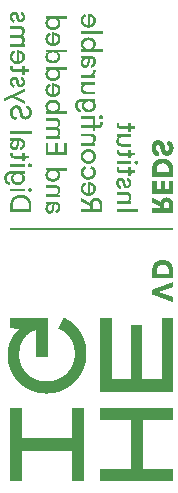
<source format=gbo>
G04*
G04 #@! TF.GenerationSoftware,Altium Limited,Altium Designer,24.5.2 (23)*
G04*
G04 Layer_Color=32896*
%FSLAX44Y44*%
%MOMM*%
G71*
G04*
G04 #@! TF.SameCoordinates,01BA7047-8EBF-4B0B-9F07-F392ECF8FA2C*
G04*
G04*
G04 #@! TF.FilePolarity,Positive*
G04*
G01*
G75*
G36*
X46650Y706083D02*
X47067D01*
Y706000D01*
X47318D01*
Y705916D01*
X47568D01*
Y705833D01*
X47735D01*
Y705749D01*
X47901D01*
Y705666D01*
X48068D01*
Y705583D01*
X48151D01*
Y705499D01*
X48235D01*
Y705416D01*
X48402D01*
Y705332D01*
X48485D01*
Y705249D01*
X48569D01*
Y705166D01*
X48652D01*
Y705082D01*
X48735D01*
Y704999D01*
X48819D01*
Y704832D01*
X48902D01*
Y704749D01*
X48986D01*
Y704582D01*
X49069D01*
Y704498D01*
X49152D01*
Y704332D01*
X49236D01*
Y704165D01*
X49319D01*
Y703998D01*
X49403D01*
Y703831D01*
X49486D01*
Y703581D01*
X49569D01*
Y703331D01*
X49653D01*
Y703081D01*
X49736D01*
Y702747D01*
X49820D01*
Y702330D01*
X49903D01*
Y701913D01*
X49986D01*
Y701579D01*
X50070D01*
Y701162D01*
X50153D01*
Y700829D01*
X50237D01*
Y700495D01*
X50320D01*
Y700328D01*
X50403D01*
Y700162D01*
X50487D01*
Y699995D01*
X50570D01*
Y699911D01*
X50654D01*
Y699828D01*
X50737D01*
Y699744D01*
X50904D01*
Y699661D01*
X51071D01*
Y699578D01*
X51237D01*
Y699494D01*
X51905D01*
Y699578D01*
X52155D01*
Y699661D01*
X52322D01*
Y699744D01*
X52405D01*
Y699828D01*
X52572D01*
Y699911D01*
X52655D01*
Y699995D01*
X52739D01*
Y700162D01*
X52822D01*
Y700245D01*
X52905D01*
Y700412D01*
X52989D01*
Y700579D01*
X53072D01*
Y700829D01*
X53155D01*
Y702246D01*
X53072D01*
Y702497D01*
X52989D01*
Y702747D01*
X52905D01*
Y702914D01*
X52822D01*
Y702997D01*
X52739D01*
Y703164D01*
X52655D01*
Y703247D01*
X52572D01*
Y703331D01*
X52488D01*
Y703414D01*
X52405D01*
Y703498D01*
X52238D01*
Y703581D01*
X52155D01*
Y703664D01*
X51988D01*
Y703748D01*
X51821D01*
Y703831D01*
X51571D01*
Y703915D01*
X51237D01*
Y704165D01*
X51321D01*
Y704415D01*
X51404D01*
Y704665D01*
X51488D01*
Y704832D01*
X51571D01*
Y705082D01*
X51654D01*
Y705332D01*
X51738D01*
Y705499D01*
X51821D01*
Y705749D01*
X51905D01*
Y706000D01*
X51988D01*
Y706083D01*
X52155D01*
Y706000D01*
X52405D01*
Y705916D01*
X52655D01*
Y705833D01*
X52822D01*
Y705749D01*
X52989D01*
Y705666D01*
X53155D01*
Y705583D01*
X53239D01*
Y705499D01*
X53406D01*
Y705416D01*
X53489D01*
Y705332D01*
X53656D01*
Y705249D01*
X53739D01*
Y705166D01*
X53823D01*
Y705082D01*
X53906D01*
Y704999D01*
X53990D01*
Y704915D01*
X54073D01*
Y704832D01*
X54156D01*
Y704749D01*
X54240D01*
Y704665D01*
X54323D01*
Y704498D01*
X54407D01*
Y704415D01*
X54490D01*
Y704248D01*
X54573D01*
Y704165D01*
X54657D01*
Y703998D01*
X54740D01*
Y703831D01*
X54824D01*
Y703581D01*
X54907D01*
Y703331D01*
X54990D01*
Y703081D01*
X55074D01*
Y702747D01*
X55157D01*
Y702246D01*
X55241D01*
Y700912D01*
X55157D01*
Y700412D01*
X55074D01*
Y700162D01*
X54990D01*
Y699911D01*
X54907D01*
Y699661D01*
X54824D01*
Y699494D01*
X54740D01*
Y699327D01*
X54657D01*
Y699161D01*
X54573D01*
Y698994D01*
X54490D01*
Y698911D01*
X54407D01*
Y698744D01*
X54323D01*
Y698660D01*
X54240D01*
Y698577D01*
X54156D01*
Y698493D01*
X54073D01*
Y698410D01*
X53990D01*
Y698327D01*
X53906D01*
Y698243D01*
X53823D01*
Y698160D01*
X53739D01*
Y698077D01*
X53656D01*
Y697993D01*
X53573D01*
Y697910D01*
X53489D01*
Y697826D01*
X53322D01*
Y697743D01*
X53239D01*
Y697660D01*
X53072D01*
Y697576D01*
X52905D01*
Y697493D01*
X52739D01*
Y697409D01*
X52488D01*
Y697326D01*
X52238D01*
Y697243D01*
X51738D01*
Y697159D01*
X51071D01*
Y697243D01*
X50570D01*
Y697326D01*
X50320D01*
Y697409D01*
X50070D01*
Y697493D01*
X49903D01*
Y697576D01*
X49736D01*
Y697660D01*
X49569D01*
Y697743D01*
X49486D01*
Y697826D01*
X49403D01*
Y697910D01*
X49236D01*
Y697993D01*
X49152D01*
Y698077D01*
X49069D01*
Y698160D01*
X48986D01*
Y698243D01*
X48902D01*
Y698410D01*
X48819D01*
Y698493D01*
X48735D01*
Y698577D01*
X48652D01*
Y698744D01*
X48569D01*
Y698827D01*
X48485D01*
Y698994D01*
X48402D01*
Y699161D01*
X48318D01*
Y699411D01*
X48235D01*
Y699578D01*
X48151D01*
Y699828D01*
X48068D01*
Y700162D01*
X47985D01*
Y700579D01*
X47901D01*
Y700996D01*
X47818D01*
Y701329D01*
X47735D01*
Y701746D01*
X47651D01*
Y702080D01*
X47568D01*
Y702413D01*
X47484D01*
Y702664D01*
X47401D01*
Y702914D01*
X47318D01*
Y702997D01*
X47234D01*
Y703164D01*
X47151D01*
Y703247D01*
X47067D01*
Y703331D01*
X46984D01*
Y703414D01*
X46901D01*
Y703498D01*
X46817D01*
Y703581D01*
X46734D01*
Y703664D01*
X46567D01*
Y703748D01*
X45566D01*
Y703664D01*
X45399D01*
Y703581D01*
X45233D01*
Y703498D01*
X45149D01*
Y703414D01*
X45066D01*
Y703331D01*
X44982D01*
Y703247D01*
X44899D01*
Y703164D01*
X44816D01*
Y703081D01*
X44732D01*
Y702914D01*
X44649D01*
Y702664D01*
X44565D01*
Y702413D01*
X44482D01*
Y700996D01*
X44565D01*
Y700662D01*
X44649D01*
Y700495D01*
X44732D01*
Y700328D01*
X44816D01*
Y700162D01*
X44899D01*
Y699995D01*
X44982D01*
Y699911D01*
X45066D01*
Y699744D01*
X45149D01*
Y699661D01*
X45233D01*
Y699578D01*
X45399D01*
Y699494D01*
X45483D01*
Y699411D01*
X45566D01*
Y699327D01*
X45733D01*
Y699244D01*
X45900D01*
Y699161D01*
X46066D01*
Y699077D01*
X46317D01*
Y698994D01*
X46650D01*
Y698660D01*
X46567D01*
Y698410D01*
X46484D01*
Y698243D01*
X46400D01*
Y697993D01*
X46317D01*
Y697743D01*
X46233D01*
Y697493D01*
X46150D01*
Y697243D01*
X46066D01*
Y696992D01*
X45983D01*
Y696825D01*
X45649D01*
Y696909D01*
X45399D01*
Y696992D01*
X45149D01*
Y697076D01*
X44982D01*
Y697159D01*
X44816D01*
Y697243D01*
X44649D01*
Y697326D01*
X44482D01*
Y697409D01*
X44399D01*
Y697493D01*
X44315D01*
Y697576D01*
X44148D01*
Y697660D01*
X44065D01*
Y697743D01*
X43981D01*
Y697826D01*
X43898D01*
Y697910D01*
X43815D01*
Y697993D01*
X43731D01*
Y698077D01*
X43648D01*
Y698160D01*
X43565D01*
Y698243D01*
X43481D01*
Y698410D01*
X43398D01*
Y698493D01*
X43314D01*
Y698577D01*
X43231D01*
Y698744D01*
X43148D01*
Y698911D01*
X43064D01*
Y698994D01*
X42981D01*
Y699161D01*
X42897D01*
Y699411D01*
X42814D01*
Y699578D01*
X42730D01*
Y699828D01*
X42647D01*
Y700162D01*
X42564D01*
Y700579D01*
X42480D01*
Y701162D01*
X42397D01*
Y702246D01*
X42480D01*
Y702830D01*
X42564D01*
Y703164D01*
X42647D01*
Y703498D01*
X42730D01*
Y703664D01*
X42814D01*
Y703915D01*
X42897D01*
Y704081D01*
X42981D01*
Y704248D01*
X43064D01*
Y704332D01*
X43148D01*
Y704498D01*
X43231D01*
Y704582D01*
X43314D01*
Y704749D01*
X43398D01*
Y704832D01*
X43481D01*
Y704915D01*
X43565D01*
Y704999D01*
X43648D01*
Y705082D01*
X43731D01*
Y705166D01*
X43815D01*
Y705249D01*
X43898D01*
Y705332D01*
X43981D01*
Y705416D01*
X44148D01*
Y705499D01*
X44232D01*
Y705583D01*
X44399D01*
Y705666D01*
X44482D01*
Y705749D01*
X44649D01*
Y705833D01*
X44816D01*
Y705916D01*
X45066D01*
Y706000D01*
X45316D01*
Y706083D01*
X45733D01*
Y706166D01*
X46650D01*
Y706083D01*
D02*
G37*
G36*
X110118Y704165D02*
X110618D01*
Y704081D01*
X111035D01*
Y703998D01*
X111286D01*
Y703915D01*
X111536D01*
Y703831D01*
X111786D01*
Y703748D01*
X112036D01*
Y703664D01*
X112203D01*
Y703581D01*
X112370D01*
Y703498D01*
X112537D01*
Y703414D01*
X112703D01*
Y703331D01*
X112870D01*
Y703247D01*
X112954D01*
Y703164D01*
X113120D01*
Y703081D01*
X113204D01*
Y702997D01*
X113287D01*
Y702914D01*
X113371D01*
Y702830D01*
X113537D01*
Y702747D01*
X113621D01*
Y702664D01*
X113704D01*
Y702580D01*
X113788D01*
Y702497D01*
X113871D01*
Y702413D01*
X113954D01*
Y702330D01*
X114038D01*
Y702163D01*
X114121D01*
Y702080D01*
X114205D01*
Y701996D01*
X114288D01*
Y701830D01*
X114371D01*
Y701746D01*
X114455D01*
Y701579D01*
X114538D01*
Y701413D01*
X114622D01*
Y701329D01*
X114705D01*
Y701079D01*
X114788D01*
Y700912D01*
X114872D01*
Y700662D01*
X114955D01*
Y700412D01*
X115039D01*
Y700162D01*
X115122D01*
Y699744D01*
X115205D01*
Y699161D01*
X115289D01*
Y697910D01*
X115205D01*
Y697409D01*
X115122D01*
Y697076D01*
X115039D01*
Y696742D01*
X114955D01*
Y696575D01*
X114872D01*
Y696325D01*
X114788D01*
Y696158D01*
X114705D01*
Y695992D01*
X114622D01*
Y695825D01*
X114538D01*
Y695658D01*
X114455D01*
Y695575D01*
X114371D01*
Y695408D01*
X114288D01*
Y695324D01*
X114205D01*
Y695157D01*
X114121D01*
Y695074D01*
X114038D01*
Y694991D01*
X113954D01*
Y694907D01*
X113871D01*
Y694824D01*
X113788D01*
Y694657D01*
X113704D01*
Y694574D01*
X113621D01*
Y694490D01*
X113537D01*
Y694407D01*
X113371D01*
Y694324D01*
X113287D01*
Y694240D01*
X113204D01*
Y694157D01*
X113120D01*
Y694073D01*
X113037D01*
Y693990D01*
X112870D01*
Y693906D01*
X112787D01*
Y693823D01*
X112620D01*
Y693740D01*
X112537D01*
Y693656D01*
X112370D01*
Y693573D01*
X112203D01*
Y693490D01*
X112120D01*
Y693406D01*
X111953D01*
Y693323D01*
X111703D01*
Y693239D01*
X111536D01*
Y693156D01*
X111286D01*
Y693073D01*
X111035D01*
Y692989D01*
X110785D01*
Y692906D01*
X110451D01*
Y692822D01*
X109951D01*
Y692739D01*
X107783D01*
Y692822D01*
X107366D01*
Y692906D01*
X106949D01*
Y692989D01*
X106699D01*
Y693073D01*
X106448D01*
Y693156D01*
X106198D01*
Y693239D01*
X106031D01*
Y693323D01*
X105781D01*
Y693406D01*
X105614D01*
Y693490D01*
X105448D01*
Y693573D01*
X105364D01*
Y693656D01*
X105197D01*
Y693740D01*
X105030D01*
Y693823D01*
X104947D01*
Y693906D01*
X104864D01*
Y693990D01*
X104697D01*
Y694073D01*
X104614D01*
Y694157D01*
X104530D01*
Y694240D01*
X104447D01*
Y694324D01*
X104363D01*
Y694407D01*
X104280D01*
Y694490D01*
X104197D01*
Y694574D01*
X104113D01*
Y694657D01*
X104030D01*
Y694741D01*
X103946D01*
Y694824D01*
X103863D01*
Y694907D01*
X103779D01*
Y694991D01*
X103696D01*
Y695074D01*
X103613D01*
Y695241D01*
X103529D01*
Y695324D01*
X103446D01*
Y695491D01*
X103363D01*
Y695575D01*
X103279D01*
Y695741D01*
X103196D01*
Y695908D01*
X103112D01*
Y696075D01*
X103029D01*
Y696242D01*
X102945D01*
Y696408D01*
X102862D01*
Y696659D01*
X102779D01*
Y696909D01*
X102695D01*
Y697243D01*
X102612D01*
Y697576D01*
X102528D01*
Y698160D01*
X102445D01*
Y699411D01*
X102528D01*
Y699995D01*
X102612D01*
Y700328D01*
X102695D01*
Y700662D01*
X102779D01*
Y700912D01*
X102862D01*
Y701079D01*
X102945D01*
Y701329D01*
X103029D01*
Y701496D01*
X103112D01*
Y701663D01*
X103196D01*
Y701830D01*
X103279D01*
Y701913D01*
X103363D01*
Y702080D01*
X103446D01*
Y702163D01*
X103529D01*
Y702330D01*
X103613D01*
Y702413D01*
X103696D01*
Y702497D01*
X103779D01*
Y702580D01*
X103863D01*
Y702664D01*
X103946D01*
Y702747D01*
X104030D01*
Y702830D01*
X104113D01*
Y702914D01*
X104197D01*
Y702997D01*
X104280D01*
Y703081D01*
X104363D01*
Y703164D01*
X104447D01*
Y703247D01*
X104530D01*
Y703331D01*
X104697D01*
Y703414D01*
X104780D01*
Y703498D01*
X104864D01*
Y703581D01*
X105030D01*
Y703664D01*
X105197D01*
Y703748D01*
X105281D01*
Y703831D01*
X105448D01*
Y703915D01*
X105614D01*
Y703998D01*
X105864D01*
Y704081D01*
X106031D01*
Y704165D01*
X106281D01*
Y704081D01*
X106365D01*
Y703831D01*
X106448D01*
Y703581D01*
X106532D01*
Y703414D01*
X106615D01*
Y703164D01*
X106699D01*
Y702914D01*
X106782D01*
Y702664D01*
X106865D01*
Y702413D01*
X106949D01*
Y702080D01*
X106699D01*
Y701996D01*
X106532D01*
Y701913D01*
X106365D01*
Y701830D01*
X106198D01*
Y701746D01*
X106031D01*
Y701663D01*
X105948D01*
Y701579D01*
X105781D01*
Y701496D01*
X105698D01*
Y701413D01*
X105614D01*
Y701329D01*
X105531D01*
Y701246D01*
X105448D01*
Y701162D01*
X105364D01*
Y701079D01*
X105281D01*
Y700996D01*
X105197D01*
Y700829D01*
X105114D01*
Y700745D01*
X105030D01*
Y700579D01*
X104947D01*
Y700412D01*
X104864D01*
Y700245D01*
X104780D01*
Y699995D01*
X104697D01*
Y699661D01*
X104614D01*
Y697993D01*
X104697D01*
Y697660D01*
X104780D01*
Y697409D01*
X104864D01*
Y697243D01*
X104947D01*
Y697076D01*
X105030D01*
Y696909D01*
X105114D01*
Y696742D01*
X105197D01*
Y696659D01*
X105281D01*
Y696575D01*
X105364D01*
Y696408D01*
X105448D01*
Y696325D01*
X105531D01*
Y696242D01*
X105614D01*
Y696158D01*
X105698D01*
Y696075D01*
X105781D01*
Y695992D01*
X105948D01*
Y695908D01*
X106031D01*
Y695825D01*
X106115D01*
Y695741D01*
X106281D01*
Y695658D01*
X106448D01*
Y695575D01*
X106615D01*
Y695491D01*
X106782D01*
Y695408D01*
X107032D01*
Y695324D01*
X107282D01*
Y695241D01*
X107783D01*
Y695157D01*
X108200D01*
Y704248D01*
X110118D01*
Y704165D01*
D02*
G37*
G36*
X73422Y702580D02*
X90936D01*
Y700162D01*
X83430D01*
Y700078D01*
X83513D01*
Y699995D01*
X83680D01*
Y699911D01*
X83764D01*
Y699828D01*
X83847D01*
Y699744D01*
X84014D01*
Y699661D01*
X84097D01*
Y699578D01*
X84180D01*
Y699494D01*
X84264D01*
Y699327D01*
X84347D01*
Y699244D01*
X84431D01*
Y699161D01*
X84514D01*
Y698994D01*
X84597D01*
Y698911D01*
X84681D01*
Y698744D01*
X84764D01*
Y698577D01*
X84848D01*
Y698327D01*
X84931D01*
Y698077D01*
X85014D01*
Y697826D01*
X85098D01*
Y697409D01*
X85181D01*
Y695658D01*
X85098D01*
Y695241D01*
X85014D01*
Y694907D01*
X84931D01*
Y694657D01*
X84848D01*
Y694407D01*
X84764D01*
Y694240D01*
X84681D01*
Y694073D01*
X84597D01*
Y693906D01*
X84514D01*
Y693740D01*
X84431D01*
Y693656D01*
X84347D01*
Y693490D01*
X84264D01*
Y693406D01*
X84180D01*
Y693239D01*
X84097D01*
Y693156D01*
X84014D01*
Y693073D01*
X83930D01*
Y692989D01*
X83847D01*
Y692822D01*
X83764D01*
Y692739D01*
X83680D01*
Y692655D01*
X83597D01*
Y692572D01*
X83513D01*
Y692489D01*
X83347D01*
Y692405D01*
X83263D01*
Y692322D01*
X83180D01*
Y692238D01*
X83096D01*
Y692155D01*
X83013D01*
Y692072D01*
X82846D01*
Y691988D01*
X82763D01*
Y691905D01*
X82596D01*
Y691822D01*
X82513D01*
Y691738D01*
X82346D01*
Y691655D01*
X82179D01*
Y691571D01*
X82012D01*
Y691488D01*
X81845D01*
Y691404D01*
X81678D01*
Y691321D01*
X81428D01*
Y691238D01*
X81262D01*
Y691154D01*
X80928D01*
Y691071D01*
X80678D01*
Y690987D01*
X80261D01*
Y690904D01*
X79760D01*
Y690821D01*
X77926D01*
Y690904D01*
X77342D01*
Y690987D01*
X77008D01*
Y691071D01*
X76674D01*
Y691154D01*
X76424D01*
Y691238D01*
X76174D01*
Y691321D01*
X75924D01*
Y691404D01*
X75757D01*
Y691488D01*
X75590D01*
Y691571D01*
X75423D01*
Y691655D01*
X75257D01*
Y691738D01*
X75090D01*
Y691822D01*
X75006D01*
Y691905D01*
X74840D01*
Y691988D01*
X74756D01*
Y692072D01*
X74673D01*
Y692155D01*
X74506D01*
Y692238D01*
X74423D01*
Y692322D01*
X74339D01*
Y692405D01*
X74256D01*
Y692489D01*
X74172D01*
Y692572D01*
X74089D01*
Y692655D01*
X74006D01*
Y692739D01*
X73922D01*
Y692822D01*
X73839D01*
Y692906D01*
X73755D01*
Y692989D01*
X73672D01*
Y693073D01*
X73589D01*
Y693156D01*
X73505D01*
Y693323D01*
X73422D01*
Y693406D01*
X73338D01*
Y693573D01*
X73255D01*
Y693740D01*
X73172D01*
Y693823D01*
X73088D01*
Y693990D01*
X73005D01*
Y694157D01*
X72921D01*
Y694407D01*
X72838D01*
Y694657D01*
X72755D01*
Y694907D01*
X72671D01*
Y695241D01*
X72588D01*
Y695658D01*
X72504D01*
Y697243D01*
X72588D01*
Y697660D01*
X72671D01*
Y697993D01*
X72755D01*
Y698243D01*
X72838D01*
Y698410D01*
X72921D01*
Y698577D01*
X73005D01*
Y698744D01*
X73088D01*
Y698911D01*
X73172D01*
Y698994D01*
X73255D01*
Y699161D01*
X73338D01*
Y699244D01*
X73422D01*
Y699327D01*
X73505D01*
Y699411D01*
X73589D01*
Y699494D01*
X73672D01*
Y699578D01*
X73755D01*
Y699661D01*
X73839D01*
Y699744D01*
X73922D01*
Y699828D01*
X74006D01*
Y699911D01*
X74089D01*
Y699995D01*
X74256D01*
Y700078D01*
X74339D01*
Y700162D01*
X74506D01*
Y700245D01*
X73422D01*
Y700328D01*
X72838D01*
Y702664D01*
X73422D01*
Y702580D01*
D02*
G37*
G36*
X120960Y688903D02*
Y688819D01*
Y687318D01*
X102862D01*
Y689736D01*
X120960D01*
Y688903D01*
D02*
G37*
G36*
X80010Y688569D02*
X80594D01*
Y688485D01*
X80928D01*
Y688402D01*
X81262D01*
Y688319D01*
X81512D01*
Y688235D01*
X81762D01*
Y688152D01*
X82012D01*
Y688068D01*
X82179D01*
Y687985D01*
X82346D01*
Y687902D01*
X82513D01*
Y687818D01*
X82679D01*
Y687735D01*
X82763D01*
Y687652D01*
X82929D01*
Y687568D01*
X83013D01*
Y687485D01*
X83180D01*
Y687401D01*
X83263D01*
Y687318D01*
X83347D01*
Y687234D01*
X83430D01*
Y687151D01*
X83597D01*
Y687068D01*
X83680D01*
Y686984D01*
X83764D01*
Y686901D01*
X83847D01*
Y686817D01*
X83930D01*
Y686651D01*
X84014D01*
Y686567D01*
X84097D01*
Y686484D01*
X84180D01*
Y686401D01*
X84264D01*
Y686234D01*
X84347D01*
Y686150D01*
X84431D01*
Y685984D01*
X84514D01*
Y685817D01*
X84597D01*
Y685733D01*
X84681D01*
Y685483D01*
X84764D01*
Y685316D01*
X84848D01*
Y685066D01*
X84931D01*
Y684816D01*
X85014D01*
Y684566D01*
X85098D01*
Y684149D01*
X85181D01*
Y683648D01*
X85265D01*
Y682231D01*
X85181D01*
Y681730D01*
X85098D01*
Y681396D01*
X85014D01*
Y681146D01*
X84931D01*
Y680896D01*
X84848D01*
Y680729D01*
X84764D01*
Y680562D01*
X84681D01*
Y680396D01*
X84597D01*
Y680229D01*
X84514D01*
Y680062D01*
X84431D01*
Y679895D01*
X84347D01*
Y679812D01*
X84264D01*
Y679728D01*
X84180D01*
Y679562D01*
X84097D01*
Y679478D01*
X84014D01*
Y679395D01*
X83930D01*
Y679228D01*
X83847D01*
Y679145D01*
X83764D01*
Y679061D01*
X83680D01*
Y678978D01*
X83597D01*
Y678895D01*
X83513D01*
Y678811D01*
X83430D01*
Y678728D01*
X83347D01*
Y678644D01*
X83180D01*
Y678561D01*
X83096D01*
Y678477D01*
X83013D01*
Y678394D01*
X82929D01*
Y678311D01*
X82763D01*
Y678227D01*
X82679D01*
Y678144D01*
X82513D01*
Y678060D01*
X82346D01*
Y677977D01*
X82262D01*
Y677894D01*
X82095D01*
Y677810D01*
X81929D01*
Y677727D01*
X81762D01*
Y677644D01*
X81512D01*
Y677560D01*
X81345D01*
Y677477D01*
X81095D01*
Y677393D01*
X80761D01*
Y677310D01*
X80428D01*
Y677226D01*
X80010D01*
Y677143D01*
X79010D01*
Y677060D01*
X78759D01*
Y677143D01*
X77759D01*
Y677226D01*
X77258D01*
Y677310D01*
X76925D01*
Y677393D01*
X76591D01*
Y677477D01*
X76341D01*
Y677560D01*
X76174D01*
Y677644D01*
X75924D01*
Y677727D01*
X75757D01*
Y677810D01*
X75590D01*
Y677894D01*
X75423D01*
Y677977D01*
X75257D01*
Y678060D01*
X75173D01*
Y678144D01*
X75006D01*
Y678227D01*
X74923D01*
Y678311D01*
X74756D01*
Y678394D01*
X74673D01*
Y678477D01*
X74589D01*
Y678561D01*
X74506D01*
Y678644D01*
X74423D01*
Y678728D01*
X74256D01*
Y678811D01*
X74172D01*
Y678895D01*
X74089D01*
Y678978D01*
X74006D01*
Y679145D01*
X73922D01*
Y679228D01*
X73839D01*
Y679312D01*
X73755D01*
Y679395D01*
X73672D01*
Y679478D01*
X73589D01*
Y679645D01*
X73505D01*
Y679728D01*
X73422D01*
Y679895D01*
X73338D01*
Y679979D01*
X73255D01*
Y680145D01*
X73172D01*
Y680312D01*
X73088D01*
Y680479D01*
X73005D01*
Y680646D01*
X72921D01*
Y680813D01*
X72838D01*
Y681063D01*
X72755D01*
Y681313D01*
X72671D01*
Y681647D01*
X72588D01*
Y681980D01*
X72504D01*
Y682647D01*
X72421D01*
Y683732D01*
X72504D01*
Y684315D01*
X72588D01*
Y684733D01*
X72671D01*
Y684983D01*
X72755D01*
Y685316D01*
X72838D01*
Y685483D01*
X72921D01*
Y685733D01*
X73005D01*
Y685900D01*
X73088D01*
Y686067D01*
X73172D01*
Y686150D01*
X73255D01*
Y686317D01*
X73338D01*
Y686484D01*
X73422D01*
Y686567D01*
X73505D01*
Y686651D01*
X73589D01*
Y686817D01*
X73672D01*
Y686901D01*
X73755D01*
Y686984D01*
X73839D01*
Y687068D01*
X73922D01*
Y687151D01*
X74006D01*
Y687234D01*
X74089D01*
Y687318D01*
X74172D01*
Y687401D01*
X74256D01*
Y687485D01*
X74339D01*
Y687568D01*
X74423D01*
Y687652D01*
X74506D01*
Y687735D01*
X74673D01*
Y687818D01*
X74756D01*
Y687902D01*
X74923D01*
Y687985D01*
X75006D01*
Y688068D01*
X75173D01*
Y688152D01*
X75340D01*
Y688235D01*
X75507D01*
Y688319D01*
X75674D01*
Y688402D01*
X75841D01*
Y688485D01*
X76091D01*
Y688569D01*
X76258D01*
Y688485D01*
X76341D01*
Y688235D01*
X76424D01*
Y687985D01*
X76508D01*
Y687818D01*
X76591D01*
Y687568D01*
X76674D01*
Y687318D01*
X76758D01*
Y687068D01*
X76841D01*
Y686817D01*
X76925D01*
Y686484D01*
X76674D01*
Y686401D01*
X76508D01*
Y686317D01*
X76341D01*
Y686234D01*
X76174D01*
Y686150D01*
X76007D01*
Y686067D01*
X75924D01*
Y685984D01*
X75841D01*
Y685900D01*
X75674D01*
Y685817D01*
X75590D01*
Y685733D01*
X75507D01*
Y685650D01*
X75423D01*
Y685566D01*
X75340D01*
Y685483D01*
X75257D01*
Y685400D01*
X75173D01*
Y685233D01*
X75090D01*
Y685150D01*
X75006D01*
Y684983D01*
X74923D01*
Y684816D01*
X74840D01*
Y684649D01*
X74756D01*
Y684399D01*
X74673D01*
Y684065D01*
X74589D01*
Y682397D01*
X74673D01*
Y682064D01*
X74756D01*
Y681814D01*
X74840D01*
Y681647D01*
X74923D01*
Y681480D01*
X75006D01*
Y681313D01*
X75090D01*
Y681146D01*
X75173D01*
Y681063D01*
X75257D01*
Y680896D01*
X75340D01*
Y680813D01*
X75423D01*
Y680729D01*
X75507D01*
Y680646D01*
X75590D01*
Y680562D01*
X75674D01*
Y680479D01*
X75757D01*
Y680396D01*
X75841D01*
Y680312D01*
X76007D01*
Y680229D01*
X76091D01*
Y680145D01*
X76258D01*
Y680062D01*
X76424D01*
Y679979D01*
X76591D01*
Y679895D01*
X76758D01*
Y679812D01*
X76925D01*
Y679728D01*
X77258D01*
Y679645D01*
X77675D01*
Y679562D01*
X78176D01*
Y688652D01*
X80010D01*
Y688569D01*
D02*
G37*
G36*
X50987Y694073D02*
X51738D01*
Y693990D01*
X52071D01*
Y693906D01*
X52405D01*
Y693823D01*
X52655D01*
Y693740D01*
X52822D01*
Y693656D01*
X52989D01*
Y693573D01*
X53155D01*
Y693490D01*
X53322D01*
Y693406D01*
X53489D01*
Y693323D01*
X53573D01*
Y693239D01*
X53656D01*
Y693156D01*
X53823D01*
Y693073D01*
X53906D01*
Y692989D01*
X53990D01*
Y692906D01*
X54073D01*
Y692822D01*
X54156D01*
Y692739D01*
X54240D01*
Y692655D01*
X54323D01*
Y692489D01*
X54407D01*
Y692405D01*
X54490D01*
Y692322D01*
X54573D01*
Y692155D01*
X54657D01*
Y691988D01*
X54740D01*
Y691822D01*
X54824D01*
Y691655D01*
X54907D01*
Y691488D01*
X54990D01*
Y691238D01*
X55074D01*
Y690904D01*
X55157D01*
Y690320D01*
X55241D01*
Y689570D01*
X55157D01*
Y688903D01*
X55074D01*
Y688569D01*
X54990D01*
Y688235D01*
X54907D01*
Y688068D01*
X54824D01*
Y687818D01*
X54740D01*
Y687652D01*
X54657D01*
Y687485D01*
X54573D01*
Y687401D01*
X54490D01*
Y687234D01*
X54407D01*
Y687151D01*
X54323D01*
Y687068D01*
X54240D01*
Y686901D01*
X54156D01*
Y686817D01*
X54073D01*
Y686734D01*
X53990D01*
Y686651D01*
X53906D01*
Y686567D01*
X53823D01*
Y686484D01*
X53739D01*
Y686401D01*
X53573D01*
Y686317D01*
X53489D01*
Y686234D01*
X53406D01*
Y686150D01*
X53239D01*
Y686067D01*
X53155D01*
Y685984D01*
X52989D01*
Y685900D01*
X53072D01*
Y685817D01*
X53239D01*
Y685733D01*
X53406D01*
Y685650D01*
X53573D01*
Y685566D01*
X53656D01*
Y685483D01*
X53739D01*
Y685400D01*
X53906D01*
Y685316D01*
X53990D01*
Y685233D01*
X54073D01*
Y685150D01*
X54156D01*
Y685066D01*
X54240D01*
Y684983D01*
X54323D01*
Y684899D01*
X54407D01*
Y684733D01*
X54490D01*
Y684649D01*
X54573D01*
Y684482D01*
X54657D01*
Y684399D01*
X54740D01*
Y684232D01*
X54824D01*
Y684065D01*
X54907D01*
Y683815D01*
X54990D01*
Y683565D01*
X55074D01*
Y683231D01*
X55157D01*
Y682647D01*
X55241D01*
Y681980D01*
X55157D01*
Y681396D01*
X55074D01*
Y681063D01*
X54990D01*
Y680813D01*
X54907D01*
Y680562D01*
X54824D01*
Y680312D01*
X54740D01*
Y680145D01*
X54657D01*
Y680062D01*
X54573D01*
Y679895D01*
X54490D01*
Y679728D01*
X54407D01*
Y679645D01*
X54323D01*
Y679562D01*
X54240D01*
Y679478D01*
X54156D01*
Y679312D01*
X54073D01*
Y679228D01*
X53990D01*
Y679145D01*
X53906D01*
Y679061D01*
X53739D01*
Y678978D01*
X53656D01*
Y678895D01*
X53573D01*
Y678811D01*
X53406D01*
Y678728D01*
X54824D01*
Y676393D01*
X42814D01*
Y678728D01*
X50237D01*
Y678811D01*
X50904D01*
Y678895D01*
X51237D01*
Y678978D01*
X51404D01*
Y679061D01*
X51654D01*
Y679145D01*
X51821D01*
Y679228D01*
X51905D01*
Y679312D01*
X52071D01*
Y679395D01*
X52155D01*
Y679478D01*
X52238D01*
Y679562D01*
X52322D01*
Y679645D01*
X52405D01*
Y679728D01*
X52488D01*
Y679812D01*
X52572D01*
Y679895D01*
X52655D01*
Y680062D01*
X52739D01*
Y680229D01*
X52822D01*
Y680396D01*
X52905D01*
Y680562D01*
X52989D01*
Y680896D01*
X53072D01*
Y681230D01*
Y681313D01*
Y682231D01*
X52989D01*
Y682564D01*
X52905D01*
Y682731D01*
X52822D01*
Y682898D01*
X52739D01*
Y683064D01*
X52655D01*
Y683148D01*
X52572D01*
Y683315D01*
X52488D01*
Y683398D01*
X52405D01*
Y683482D01*
X52238D01*
Y683565D01*
X52155D01*
Y683648D01*
X51988D01*
Y683732D01*
X51905D01*
Y683815D01*
X51654D01*
Y683898D01*
X51404D01*
Y683982D01*
X51071D01*
Y684065D01*
X42814D01*
Y686484D01*
X50737D01*
Y686567D01*
X51154D01*
Y686651D01*
X51321D01*
Y686734D01*
X51571D01*
Y686817D01*
X51738D01*
Y686901D01*
X51821D01*
Y686984D01*
X51988D01*
Y687068D01*
X52071D01*
Y687151D01*
X52238D01*
Y687234D01*
X52322D01*
Y687318D01*
X52405D01*
Y687401D01*
X52488D01*
Y687568D01*
X52572D01*
Y687652D01*
X52655D01*
Y687735D01*
X52739D01*
Y687902D01*
X52822D01*
Y688068D01*
X52905D01*
Y688319D01*
X52989D01*
Y688569D01*
X53072D01*
Y689903D01*
X52989D01*
Y690237D01*
X52905D01*
Y690404D01*
X52822D01*
Y690571D01*
X52739D01*
Y690737D01*
X52655D01*
Y690821D01*
X52572D01*
Y690987D01*
X52488D01*
Y691071D01*
X52405D01*
Y691154D01*
X52238D01*
Y691238D01*
X52155D01*
Y691321D01*
X51988D01*
Y691404D01*
X51905D01*
Y691488D01*
X51654D01*
Y691571D01*
X51488D01*
Y691655D01*
X51071D01*
Y691738D01*
X42814D01*
Y694157D01*
X50987D01*
Y694073D01*
D02*
G37*
G36*
X109451Y684315D02*
X110285D01*
Y684232D01*
X110702D01*
Y684149D01*
X111035D01*
Y684065D01*
X111369D01*
Y683982D01*
X111619D01*
Y683898D01*
X111869D01*
Y683815D01*
X112036D01*
Y683732D01*
X112286D01*
Y683648D01*
X112453D01*
Y683565D01*
X112620D01*
Y683482D01*
X112703D01*
Y683398D01*
X112870D01*
Y683315D01*
X112954D01*
Y683231D01*
X113120D01*
Y683148D01*
X113204D01*
Y683064D01*
X113371D01*
Y682981D01*
X113454D01*
Y682898D01*
X113537D01*
Y682814D01*
X113621D01*
Y682731D01*
X113704D01*
Y682647D01*
X113788D01*
Y682564D01*
X113871D01*
Y682481D01*
X113954D01*
Y682397D01*
X114038D01*
Y682314D01*
X114121D01*
Y682231D01*
X114205D01*
Y682064D01*
X114288D01*
Y681980D01*
X114371D01*
Y681897D01*
X114455D01*
Y681730D01*
X114538D01*
Y681563D01*
X114622D01*
Y681396D01*
X114705D01*
Y681230D01*
X114788D01*
Y681063D01*
X114872D01*
Y680813D01*
X114955D01*
Y680562D01*
X115039D01*
Y680312D01*
X115122D01*
Y679895D01*
X115205D01*
Y679145D01*
X115289D01*
Y678561D01*
X115205D01*
Y677810D01*
X115122D01*
Y677393D01*
X115039D01*
Y677143D01*
X114955D01*
Y676893D01*
X114872D01*
Y676726D01*
X114788D01*
Y676476D01*
X114705D01*
Y676393D01*
X114622D01*
Y676226D01*
X114538D01*
Y676059D01*
X114455D01*
Y675975D01*
X114371D01*
Y675809D01*
X114288D01*
Y675725D01*
X114205D01*
Y675642D01*
X114121D01*
Y675558D01*
X114038D01*
Y675475D01*
X113954D01*
Y675392D01*
X113871D01*
Y675308D01*
X113788D01*
Y675225D01*
X113704D01*
Y675141D01*
X113621D01*
Y675058D01*
X113537D01*
Y674975D01*
X113371D01*
Y674891D01*
X120960D01*
Y672473D01*
X102862D01*
Y674891D01*
X104447D01*
Y674975D01*
X104280D01*
Y675058D01*
X104197D01*
Y675141D01*
X104113D01*
Y675225D01*
X103946D01*
Y675308D01*
X103863D01*
Y675392D01*
X103779D01*
Y675475D01*
X103696D01*
Y675558D01*
X103613D01*
Y675642D01*
X103529D01*
Y675809D01*
X103446D01*
Y675892D01*
X103363D01*
Y675975D01*
X103279D01*
Y676142D01*
X103196D01*
Y676226D01*
X103112D01*
Y676393D01*
X103029D01*
Y676559D01*
X102945D01*
Y676726D01*
X102862D01*
Y676976D01*
X102779D01*
Y677226D01*
X102695D01*
Y677477D01*
X102612D01*
Y677894D01*
X102528D01*
Y679645D01*
X102612D01*
Y680062D01*
X102695D01*
Y680396D01*
X102779D01*
Y680646D01*
X102862D01*
Y680896D01*
X102945D01*
Y681063D01*
X103029D01*
Y681230D01*
X103112D01*
Y681396D01*
X103196D01*
Y681563D01*
X103279D01*
Y681730D01*
X103363D01*
Y681814D01*
X103446D01*
Y681980D01*
X103529D01*
Y682064D01*
X103613D01*
Y682147D01*
X103696D01*
Y682231D01*
X103779D01*
Y682397D01*
X103863D01*
Y682481D01*
X103946D01*
Y682564D01*
X104030D01*
Y682647D01*
X104113D01*
Y682731D01*
X104197D01*
Y682814D01*
X104363D01*
Y682898D01*
X104447D01*
Y682981D01*
X104530D01*
Y683064D01*
X104614D01*
Y683148D01*
X104780D01*
Y683231D01*
X104864D01*
Y683315D01*
X105030D01*
Y683398D01*
X105114D01*
Y683482D01*
X105281D01*
Y683565D01*
X105448D01*
Y683648D01*
X105614D01*
Y683732D01*
X105864D01*
Y683815D01*
X106031D01*
Y683898D01*
X106281D01*
Y683982D01*
X106532D01*
Y684065D01*
X106782D01*
Y684149D01*
X107199D01*
Y684232D01*
X107616D01*
Y684315D01*
X108450D01*
Y684399D01*
X109451D01*
Y684315D01*
D02*
G37*
G36*
X49986Y673390D02*
X50487D01*
Y673307D01*
X50904D01*
Y673223D01*
X51237D01*
Y673140D01*
X51488D01*
Y673056D01*
X51738D01*
Y672973D01*
X51988D01*
Y672890D01*
X52155D01*
Y672806D01*
X52322D01*
Y672723D01*
X52488D01*
Y672639D01*
X52655D01*
Y672556D01*
X52739D01*
Y672473D01*
X52905D01*
Y672389D01*
X52989D01*
Y672306D01*
X53155D01*
Y672223D01*
X53239D01*
Y672139D01*
X53322D01*
Y672056D01*
X53406D01*
Y671972D01*
X53573D01*
Y671889D01*
X53656D01*
Y671805D01*
X53739D01*
Y671722D01*
X53823D01*
Y671639D01*
X53906D01*
Y671472D01*
X53990D01*
Y671388D01*
X54073D01*
Y671305D01*
X54156D01*
Y671222D01*
X54240D01*
Y671055D01*
X54323D01*
Y670971D01*
X54407D01*
Y670805D01*
X54490D01*
Y670638D01*
X54573D01*
Y670554D01*
X54657D01*
Y670304D01*
X54740D01*
Y670137D01*
X54824D01*
Y669887D01*
X54907D01*
Y669637D01*
X54990D01*
Y669387D01*
X55074D01*
Y669053D01*
X55157D01*
Y668469D01*
X55241D01*
Y667052D01*
X55157D01*
Y666551D01*
X55074D01*
Y666218D01*
X54990D01*
Y665967D01*
X54907D01*
Y665717D01*
X54824D01*
Y665550D01*
X54740D01*
Y665384D01*
X54657D01*
Y665217D01*
X54573D01*
Y665050D01*
X54490D01*
Y664883D01*
X54407D01*
Y664716D01*
X54323D01*
Y664633D01*
X54240D01*
Y664466D01*
X54156D01*
Y664383D01*
X54073D01*
Y664299D01*
X53990D01*
Y664216D01*
X53906D01*
Y664049D01*
X53823D01*
Y663966D01*
X53739D01*
Y663882D01*
X53656D01*
Y663799D01*
X53573D01*
Y663716D01*
X53489D01*
Y663632D01*
X53406D01*
Y663549D01*
X53322D01*
Y663465D01*
X53155D01*
Y663382D01*
X53072D01*
Y663299D01*
X52989D01*
Y663215D01*
X52905D01*
Y663132D01*
X52739D01*
Y663048D01*
X52655D01*
Y662965D01*
X52488D01*
Y662882D01*
X52405D01*
Y662798D01*
X52238D01*
Y662715D01*
X52071D01*
Y662631D01*
X51905D01*
Y662548D01*
X51738D01*
Y662465D01*
X51488D01*
Y662381D01*
X51321D01*
Y662298D01*
X51071D01*
Y662214D01*
X50737D01*
Y662131D01*
X50403D01*
Y662048D01*
X49986D01*
Y661964D01*
X49152D01*
Y661881D01*
X48569D01*
Y661964D01*
X47651D01*
Y662048D01*
X47234D01*
Y662131D01*
X46901D01*
Y662214D01*
X46567D01*
Y662298D01*
X46317D01*
Y662381D01*
X46150D01*
Y662465D01*
X45900D01*
Y662548D01*
X45733D01*
Y662631D01*
X45566D01*
Y662715D01*
X45399D01*
Y662798D01*
X45233D01*
Y662882D01*
X45149D01*
Y662965D01*
X44982D01*
Y663048D01*
X44899D01*
Y663132D01*
X44732D01*
Y663215D01*
X44649D01*
Y663299D01*
X44565D01*
Y663382D01*
X44482D01*
Y663465D01*
X44399D01*
Y663549D01*
X44232D01*
Y663632D01*
X44148D01*
Y663716D01*
X44065D01*
Y663799D01*
X43981D01*
Y663966D01*
X43898D01*
Y664049D01*
X43815D01*
Y664133D01*
X43731D01*
Y664216D01*
X43648D01*
Y664299D01*
X43565D01*
Y664466D01*
X43481D01*
Y664550D01*
X43398D01*
Y664716D01*
X43314D01*
Y664800D01*
X43231D01*
Y664967D01*
X43148D01*
Y665133D01*
X43064D01*
Y665300D01*
X42981D01*
Y665467D01*
X42897D01*
Y665634D01*
X42814D01*
Y665884D01*
X42730D01*
Y666134D01*
X42647D01*
Y666468D01*
X42564D01*
Y666885D01*
X42480D01*
Y667469D01*
X42397D01*
Y668553D01*
X42480D01*
Y669137D01*
X42564D01*
Y669554D01*
X42647D01*
Y669804D01*
X42730D01*
Y670054D01*
X42814D01*
Y670304D01*
X42897D01*
Y670471D01*
X42981D01*
Y670721D01*
X43064D01*
Y670805D01*
X43148D01*
Y670971D01*
X43231D01*
Y671138D01*
X43314D01*
Y671222D01*
X43398D01*
Y671388D01*
X43481D01*
Y671472D01*
X43565D01*
Y671639D01*
X43648D01*
Y671722D01*
X43731D01*
Y671805D01*
X43815D01*
Y671889D01*
X43898D01*
Y671972D01*
X43981D01*
Y672056D01*
X44065D01*
Y672139D01*
X44148D01*
Y672223D01*
X44232D01*
Y672306D01*
X44315D01*
Y672389D01*
X44399D01*
Y672473D01*
X44565D01*
Y672556D01*
X44649D01*
Y672639D01*
X44732D01*
Y672723D01*
X44899D01*
Y672806D01*
X44982D01*
Y672890D01*
X45149D01*
Y672973D01*
X45316D01*
Y673056D01*
X45483D01*
Y673140D01*
X45649D01*
Y673223D01*
X45816D01*
Y673307D01*
X46066D01*
Y673390D01*
X46233D01*
Y673307D01*
X46317D01*
Y673056D01*
X46400D01*
Y672890D01*
X46484D01*
Y672639D01*
X46567D01*
Y672389D01*
X46650D01*
Y672139D01*
X46734D01*
Y671889D01*
X46817D01*
Y671639D01*
X46901D01*
Y671305D01*
X46734D01*
Y671222D01*
X46484D01*
Y671138D01*
X46317D01*
Y671055D01*
X46150D01*
Y670971D01*
X46066D01*
Y670888D01*
X45900D01*
Y670805D01*
X45816D01*
Y670721D01*
X45649D01*
Y670638D01*
X45566D01*
Y670554D01*
X45483D01*
Y670471D01*
X45399D01*
Y670388D01*
X45316D01*
Y670304D01*
X45233D01*
Y670137D01*
X45149D01*
Y670054D01*
X45066D01*
Y669971D01*
X44982D01*
Y669804D01*
X44899D01*
Y669637D01*
X44816D01*
Y669470D01*
X44732D01*
Y669220D01*
X44649D01*
Y668803D01*
X44565D01*
Y667218D01*
X44649D01*
Y666885D01*
X44732D01*
Y666635D01*
X44816D01*
Y666468D01*
X44899D01*
Y666301D01*
X44982D01*
Y666134D01*
X45066D01*
Y665967D01*
X45149D01*
Y665884D01*
X45233D01*
Y665717D01*
X45316D01*
Y665634D01*
X45399D01*
Y665550D01*
X45483D01*
Y665467D01*
X45566D01*
Y665384D01*
X45649D01*
Y665300D01*
X45733D01*
Y665217D01*
X45816D01*
Y665133D01*
X45983D01*
Y665050D01*
X46066D01*
Y664967D01*
X46233D01*
Y664883D01*
X46400D01*
Y664800D01*
X46567D01*
Y664716D01*
X46734D01*
Y664633D01*
X46901D01*
Y664550D01*
X47234D01*
Y664466D01*
X47651D01*
Y664383D01*
X48151D01*
Y673473D01*
X49986D01*
Y673390D01*
D02*
G37*
G36*
X73422Y674141D02*
X90936D01*
Y671722D01*
X83430D01*
Y671639D01*
X83513D01*
Y671555D01*
X83680D01*
Y671472D01*
X83764D01*
Y671388D01*
X83930D01*
Y671305D01*
X84014D01*
Y671222D01*
X84097D01*
Y671138D01*
X84180D01*
Y671055D01*
X84264D01*
Y670888D01*
X84347D01*
Y670805D01*
X84431D01*
Y670721D01*
X84514D01*
Y670554D01*
X84597D01*
Y670471D01*
X84681D01*
Y670304D01*
X84764D01*
Y670137D01*
X84848D01*
Y669887D01*
X84931D01*
Y669721D01*
X85014D01*
Y669387D01*
X85098D01*
Y668970D01*
X85181D01*
Y667218D01*
X85098D01*
Y666801D01*
X85014D01*
Y666468D01*
X84931D01*
Y666218D01*
X84848D01*
Y665967D01*
X84764D01*
Y665801D01*
X84681D01*
Y665634D01*
X84597D01*
Y665467D01*
X84514D01*
Y665300D01*
X84431D01*
Y665217D01*
X84347D01*
Y665050D01*
X84264D01*
Y664967D01*
X84180D01*
Y664800D01*
X84097D01*
Y664716D01*
X84014D01*
Y664633D01*
X83930D01*
Y664550D01*
X83847D01*
Y664383D01*
X83764D01*
Y664299D01*
X83680D01*
Y664216D01*
X83597D01*
Y664133D01*
X83513D01*
Y664049D01*
X83347D01*
Y663966D01*
X83263D01*
Y663882D01*
X83180D01*
Y663799D01*
X83096D01*
Y663716D01*
X83013D01*
Y663632D01*
X82846D01*
Y663549D01*
X82763D01*
Y663465D01*
X82596D01*
Y663382D01*
X82513D01*
Y663299D01*
X82346D01*
Y663215D01*
X82179D01*
Y663132D01*
X82012D01*
Y663048D01*
X81845D01*
Y662965D01*
X81678D01*
Y662882D01*
X81428D01*
Y662798D01*
X81178D01*
Y662715D01*
X80928D01*
Y662631D01*
X80678D01*
Y662548D01*
X80261D01*
Y662465D01*
X79760D01*
Y662381D01*
X77926D01*
Y662465D01*
X77425D01*
Y662548D01*
X77008D01*
Y662631D01*
X76674D01*
Y662715D01*
X76424D01*
Y662798D01*
X76174D01*
Y662882D01*
X75924D01*
Y662965D01*
X75757D01*
Y663048D01*
X75590D01*
Y663132D01*
X75423D01*
Y663215D01*
X75257D01*
Y663299D01*
X75090D01*
Y663382D01*
X75006D01*
Y663465D01*
X74840D01*
Y663549D01*
X74756D01*
Y663632D01*
X74673D01*
Y663716D01*
X74506D01*
Y663799D01*
X74423D01*
Y663882D01*
X74339D01*
Y663966D01*
X74256D01*
Y664049D01*
X74172D01*
Y664133D01*
X74089D01*
Y664216D01*
X74006D01*
Y664299D01*
X73922D01*
Y664383D01*
X73839D01*
Y664466D01*
X73755D01*
Y664550D01*
X73672D01*
Y664633D01*
X73589D01*
Y664716D01*
X73505D01*
Y664883D01*
X73422D01*
Y664967D01*
X73338D01*
Y665133D01*
X73255D01*
Y665300D01*
X73172D01*
Y665384D01*
X73088D01*
Y665550D01*
X73005D01*
Y665717D01*
X72921D01*
Y665967D01*
X72838D01*
Y666218D01*
X72755D01*
Y666468D01*
X72671D01*
Y666801D01*
X72588D01*
Y667218D01*
X72504D01*
Y668803D01*
X72588D01*
Y669220D01*
X72671D01*
Y669554D01*
X72755D01*
Y669804D01*
X72838D01*
Y669971D01*
X72921D01*
Y670137D01*
X73005D01*
Y670304D01*
X73088D01*
Y670471D01*
X73172D01*
Y670554D01*
X73255D01*
Y670721D01*
X73338D01*
Y670805D01*
X73422D01*
Y670888D01*
X73505D01*
Y670971D01*
X73589D01*
Y671055D01*
X73672D01*
Y671138D01*
X73755D01*
Y671222D01*
X73839D01*
Y671305D01*
X73922D01*
Y671388D01*
X74006D01*
Y671472D01*
X74089D01*
Y671555D01*
X74256D01*
Y671639D01*
X74339D01*
Y671722D01*
X74506D01*
Y671805D01*
X73422D01*
Y671889D01*
X72838D01*
Y674224D01*
X73422D01*
Y674141D01*
D02*
G37*
G36*
X103196Y668886D02*
X104363D01*
Y668803D01*
X111786D01*
Y668720D01*
X112120D01*
Y668636D01*
X112453D01*
Y668553D01*
X112620D01*
Y668469D01*
X112870D01*
Y668386D01*
X113037D01*
Y668303D01*
X113204D01*
Y668219D01*
X113287D01*
Y668136D01*
X113454D01*
Y668052D01*
X113537D01*
Y667969D01*
X113704D01*
Y667886D01*
X113788D01*
Y667802D01*
X113871D01*
Y667719D01*
X113954D01*
Y667635D01*
X114038D01*
Y667552D01*
X114121D01*
Y667469D01*
X114205D01*
Y667385D01*
X114288D01*
Y667218D01*
X114371D01*
Y667135D01*
X114455D01*
Y666968D01*
X114538D01*
Y666885D01*
X114622D01*
Y666718D01*
X114705D01*
Y666551D01*
X114788D01*
Y666384D01*
X114872D01*
Y666134D01*
X114955D01*
Y665884D01*
X115039D01*
Y665550D01*
X115122D01*
Y665217D01*
X115205D01*
Y664550D01*
X115289D01*
Y663215D01*
X115205D01*
Y662631D01*
X115122D01*
Y662298D01*
X115039D01*
Y662048D01*
X114955D01*
Y661797D01*
X114872D01*
Y661547D01*
X114788D01*
Y661380D01*
X114705D01*
Y661214D01*
X114622D01*
Y661047D01*
X114538D01*
Y660880D01*
X114455D01*
Y660797D01*
X114371D01*
Y660630D01*
X114288D01*
Y660546D01*
X114205D01*
Y660463D01*
X114121D01*
Y660296D01*
X114038D01*
Y660213D01*
X113954D01*
Y660129D01*
X113871D01*
Y660046D01*
X113788D01*
Y659963D01*
X113704D01*
Y659879D01*
X113621D01*
Y659796D01*
X113454D01*
Y659712D01*
X113371D01*
Y659629D01*
X113287D01*
Y659546D01*
X113120D01*
Y659462D01*
X113037D01*
Y659379D01*
X112870D01*
Y659295D01*
X112703D01*
Y659212D01*
X112537D01*
Y659129D01*
X112286D01*
Y659045D01*
X112036D01*
Y658962D01*
X111703D01*
Y658878D01*
X111369D01*
Y658962D01*
X111286D01*
Y659295D01*
X111202D01*
Y659629D01*
X111119D01*
Y660046D01*
X111035D01*
Y660380D01*
X110952D01*
Y660713D01*
X110869D01*
Y661130D01*
X110952D01*
Y661214D01*
X111369D01*
Y661297D01*
X111619D01*
Y661380D01*
X111786D01*
Y661464D01*
X111953D01*
Y661547D01*
X112120D01*
Y661631D01*
X112203D01*
Y661714D01*
X112370D01*
Y661797D01*
X112453D01*
Y661881D01*
X112537D01*
Y661964D01*
X112620D01*
Y662048D01*
X112703D01*
Y662214D01*
X112787D01*
Y662298D01*
X112870D01*
Y662465D01*
X112954D01*
Y662631D01*
X113037D01*
Y662798D01*
X113120D01*
Y663132D01*
X113204D01*
Y664716D01*
X113120D01*
Y665050D01*
X113037D01*
Y665217D01*
X112954D01*
Y665384D01*
X112870D01*
Y665550D01*
X112787D01*
Y665717D01*
X112703D01*
Y665801D01*
X112620D01*
Y665884D01*
X112537D01*
Y665967D01*
X112453D01*
Y666051D01*
X112286D01*
Y666134D01*
X112203D01*
Y666218D01*
X112036D01*
Y666301D01*
X111786D01*
Y666384D01*
X111452D01*
Y666468D01*
X110869D01*
Y666384D01*
X110702D01*
Y666301D01*
X110535D01*
Y666218D01*
X110451D01*
Y666134D01*
X110368D01*
Y665967D01*
X110285D01*
Y665634D01*
X110201D01*
Y665133D01*
X110118D01*
Y664550D01*
X110035D01*
Y663966D01*
X109951D01*
Y663382D01*
X109868D01*
Y662798D01*
X109784D01*
Y662214D01*
X109701D01*
Y661797D01*
X109618D01*
Y661464D01*
X109534D01*
Y661214D01*
X109451D01*
Y660963D01*
X109367D01*
Y660797D01*
X109284D01*
Y660630D01*
X109201D01*
Y660463D01*
X109117D01*
Y660296D01*
X109034D01*
Y660129D01*
X108950D01*
Y660046D01*
X108867D01*
Y659963D01*
X108784D01*
Y659796D01*
X108700D01*
Y659712D01*
X108617D01*
Y659629D01*
X108533D01*
Y659546D01*
X108450D01*
Y659462D01*
X108366D01*
Y659379D01*
X108283D01*
Y659295D01*
X108116D01*
Y659212D01*
X108033D01*
Y659129D01*
X107866D01*
Y659045D01*
X107783D01*
Y658962D01*
X107533D01*
Y658878D01*
X107366D01*
Y658795D01*
X107116D01*
Y658712D01*
X106699D01*
Y658628D01*
X105531D01*
Y658712D01*
X105114D01*
Y658795D01*
X104864D01*
Y658878D01*
X104697D01*
Y658962D01*
X104530D01*
Y659045D01*
X104363D01*
Y659129D01*
X104197D01*
Y659212D01*
X104113D01*
Y659295D01*
X103946D01*
Y659379D01*
X103863D01*
Y659462D01*
X103779D01*
Y659546D01*
X103696D01*
Y659629D01*
X103613D01*
Y659712D01*
X103529D01*
Y659796D01*
X103446D01*
Y659879D01*
X103363D01*
Y659963D01*
X103279D01*
Y660129D01*
X103196D01*
Y660213D01*
X103112D01*
Y660380D01*
X103029D01*
Y660463D01*
X102945D01*
Y660630D01*
X102862D01*
Y660880D01*
X102779D01*
Y661047D01*
X102695D01*
Y661297D01*
X102612D01*
Y661631D01*
X102528D01*
Y662131D01*
X102445D01*
Y663215D01*
X102528D01*
Y663799D01*
X102612D01*
Y664133D01*
X102695D01*
Y664383D01*
X102779D01*
Y664550D01*
X102862D01*
Y664800D01*
X102945D01*
Y664967D01*
X103029D01*
Y665133D01*
X103112D01*
Y665217D01*
X103196D01*
Y665384D01*
X103279D01*
Y665467D01*
X103363D01*
Y665550D01*
X103446D01*
Y665717D01*
X103529D01*
Y665801D01*
X103613D01*
Y665884D01*
X103696D01*
Y665967D01*
X103779D01*
Y666051D01*
X103863D01*
Y666134D01*
X103946D01*
Y666218D01*
X104030D01*
Y666301D01*
X104197D01*
Y666384D01*
X104280D01*
Y666468D01*
X104363D01*
Y666551D01*
X103196D01*
Y666635D01*
X102862D01*
Y668970D01*
X103196D01*
Y668886D01*
D02*
G37*
G36*
X54824Y657461D02*
X58660D01*
Y657377D01*
Y655292D01*
X56408D01*
Y655209D01*
X55991D01*
Y655125D01*
X55741D01*
Y655042D01*
X55574D01*
Y654959D01*
X55491D01*
Y654875D01*
X55407D01*
Y654792D01*
X55324D01*
Y654708D01*
X55241D01*
Y654625D01*
X55157D01*
Y654542D01*
X55074D01*
Y654375D01*
X54990D01*
Y654125D01*
X54907D01*
Y653541D01*
X54824D01*
Y652790D01*
X52655D01*
Y655042D01*
X45649D01*
Y655125D01*
X45149D01*
Y655209D01*
X44816D01*
Y655292D01*
X44565D01*
Y655376D01*
X44399D01*
Y655459D01*
X44232D01*
Y655542D01*
X44065D01*
Y655626D01*
X43981D01*
Y655709D01*
X43815D01*
Y655793D01*
X43731D01*
Y655876D01*
X43648D01*
Y655959D01*
X43565D01*
Y656043D01*
X43481D01*
Y656126D01*
X43398D01*
Y656210D01*
X43314D01*
Y656293D01*
X43231D01*
Y656460D01*
X43148D01*
Y656627D01*
X43064D01*
Y656793D01*
X42981D01*
Y656960D01*
X42897D01*
Y657210D01*
X42814D01*
Y657461D01*
X42730D01*
Y657961D01*
X42647D01*
Y658962D01*
X42730D01*
Y659546D01*
X42814D01*
Y659879D01*
X42897D01*
Y660046D01*
X44899D01*
Y659546D01*
X44816D01*
Y658712D01*
X44899D01*
Y658295D01*
X44982D01*
Y658128D01*
X45066D01*
Y657961D01*
X45149D01*
Y657878D01*
X45233D01*
Y657794D01*
X45316D01*
Y657711D01*
X45483D01*
Y657627D01*
X45649D01*
Y657544D01*
X45900D01*
Y657461D01*
X52655D01*
Y660046D01*
X54824D01*
Y657461D01*
D02*
G37*
G36*
X115039Y656710D02*
X115122D01*
Y655793D01*
X115039D01*
Y655292D01*
X114955D01*
Y654959D01*
X114872D01*
Y654708D01*
X114788D01*
Y654542D01*
X114705D01*
Y654375D01*
X114622D01*
Y654208D01*
X114538D01*
Y654041D01*
X114455D01*
Y653958D01*
X114371D01*
Y653874D01*
X114288D01*
Y653708D01*
X114205D01*
Y653624D01*
X114121D01*
Y653541D01*
X114038D01*
Y653457D01*
X113954D01*
Y653374D01*
X113871D01*
Y653291D01*
X113788D01*
Y653207D01*
X113621D01*
Y653124D01*
X113537D01*
Y653040D01*
X113454D01*
Y652957D01*
X113287D01*
Y652874D01*
X113120D01*
Y652790D01*
X113037D01*
Y652707D01*
X114872D01*
Y650372D01*
X102862D01*
Y652707D01*
X109451D01*
Y652790D01*
X110035D01*
Y652874D01*
X110451D01*
Y652957D01*
X110702D01*
Y653040D01*
X110869D01*
Y653124D01*
X111035D01*
Y653207D01*
X111202D01*
Y653291D01*
X111369D01*
Y653374D01*
X111452D01*
Y653457D01*
X111536D01*
Y653541D01*
X111703D01*
Y653624D01*
X111786D01*
Y653708D01*
X111869D01*
Y653874D01*
X111953D01*
Y653958D01*
X112036D01*
Y654041D01*
X112120D01*
Y654208D01*
X112203D01*
Y654375D01*
X112286D01*
Y654542D01*
X112370D01*
Y654792D01*
X112453D01*
Y655209D01*
X112537D01*
Y657044D01*
X115039D01*
Y656710D01*
D02*
G37*
G36*
X73422Y659379D02*
X90936D01*
Y656960D01*
X83430D01*
Y656877D01*
X83513D01*
Y656793D01*
X83680D01*
Y656710D01*
X83764D01*
Y656627D01*
X83930D01*
Y656543D01*
X84014D01*
Y656460D01*
X84097D01*
Y656376D01*
X84180D01*
Y656293D01*
X84264D01*
Y656210D01*
X84347D01*
Y656043D01*
X84431D01*
Y655959D01*
X84514D01*
Y655793D01*
X84597D01*
Y655709D01*
X84681D01*
Y655542D01*
X84764D01*
Y655376D01*
X84848D01*
Y655125D01*
X84931D01*
Y654959D01*
X85014D01*
Y654625D01*
X85098D01*
Y654208D01*
X85181D01*
Y652457D01*
X85098D01*
Y652040D01*
X85014D01*
Y651706D01*
X84931D01*
Y651456D01*
X84848D01*
Y651289D01*
X84764D01*
Y651039D01*
X84681D01*
Y650872D01*
X84597D01*
Y650705D01*
X84514D01*
Y650538D01*
X84431D01*
Y650455D01*
X84347D01*
Y650288D01*
X84264D01*
Y650205D01*
X84180D01*
Y650038D01*
X84097D01*
Y649955D01*
X84014D01*
Y649871D01*
X83930D01*
Y649788D01*
X83847D01*
Y649704D01*
X83764D01*
Y649538D01*
X83680D01*
Y649454D01*
X83597D01*
Y649371D01*
X83430D01*
Y649287D01*
X83347D01*
Y649204D01*
X83263D01*
Y649120D01*
X83180D01*
Y649037D01*
X83096D01*
Y648954D01*
X83013D01*
Y648870D01*
X82846D01*
Y648787D01*
X82763D01*
Y648704D01*
X82596D01*
Y648620D01*
X82513D01*
Y648537D01*
X82346D01*
Y648453D01*
X82179D01*
Y648370D01*
X82012D01*
Y648287D01*
X81845D01*
Y648203D01*
X81678D01*
Y648120D01*
X81428D01*
Y648036D01*
X81178D01*
Y647953D01*
X80928D01*
Y647870D01*
X80678D01*
Y647786D01*
X80261D01*
Y647703D01*
X79760D01*
Y647619D01*
X78009D01*
Y647703D01*
X77425D01*
Y647786D01*
X77008D01*
Y647870D01*
X76674D01*
Y647953D01*
X76424D01*
Y648036D01*
X76174D01*
Y648120D01*
X76007D01*
Y648203D01*
X75757D01*
Y648287D01*
X75590D01*
Y648370D01*
X75423D01*
Y648453D01*
X75257D01*
Y648537D01*
X75173D01*
Y648620D01*
X75006D01*
Y648704D01*
X74840D01*
Y648787D01*
X74756D01*
Y648870D01*
X74673D01*
Y648954D01*
X74506D01*
Y649037D01*
X74423D01*
Y649120D01*
X74339D01*
Y649204D01*
X74256D01*
Y649287D01*
X74172D01*
Y649371D01*
X74089D01*
Y649454D01*
X74006D01*
Y649538D01*
X73922D01*
Y649621D01*
X73839D01*
Y649704D01*
X73755D01*
Y649788D01*
X73672D01*
Y649871D01*
X73589D01*
Y650038D01*
X73505D01*
Y650121D01*
X73422D01*
Y650205D01*
X73338D01*
Y650372D01*
X73255D01*
Y650538D01*
X73172D01*
Y650622D01*
X73088D01*
Y650789D01*
X73005D01*
Y651039D01*
X72921D01*
Y651206D01*
X72838D01*
Y651456D01*
X72755D01*
Y651706D01*
X72671D01*
Y652040D01*
X72588D01*
Y652457D01*
X72504D01*
Y654041D01*
X72588D01*
Y654458D01*
X72671D01*
Y654792D01*
X72755D01*
Y655042D01*
X72838D01*
Y655209D01*
X72921D01*
Y655376D01*
X73005D01*
Y655542D01*
X73088D01*
Y655709D01*
X73172D01*
Y655793D01*
X73255D01*
Y655959D01*
X73338D01*
Y656043D01*
X73422D01*
Y656126D01*
X73505D01*
Y656210D01*
X73589D01*
Y656293D01*
X73672D01*
Y656376D01*
X73755D01*
Y656460D01*
X73839D01*
Y656543D01*
X73922D01*
Y656627D01*
X74006D01*
Y656710D01*
X74089D01*
Y656793D01*
X74256D01*
Y656877D01*
X74339D01*
Y656960D01*
X74506D01*
Y657044D01*
X73505D01*
Y657127D01*
X72838D01*
Y659462D01*
X73422D01*
Y659379D01*
D02*
G37*
G36*
X46901Y651039D02*
X47234D01*
Y650955D01*
X47484D01*
Y650872D01*
X47651D01*
Y650789D01*
X47818D01*
Y650705D01*
X47985D01*
Y650622D01*
X48068D01*
Y650538D01*
X48235D01*
Y650455D01*
X48318D01*
Y650372D01*
X48402D01*
Y650288D01*
X48485D01*
Y650205D01*
X48569D01*
Y650121D01*
X48652D01*
Y650038D01*
X48735D01*
Y649955D01*
X48819D01*
Y649871D01*
X48902D01*
Y649704D01*
X48986D01*
Y649621D01*
X49069D01*
Y649454D01*
X49152D01*
Y649371D01*
X49236D01*
Y649204D01*
X49319D01*
Y649037D01*
X49403D01*
Y648787D01*
X49486D01*
Y648620D01*
X49569D01*
Y648370D01*
X49653D01*
Y648036D01*
X49736D01*
Y647703D01*
X49820D01*
Y647369D01*
X49903D01*
Y646952D01*
X49986D01*
Y646535D01*
X50070D01*
Y646202D01*
X50153D01*
Y645785D01*
X50237D01*
Y645534D01*
X50320D01*
Y645284D01*
X50403D01*
Y645201D01*
X50487D01*
Y645034D01*
X50570D01*
Y644951D01*
X50654D01*
Y644867D01*
X50737D01*
Y644784D01*
X50820D01*
Y644700D01*
X50987D01*
Y644617D01*
X51154D01*
Y644533D01*
X52071D01*
Y644617D01*
X52238D01*
Y644700D01*
X52405D01*
Y644784D01*
X52488D01*
Y644867D01*
X52572D01*
Y644951D01*
X52655D01*
Y645034D01*
X52739D01*
Y645117D01*
X52822D01*
Y645284D01*
X52905D01*
Y645368D01*
X52989D01*
Y645534D01*
X53072D01*
Y645785D01*
X53155D01*
Y647286D01*
X53072D01*
Y647536D01*
X52989D01*
Y647703D01*
X52905D01*
Y647870D01*
X52822D01*
Y648036D01*
X52739D01*
Y648120D01*
X52655D01*
Y648203D01*
X52572D01*
Y648287D01*
X52488D01*
Y648370D01*
X52405D01*
Y648453D01*
X52322D01*
Y648537D01*
X52238D01*
Y648620D01*
X52071D01*
Y648704D01*
X51905D01*
Y648787D01*
X51738D01*
Y648870D01*
X51488D01*
Y648954D01*
X51237D01*
Y649204D01*
X51321D01*
Y649454D01*
X51404D01*
Y649621D01*
X51488D01*
Y649871D01*
X51571D01*
Y650121D01*
X51654D01*
Y650288D01*
X51738D01*
Y650538D01*
X51821D01*
Y650789D01*
X51905D01*
Y650955D01*
X51988D01*
Y651039D01*
X52238D01*
Y650955D01*
X52488D01*
Y650872D01*
X52739D01*
Y650789D01*
X52905D01*
Y650705D01*
X53072D01*
Y650622D01*
X53239D01*
Y650538D01*
X53322D01*
Y650455D01*
X53489D01*
Y650372D01*
X53573D01*
Y650288D01*
X53656D01*
Y650205D01*
X53739D01*
Y650121D01*
X53823D01*
Y650038D01*
X53990D01*
Y649871D01*
X54073D01*
Y649788D01*
X54156D01*
Y649704D01*
X54240D01*
Y649621D01*
X54323D01*
Y649538D01*
X54407D01*
Y649371D01*
X54490D01*
Y649287D01*
X54573D01*
Y649120D01*
X54657D01*
Y648954D01*
X54740D01*
Y648787D01*
X54824D01*
Y648620D01*
X54907D01*
Y648370D01*
X54990D01*
Y648120D01*
X55074D01*
Y647786D01*
X55157D01*
Y647202D01*
X55241D01*
Y645868D01*
X55157D01*
Y645451D01*
X55074D01*
Y645117D01*
X54990D01*
Y644867D01*
X54907D01*
Y644700D01*
X54824D01*
Y644450D01*
X54740D01*
Y644283D01*
X54657D01*
Y644117D01*
X54573D01*
Y644033D01*
X54490D01*
Y643866D01*
X54407D01*
Y643783D01*
X54323D01*
Y643700D01*
X54240D01*
Y643533D01*
X54156D01*
Y643449D01*
X54073D01*
Y643366D01*
X53990D01*
Y643283D01*
X53906D01*
Y643199D01*
X53823D01*
Y643116D01*
X53739D01*
Y643032D01*
X53656D01*
Y642949D01*
X53489D01*
Y642866D01*
X53406D01*
Y642782D01*
X53239D01*
Y642699D01*
X53155D01*
Y642615D01*
X52989D01*
Y642532D01*
X52822D01*
Y642449D01*
X52572D01*
Y642365D01*
X52322D01*
Y642282D01*
X51988D01*
Y642198D01*
X50820D01*
Y642282D01*
X50403D01*
Y642365D01*
X50153D01*
Y642449D01*
X49986D01*
Y642532D01*
X49820D01*
Y642615D01*
X49653D01*
Y642699D01*
X49569D01*
Y642782D01*
X49403D01*
Y642866D01*
X49319D01*
Y642949D01*
X49236D01*
Y643032D01*
X49152D01*
Y643116D01*
X49069D01*
Y643199D01*
X48986D01*
Y643283D01*
X48902D01*
Y643366D01*
X48819D01*
Y643449D01*
X48735D01*
Y643616D01*
X48652D01*
Y643700D01*
X48569D01*
Y643866D01*
X48485D01*
Y644033D01*
X48402D01*
Y644200D01*
X48318D01*
Y644367D01*
X48235D01*
Y644617D01*
X48151D01*
Y644867D01*
X48068D01*
Y645201D01*
X47985D01*
Y645534D01*
X47901D01*
Y645951D01*
X47818D01*
Y646368D01*
X47735D01*
Y646702D01*
X47651D01*
Y647119D01*
X47568D01*
Y647453D01*
X47484D01*
Y647703D01*
X47401D01*
Y647870D01*
X47318D01*
Y648036D01*
X47234D01*
Y648203D01*
X47151D01*
Y648287D01*
X47067D01*
Y648370D01*
X46984D01*
Y648453D01*
X46901D01*
Y648537D01*
X46734D01*
Y648620D01*
X46650D01*
Y648704D01*
X46400D01*
Y648787D01*
X45649D01*
Y648704D01*
X45483D01*
Y648620D01*
X45316D01*
Y648537D01*
X45149D01*
Y648453D01*
X45066D01*
Y648370D01*
X44982D01*
Y648287D01*
X44899D01*
Y648203D01*
X44816D01*
Y648036D01*
X44732D01*
Y647870D01*
X44649D01*
Y647703D01*
X44565D01*
Y647453D01*
X44482D01*
Y646035D01*
X44565D01*
Y645701D01*
X44649D01*
Y645451D01*
X44732D01*
Y645284D01*
X44816D01*
Y645117D01*
X44899D01*
Y645034D01*
X44982D01*
Y644867D01*
X45066D01*
Y644784D01*
X45149D01*
Y644700D01*
X45233D01*
Y644617D01*
X45316D01*
Y644533D01*
X45399D01*
Y644450D01*
X45483D01*
Y644367D01*
X45649D01*
Y644283D01*
X45816D01*
Y644200D01*
X45983D01*
Y644117D01*
X46233D01*
Y644033D01*
X46567D01*
Y643950D01*
X46650D01*
Y643700D01*
X46567D01*
Y643449D01*
X46484D01*
Y643199D01*
X46400D01*
Y642949D01*
X46317D01*
Y642699D01*
X46233D01*
Y642532D01*
X46150D01*
Y642282D01*
X46066D01*
Y642031D01*
X45983D01*
Y641865D01*
X45483D01*
Y641948D01*
X45233D01*
Y642031D01*
X45066D01*
Y642115D01*
X44899D01*
Y642198D01*
X44732D01*
Y642282D01*
X44565D01*
Y642365D01*
X44482D01*
Y642449D01*
X44315D01*
Y642532D01*
X44232D01*
Y642615D01*
X44148D01*
Y642699D01*
X44065D01*
Y642782D01*
X43898D01*
Y642866D01*
X43815D01*
Y642949D01*
X43731D01*
Y643116D01*
X43648D01*
Y643199D01*
X43565D01*
Y643283D01*
X43481D01*
Y643366D01*
X43398D01*
Y643449D01*
X43314D01*
Y643616D01*
X43231D01*
Y643700D01*
X43148D01*
Y643866D01*
X43064D01*
Y644033D01*
X42981D01*
Y644200D01*
X42897D01*
Y644367D01*
X42814D01*
Y644617D01*
X42730D01*
Y644867D01*
X42647D01*
Y645117D01*
X42564D01*
Y645534D01*
X42480D01*
Y646202D01*
X42397D01*
Y647202D01*
X42480D01*
Y647870D01*
X42564D01*
Y648203D01*
X42647D01*
Y648453D01*
X42730D01*
Y648704D01*
X42814D01*
Y648870D01*
X42897D01*
Y649037D01*
X42981D01*
Y649204D01*
X43064D01*
Y649371D01*
X43148D01*
Y649454D01*
X43231D01*
Y649621D01*
X43314D01*
Y649704D01*
X43398D01*
Y649788D01*
X43481D01*
Y649955D01*
X43565D01*
Y650038D01*
X43648D01*
Y650121D01*
X43731D01*
Y650205D01*
X43815D01*
Y650288D01*
X43981D01*
Y650372D01*
X44065D01*
Y650455D01*
X44148D01*
Y650538D01*
X44315D01*
Y650622D01*
X44399D01*
Y650705D01*
X44565D01*
Y650789D01*
X44732D01*
Y650872D01*
X44982D01*
Y650955D01*
X45149D01*
Y651039D01*
X45483D01*
Y651122D01*
X46901D01*
Y651039D01*
D02*
G37*
G36*
X80010Y645368D02*
X80594D01*
Y645284D01*
X80928D01*
Y645201D01*
X81262D01*
Y645117D01*
X81512D01*
Y645034D01*
X81762D01*
Y644951D01*
X82012D01*
Y644867D01*
X82179D01*
Y644784D01*
X82346D01*
Y644700D01*
X82513D01*
Y644617D01*
X82679D01*
Y644533D01*
X82763D01*
Y644450D01*
X82929D01*
Y644367D01*
X83013D01*
Y644283D01*
X83180D01*
Y644200D01*
X83263D01*
Y644117D01*
X83347D01*
Y644033D01*
X83513D01*
Y643950D01*
X83597D01*
Y643866D01*
X83680D01*
Y643783D01*
X83764D01*
Y643700D01*
X83847D01*
Y643616D01*
X83930D01*
Y643533D01*
X84014D01*
Y643366D01*
X84097D01*
Y643283D01*
X84180D01*
Y643199D01*
X84264D01*
Y643032D01*
X84347D01*
Y642949D01*
X84431D01*
Y642782D01*
X84514D01*
Y642615D01*
X84597D01*
Y642532D01*
X84681D01*
Y642282D01*
X84764D01*
Y642115D01*
X84848D01*
Y641865D01*
X84931D01*
Y641615D01*
X85014D01*
Y641364D01*
X85098D01*
Y640947D01*
X85181D01*
Y640447D01*
X85265D01*
Y639113D01*
X85181D01*
Y638612D01*
X85098D01*
Y638279D01*
X85014D01*
Y637945D01*
X84931D01*
Y637695D01*
X84848D01*
Y637528D01*
X84764D01*
Y637361D01*
X84681D01*
Y637194D01*
X84597D01*
Y637028D01*
X84514D01*
Y636861D01*
X84431D01*
Y636777D01*
X84347D01*
Y636610D01*
X84264D01*
Y636527D01*
X84180D01*
Y636360D01*
X84097D01*
Y636277D01*
X84014D01*
Y636194D01*
X83930D01*
Y636110D01*
X83847D01*
Y635943D01*
X83764D01*
Y635860D01*
X83680D01*
Y635776D01*
X83597D01*
Y635693D01*
X83513D01*
Y635610D01*
X83430D01*
Y635526D01*
X83263D01*
Y635443D01*
X83180D01*
Y635359D01*
X83096D01*
Y635276D01*
X83013D01*
Y635193D01*
X82846D01*
Y635109D01*
X82763D01*
Y635026D01*
X82679D01*
Y634943D01*
X82513D01*
Y634859D01*
X82346D01*
Y634776D01*
X82262D01*
Y634692D01*
X82095D01*
Y634609D01*
X81929D01*
Y634525D01*
X81762D01*
Y634442D01*
X81512D01*
Y634359D01*
X81262D01*
Y634275D01*
X81011D01*
Y634192D01*
X80761D01*
Y634109D01*
X80428D01*
Y634025D01*
X79927D01*
Y633942D01*
X77759D01*
Y634025D01*
X77258D01*
Y634109D01*
X76925D01*
Y634192D01*
X76674D01*
Y634275D01*
X76424D01*
Y634359D01*
X76174D01*
Y634442D01*
X75924D01*
Y634525D01*
X75757D01*
Y634609D01*
X75590D01*
Y634692D01*
X75423D01*
Y634776D01*
X75340D01*
Y634859D01*
X75173D01*
Y634943D01*
X75006D01*
Y635026D01*
X74923D01*
Y635109D01*
X74840D01*
Y635193D01*
X74673D01*
Y635276D01*
X74589D01*
Y635359D01*
X74506D01*
Y635443D01*
X74423D01*
Y635526D01*
X74339D01*
Y635610D01*
X74172D01*
Y635693D01*
X74089D01*
Y635860D01*
X74006D01*
Y635943D01*
X73922D01*
Y636027D01*
X73839D01*
Y636110D01*
X73755D01*
Y636194D01*
X73672D01*
Y636277D01*
X73589D01*
Y636444D01*
X73505D01*
Y636527D01*
X73422D01*
Y636694D01*
X73338D01*
Y636777D01*
X73255D01*
Y636944D01*
X73172D01*
Y637111D01*
X73088D01*
Y637278D01*
X73005D01*
Y637444D01*
X72921D01*
Y637611D01*
X72838D01*
Y637862D01*
X72755D01*
Y638112D01*
X72671D01*
Y638445D01*
X72588D01*
Y638779D01*
X72504D01*
Y639446D01*
X72421D01*
Y640530D01*
X72504D01*
Y641198D01*
X72588D01*
Y641531D01*
X72671D01*
Y641865D01*
X72755D01*
Y642115D01*
X72838D01*
Y642282D01*
X72921D01*
Y642532D01*
X73005D01*
Y642699D01*
X73088D01*
Y642866D01*
X73172D01*
Y642949D01*
X73255D01*
Y643116D01*
X73338D01*
Y643283D01*
X73422D01*
Y643366D01*
X73505D01*
Y643449D01*
X73589D01*
Y643616D01*
X73672D01*
Y643700D01*
X73755D01*
Y643783D01*
X73839D01*
Y643866D01*
X73922D01*
Y643950D01*
X74006D01*
Y644033D01*
X74089D01*
Y644117D01*
X74172D01*
Y644200D01*
X74256D01*
Y644283D01*
X74339D01*
Y644367D01*
X74423D01*
Y644450D01*
X74506D01*
Y644533D01*
X74673D01*
Y644617D01*
X74756D01*
Y644700D01*
X74840D01*
Y644784D01*
X75006D01*
Y644867D01*
X75173D01*
Y644951D01*
X75257D01*
Y645034D01*
X75423D01*
Y645117D01*
X75674D01*
Y645201D01*
X75841D01*
Y645284D01*
X76091D01*
Y645368D01*
X76258D01*
Y645284D01*
X76341D01*
Y645034D01*
X76424D01*
Y644867D01*
X76508D01*
Y644617D01*
X76591D01*
Y644367D01*
X76674D01*
Y644117D01*
X76758D01*
Y643866D01*
X76841D01*
Y643616D01*
X76925D01*
Y643283D01*
X76674D01*
Y643199D01*
X76508D01*
Y643116D01*
X76341D01*
Y643032D01*
X76174D01*
Y642949D01*
X76007D01*
Y642866D01*
X75924D01*
Y642782D01*
X75757D01*
Y642699D01*
X75674D01*
Y642615D01*
X75590D01*
Y642532D01*
X75507D01*
Y642449D01*
X75423D01*
Y642365D01*
X75340D01*
Y642282D01*
X75257D01*
Y642198D01*
X75173D01*
Y642031D01*
X75090D01*
Y641948D01*
X75006D01*
Y641781D01*
X74923D01*
Y641615D01*
X74840D01*
Y641448D01*
X74756D01*
Y641198D01*
X74673D01*
Y640864D01*
X74589D01*
Y639196D01*
X74673D01*
Y638862D01*
X74756D01*
Y638612D01*
X74840D01*
Y638445D01*
X74923D01*
Y638279D01*
X75006D01*
Y638112D01*
X75090D01*
Y637945D01*
X75173D01*
Y637862D01*
X75257D01*
Y637778D01*
X75340D01*
Y637611D01*
X75423D01*
Y637528D01*
X75507D01*
Y637444D01*
X75590D01*
Y637361D01*
X75674D01*
Y637278D01*
X75757D01*
Y637194D01*
X75924D01*
Y637111D01*
X76007D01*
Y637028D01*
X76091D01*
Y636944D01*
X76258D01*
Y636861D01*
X76424D01*
Y636777D01*
X76591D01*
Y636694D01*
X76758D01*
Y636610D01*
X77008D01*
Y636527D01*
X77258D01*
Y636444D01*
X77759D01*
Y636360D01*
X78176D01*
Y645451D01*
X80010D01*
Y645368D01*
D02*
G37*
G36*
X102945Y646618D02*
X104113D01*
Y646535D01*
X114872D01*
Y644200D01*
X107533D01*
Y644117D01*
X106699D01*
Y644033D01*
X106365D01*
Y643950D01*
X106198D01*
Y643866D01*
X105948D01*
Y643783D01*
X105864D01*
Y643700D01*
X105698D01*
Y643616D01*
X105531D01*
Y643533D01*
X105448D01*
Y643449D01*
X105364D01*
Y643366D01*
X105281D01*
Y643283D01*
X105197D01*
Y643199D01*
X105114D01*
Y643032D01*
X105030D01*
Y642949D01*
X104947D01*
Y642782D01*
X104864D01*
Y642615D01*
X104780D01*
Y642449D01*
X104697D01*
Y642115D01*
X104614D01*
Y640530D01*
X104697D01*
Y640280D01*
X104780D01*
Y640113D01*
X104864D01*
Y639947D01*
X104947D01*
Y639780D01*
X105030D01*
Y639696D01*
X105114D01*
Y639529D01*
X105197D01*
Y639446D01*
X105281D01*
Y639363D01*
X105364D01*
Y639279D01*
X105531D01*
Y639196D01*
X105614D01*
Y639113D01*
X105781D01*
Y639029D01*
X105864D01*
Y638946D01*
X106115D01*
Y638862D01*
X106281D01*
Y638779D01*
X106615D01*
Y638695D01*
X107116D01*
Y638612D01*
X114872D01*
Y636194D01*
X107116D01*
Y636277D01*
X106281D01*
Y636360D01*
X105864D01*
Y636444D01*
X105614D01*
Y636527D01*
X105364D01*
Y636610D01*
X105114D01*
Y636694D01*
X104947D01*
Y636777D01*
X104780D01*
Y636861D01*
X104614D01*
Y636944D01*
X104447D01*
Y637028D01*
X104363D01*
Y637111D01*
X104197D01*
Y637194D01*
X104113D01*
Y637278D01*
X104030D01*
Y637361D01*
X103863D01*
Y637444D01*
X103779D01*
Y637528D01*
X103696D01*
Y637611D01*
X103613D01*
Y637695D01*
X103529D01*
Y637778D01*
X103446D01*
Y637945D01*
X103363D01*
Y638028D01*
X103279D01*
Y638112D01*
X103196D01*
Y638279D01*
X103112D01*
Y638362D01*
X103029D01*
Y638529D01*
X102945D01*
Y638695D01*
X102862D01*
Y638862D01*
X102779D01*
Y639113D01*
X102695D01*
Y639363D01*
X102612D01*
Y639696D01*
X102528D01*
Y640197D01*
X102445D01*
Y641281D01*
X102528D01*
Y641781D01*
X102612D01*
Y642115D01*
X102695D01*
Y642365D01*
X102779D01*
Y642615D01*
X102862D01*
Y642782D01*
X102945D01*
Y642949D01*
X103029D01*
Y643116D01*
X103112D01*
Y643283D01*
X103196D01*
Y643366D01*
X103279D01*
Y643533D01*
X103363D01*
Y643616D01*
X103446D01*
Y643700D01*
X103529D01*
Y643783D01*
X103613D01*
Y643866D01*
X103696D01*
Y643950D01*
X103779D01*
Y644033D01*
X103946D01*
Y644117D01*
X104030D01*
Y644200D01*
X104113D01*
Y644283D01*
X103363D01*
Y644367D01*
X102862D01*
Y646702D01*
X102945D01*
Y646618D01*
D02*
G37*
G36*
X54824Y638195D02*
X54573D01*
Y638112D01*
X54407D01*
Y638028D01*
X54240D01*
Y637945D01*
X53990D01*
Y637862D01*
X53823D01*
Y637778D01*
X53656D01*
Y637695D01*
X53406D01*
Y637611D01*
X53239D01*
Y637528D01*
X53072D01*
Y637444D01*
X52905D01*
Y637361D01*
X52655D01*
Y637278D01*
X52488D01*
Y637194D01*
X52322D01*
Y637111D01*
X52071D01*
Y637028D01*
X51905D01*
Y636944D01*
X51738D01*
Y636861D01*
X51488D01*
Y636777D01*
X51321D01*
Y636694D01*
X51154D01*
Y636610D01*
X50987D01*
Y636527D01*
X50737D01*
Y636444D01*
X50570D01*
Y636360D01*
X50403D01*
Y636277D01*
X50153D01*
Y636194D01*
X49986D01*
Y636110D01*
X49820D01*
Y636027D01*
X49569D01*
Y635943D01*
X49403D01*
Y635860D01*
X49236D01*
Y635776D01*
X48986D01*
Y635693D01*
X48819D01*
Y635610D01*
X48652D01*
Y635526D01*
X48485D01*
Y635443D01*
X48235D01*
Y635359D01*
X48068D01*
Y635276D01*
X47901D01*
Y635193D01*
X47651D01*
Y635109D01*
X47484D01*
Y635026D01*
X47318D01*
Y634943D01*
X47067D01*
Y634859D01*
X46901D01*
Y634776D01*
X46734D01*
Y634692D01*
X46650D01*
Y634609D01*
X46817D01*
Y634525D01*
X46984D01*
Y634442D01*
X47151D01*
Y634359D01*
X47401D01*
Y634275D01*
X47568D01*
Y634192D01*
X47735D01*
Y634109D01*
X47901D01*
Y634025D01*
X48151D01*
Y633942D01*
X48318D01*
Y633858D01*
X48485D01*
Y633775D01*
X48652D01*
Y633691D01*
X48819D01*
Y633608D01*
X49069D01*
Y633525D01*
X49236D01*
Y633441D01*
X49403D01*
Y633358D01*
X49569D01*
Y633274D01*
X49736D01*
Y633191D01*
X49986D01*
Y633108D01*
X50153D01*
Y633024D01*
X50320D01*
Y632941D01*
X50487D01*
Y632858D01*
X50737D01*
Y632774D01*
X50904D01*
Y632691D01*
X51071D01*
Y632607D01*
X51237D01*
Y632524D01*
X51404D01*
Y632440D01*
X51654D01*
Y632357D01*
X51821D01*
Y632274D01*
X51988D01*
Y632190D01*
X52155D01*
Y632107D01*
X52322D01*
Y632024D01*
X52572D01*
Y631940D01*
X52739D01*
Y631857D01*
X52905D01*
Y631773D01*
X53072D01*
Y631690D01*
X53322D01*
Y631606D01*
X53489D01*
Y631523D01*
X53656D01*
Y631440D01*
X53823D01*
Y631356D01*
X53990D01*
Y631273D01*
X54240D01*
Y631189D01*
X54407D01*
Y631106D01*
X54573D01*
Y631023D01*
X54740D01*
Y630939D01*
X54824D01*
Y628270D01*
X54657D01*
Y628354D01*
X54407D01*
Y628437D01*
X54240D01*
Y628521D01*
X54073D01*
Y628604D01*
X53906D01*
Y628688D01*
X53739D01*
Y628771D01*
X53573D01*
Y628854D01*
X53406D01*
Y628938D01*
X53239D01*
Y629021D01*
X53072D01*
Y629104D01*
X52905D01*
Y629188D01*
X52739D01*
Y629271D01*
X52572D01*
Y629355D01*
X52405D01*
Y629438D01*
X52238D01*
Y629521D01*
X51988D01*
Y629605D01*
X51821D01*
Y629688D01*
X51654D01*
Y629772D01*
X51488D01*
Y629855D01*
X51321D01*
Y629939D01*
X51154D01*
Y630022D01*
X50987D01*
Y630105D01*
X50820D01*
Y630189D01*
X50654D01*
Y630272D01*
X50487D01*
Y630355D01*
X50320D01*
Y630439D01*
X50153D01*
Y630522D01*
X49986D01*
Y630606D01*
X49820D01*
Y630689D01*
X49653D01*
Y630773D01*
X49403D01*
Y630856D01*
X49236D01*
Y630939D01*
X49069D01*
Y631023D01*
X48902D01*
Y631106D01*
X48735D01*
Y631189D01*
X48569D01*
Y631273D01*
X48402D01*
Y631356D01*
X48235D01*
Y631440D01*
X48068D01*
Y631523D01*
X47901D01*
Y631606D01*
X47735D01*
Y631690D01*
X47568D01*
Y631773D01*
X47401D01*
Y631857D01*
X47234D01*
Y631940D01*
X47067D01*
Y632024D01*
X46817D01*
Y632107D01*
X46650D01*
Y632190D01*
X46484D01*
Y632274D01*
X46317D01*
Y632357D01*
X46150D01*
Y632440D01*
X45983D01*
Y632524D01*
X45816D01*
Y632607D01*
X45649D01*
Y632691D01*
X45483D01*
Y632774D01*
X45316D01*
Y632858D01*
X45149D01*
Y632941D01*
X44982D01*
Y633024D01*
X44816D01*
Y633108D01*
X44649D01*
Y633191D01*
X44482D01*
Y633274D01*
X44232D01*
Y633358D01*
X43981D01*
Y633274D01*
X43815D01*
Y633191D01*
X43648D01*
Y633108D01*
X43481D01*
Y633024D01*
X43314D01*
Y632941D01*
X43148D01*
Y632858D01*
X42981D01*
Y632774D01*
X42730D01*
Y632691D01*
X42564D01*
Y632607D01*
X42397D01*
Y632524D01*
X42230D01*
Y632440D01*
X42063D01*
Y632357D01*
X41897D01*
Y632274D01*
X41730D01*
Y632190D01*
X41563D01*
Y632107D01*
X41396D01*
Y632024D01*
X41146D01*
Y631940D01*
X40979D01*
Y631857D01*
X40812D01*
Y631773D01*
X40645D01*
Y631690D01*
X40479D01*
Y631606D01*
X40312D01*
Y631523D01*
X40145D01*
Y631440D01*
X39978D01*
Y631356D01*
X39728D01*
Y631273D01*
X39561D01*
Y631189D01*
X39395D01*
Y631106D01*
X39228D01*
Y631023D01*
X39061D01*
Y630939D01*
X38894D01*
Y630856D01*
X38727D01*
Y630773D01*
X38561D01*
Y630689D01*
X38394D01*
Y630606D01*
X38143D01*
Y630522D01*
X37977D01*
Y630439D01*
X37727D01*
Y632941D01*
X37810D01*
Y633024D01*
X37977D01*
Y633108D01*
X38143D01*
Y633191D01*
X38310D01*
Y633274D01*
X38477D01*
Y633358D01*
X38644D01*
Y633441D01*
X38811D01*
Y633525D01*
X39061D01*
Y633608D01*
X39228D01*
Y633691D01*
X39395D01*
Y633775D01*
X39561D01*
Y633858D01*
X39728D01*
Y633942D01*
X39978D01*
Y634025D01*
X40145D01*
Y634109D01*
X40312D01*
Y634192D01*
X40479D01*
Y634275D01*
X40645D01*
Y634359D01*
X40812D01*
Y634442D01*
X41062D01*
Y634525D01*
X41229D01*
Y634609D01*
X41396D01*
Y634692D01*
X41563D01*
Y634776D01*
X41730D01*
Y634859D01*
X41980D01*
Y634943D01*
X42147D01*
Y635026D01*
X42314D01*
Y635109D01*
X42480D01*
Y635193D01*
X42647D01*
Y635276D01*
X42814D01*
Y635359D01*
X43064D01*
Y635443D01*
X43231D01*
Y635526D01*
X43398D01*
Y635610D01*
X43565D01*
Y635693D01*
X43731D01*
Y635776D01*
X43898D01*
Y635860D01*
X44148D01*
Y635943D01*
X44315D01*
Y636027D01*
X44482D01*
Y636110D01*
X44649D01*
Y636194D01*
X44816D01*
Y636277D01*
X45066D01*
Y636360D01*
X45233D01*
Y636444D01*
X45399D01*
Y636527D01*
X45566D01*
Y636610D01*
X45733D01*
Y636694D01*
X45900D01*
Y636777D01*
X46150D01*
Y636861D01*
X46317D01*
Y636944D01*
X46484D01*
Y637028D01*
X46650D01*
Y637111D01*
X46817D01*
Y637194D01*
X47067D01*
Y637278D01*
X47234D01*
Y637361D01*
X47401D01*
Y637444D01*
X47568D01*
Y637528D01*
X47735D01*
Y637611D01*
X47901D01*
Y637695D01*
X48151D01*
Y637778D01*
X48318D01*
Y637862D01*
X48485D01*
Y637945D01*
X48652D01*
Y638028D01*
X48819D01*
Y638112D01*
X49069D01*
Y638195D01*
X49236D01*
Y638279D01*
X49403D01*
Y638362D01*
X49569D01*
Y638445D01*
X49736D01*
Y638529D01*
X49903D01*
Y638612D01*
X50153D01*
Y638695D01*
X50320D01*
Y638779D01*
X50487D01*
Y638862D01*
X50654D01*
Y638946D01*
X50820D01*
Y639029D01*
X50987D01*
Y639113D01*
X51237D01*
Y639196D01*
X51404D01*
Y639279D01*
X51571D01*
Y639363D01*
X51738D01*
Y639446D01*
X51905D01*
Y639529D01*
X52155D01*
Y639613D01*
X52322D01*
Y639696D01*
X52488D01*
Y639780D01*
X52655D01*
Y639863D01*
X52822D01*
Y639947D01*
X52989D01*
Y640030D01*
X53239D01*
Y640113D01*
X53406D01*
Y640197D01*
X53573D01*
Y640280D01*
X53739D01*
Y640364D01*
X53906D01*
Y640447D01*
X54156D01*
Y640530D01*
X54323D01*
Y640614D01*
X54490D01*
Y640697D01*
X54657D01*
Y640781D01*
X54824D01*
Y638195D01*
D02*
G37*
G36*
X114872Y630189D02*
X113454D01*
Y630105D01*
X113537D01*
Y630022D01*
X113704D01*
Y629939D01*
X113788D01*
Y629855D01*
X113871D01*
Y629772D01*
X113954D01*
Y629688D01*
X114038D01*
Y629605D01*
X114121D01*
Y629521D01*
X114205D01*
Y629438D01*
X114288D01*
Y629355D01*
X114371D01*
Y629188D01*
X114455D01*
Y629104D01*
X114538D01*
Y628938D01*
X114622D01*
Y628771D01*
X114705D01*
Y628604D01*
X114788D01*
Y628437D01*
X114872D01*
Y628104D01*
X114955D01*
Y627854D01*
X115039D01*
Y627353D01*
X115122D01*
Y625769D01*
X115039D01*
Y625268D01*
X114955D01*
Y625018D01*
X114872D01*
Y624684D01*
X114788D01*
Y624518D01*
X114705D01*
Y624267D01*
X114622D01*
Y624100D01*
X114538D01*
Y623934D01*
X114455D01*
Y623767D01*
X114371D01*
Y623600D01*
X114288D01*
Y623517D01*
X114205D01*
Y623350D01*
X114121D01*
Y623266D01*
X114038D01*
Y623183D01*
X113954D01*
Y623016D01*
X113871D01*
Y622933D01*
X113788D01*
Y622850D01*
X113704D01*
Y622766D01*
X113621D01*
Y622683D01*
X113537D01*
Y622599D01*
X113454D01*
Y622516D01*
X113371D01*
Y622433D01*
X113287D01*
Y622349D01*
X113120D01*
Y622266D01*
X113037D01*
Y622182D01*
X112954D01*
Y622099D01*
X112787D01*
Y622015D01*
X112703D01*
Y621932D01*
X112537D01*
Y621849D01*
X112453D01*
Y621765D01*
X112286D01*
Y621682D01*
X112120D01*
Y621599D01*
X111953D01*
Y621515D01*
X111703D01*
Y621432D01*
X111536D01*
Y621348D01*
X111286D01*
Y621265D01*
X110952D01*
Y621181D01*
X110618D01*
Y621098D01*
X110118D01*
Y621015D01*
X108366D01*
Y621098D01*
X107866D01*
Y621181D01*
X107533D01*
Y621265D01*
X107199D01*
Y621348D01*
X106949D01*
Y621432D01*
X106782D01*
Y621515D01*
X106532D01*
Y621599D01*
X106365D01*
Y621682D01*
X106198D01*
Y621765D01*
X106115D01*
Y621849D01*
X105948D01*
Y621932D01*
X105781D01*
Y622015D01*
X105698D01*
Y622099D01*
X105531D01*
Y622182D01*
X105448D01*
Y622266D01*
X105364D01*
Y622349D01*
X105281D01*
Y622433D01*
X105197D01*
Y622516D01*
X105030D01*
Y622599D01*
X104947D01*
Y622683D01*
X104864D01*
Y622850D01*
X104780D01*
Y622933D01*
X104697D01*
Y623016D01*
X104614D01*
Y623100D01*
X104530D01*
Y623183D01*
X104447D01*
Y623350D01*
X104363D01*
Y623433D01*
X104280D01*
Y623600D01*
X104197D01*
Y623684D01*
X104113D01*
Y623850D01*
X104030D01*
Y624017D01*
X103946D01*
Y624184D01*
X103863D01*
Y624351D01*
X103779D01*
Y624601D01*
X103696D01*
Y624851D01*
X103613D01*
Y625185D01*
X103529D01*
Y625602D01*
X103446D01*
Y627436D01*
X103529D01*
Y627854D01*
X103613D01*
Y628104D01*
X103696D01*
Y628354D01*
X103779D01*
Y628521D01*
X103863D01*
Y628688D01*
X103946D01*
Y628854D01*
X104030D01*
Y629021D01*
X104113D01*
Y629104D01*
X104197D01*
Y629271D01*
X104280D01*
Y629355D01*
X104363D01*
Y629438D01*
X104447D01*
Y629521D01*
X104530D01*
Y629605D01*
X104614D01*
Y629688D01*
X104697D01*
Y629772D01*
X104780D01*
Y629855D01*
X104864D01*
Y629939D01*
X104947D01*
Y630022D01*
X105114D01*
Y630105D01*
X105197D01*
Y630189D01*
X102695D01*
Y630105D01*
X102278D01*
Y630022D01*
X101945D01*
Y629939D01*
X101695D01*
Y629855D01*
X101528D01*
Y629772D01*
X101361D01*
Y629688D01*
X101194D01*
Y629605D01*
X101111D01*
Y629521D01*
X100944D01*
Y629438D01*
X100861D01*
Y629355D01*
X100777D01*
Y629271D01*
X100694D01*
Y629188D01*
X100610D01*
Y629104D01*
X100527D01*
Y629021D01*
X100443D01*
Y628938D01*
X100360D01*
Y628771D01*
X100277D01*
Y628604D01*
X100193D01*
Y628437D01*
X100110D01*
Y628270D01*
X100027D01*
Y628020D01*
X99943D01*
Y627687D01*
X99860D01*
Y627103D01*
X99776D01*
Y626102D01*
X99860D01*
Y625685D01*
X99943D01*
Y625351D01*
X100027D01*
Y625185D01*
X100110D01*
Y625018D01*
X100193D01*
Y624851D01*
X100277D01*
Y624684D01*
X100360D01*
Y624601D01*
X100443D01*
Y624518D01*
X100527D01*
Y624351D01*
X100610D01*
Y624267D01*
X100694D01*
Y624184D01*
X100777D01*
Y624100D01*
X100861D01*
Y624017D01*
X101027D01*
Y623934D01*
X101111D01*
Y623850D01*
X101194D01*
Y623767D01*
X101361D01*
Y623684D01*
X101528D01*
Y623600D01*
X101695D01*
Y623517D01*
X101861D01*
Y623433D01*
X102195D01*
Y623350D01*
X102528D01*
Y623266D01*
X102695D01*
Y622850D01*
X102612D01*
Y622516D01*
X102528D01*
Y622182D01*
X102445D01*
Y621765D01*
X102362D01*
Y621432D01*
X102278D01*
Y621098D01*
X102195D01*
Y621015D01*
X101695D01*
Y621098D01*
X101444D01*
Y621181D01*
X101111D01*
Y621265D01*
X100944D01*
Y621348D01*
X100694D01*
Y621432D01*
X100527D01*
Y621515D01*
X100360D01*
Y621599D01*
X100277D01*
Y621682D01*
X100110D01*
Y621765D01*
X100027D01*
Y621849D01*
X99860D01*
Y621932D01*
X99776D01*
Y622015D01*
X99693D01*
Y622099D01*
X99609D01*
Y622182D01*
X99443D01*
Y622266D01*
X99359D01*
Y622349D01*
X99276D01*
Y622433D01*
X99193D01*
Y622516D01*
X99109D01*
Y622683D01*
X99026D01*
Y622766D01*
X98942D01*
Y622850D01*
X98859D01*
Y622933D01*
X98776D01*
Y623100D01*
X98692D01*
Y623183D01*
X98609D01*
Y623350D01*
X98525D01*
Y623517D01*
X98442D01*
Y623600D01*
X98358D01*
Y623767D01*
X98275D01*
Y623934D01*
X98192D01*
Y624184D01*
X98108D01*
Y624434D01*
X98025D01*
Y624684D01*
X97942D01*
Y624935D01*
X97858D01*
Y625351D01*
X97775D01*
Y625935D01*
X97691D01*
Y627270D01*
X97775D01*
Y627937D01*
X97858D01*
Y628354D01*
X97942D01*
Y628688D01*
X98025D01*
Y628938D01*
X98108D01*
Y629188D01*
X98192D01*
Y629438D01*
X98275D01*
Y629605D01*
X98358D01*
Y629772D01*
X98442D01*
Y629939D01*
X98525D01*
Y630105D01*
X98609D01*
Y630189D01*
X98692D01*
Y630355D01*
X98776D01*
Y630439D01*
X98859D01*
Y630606D01*
X98942D01*
Y630689D01*
X99026D01*
Y630773D01*
X99109D01*
Y630856D01*
X99193D01*
Y630939D01*
X99276D01*
Y631023D01*
X99359D01*
Y631106D01*
X99443D01*
Y631189D01*
X99526D01*
Y631273D01*
X99609D01*
Y631356D01*
X99776D01*
Y631440D01*
X99860D01*
Y631523D01*
X99943D01*
Y631606D01*
X100110D01*
Y631690D01*
X100277D01*
Y631773D01*
X100360D01*
Y631857D01*
X100527D01*
Y631940D01*
X100694D01*
Y632024D01*
X100944D01*
Y632107D01*
X101111D01*
Y632190D01*
X101361D01*
Y632274D01*
X101611D01*
Y632357D01*
X101945D01*
Y632440D01*
X102362D01*
Y632524D01*
X103029D01*
Y632607D01*
X114872D01*
Y630189D01*
D02*
G37*
G36*
X80010Y631606D02*
X80594D01*
Y631523D01*
X80928D01*
Y631440D01*
X81262D01*
Y631356D01*
X81512D01*
Y631273D01*
X81762D01*
Y631189D01*
X82012D01*
Y631106D01*
X82179D01*
Y631023D01*
X82346D01*
Y630939D01*
X82513D01*
Y630856D01*
X82679D01*
Y630773D01*
X82763D01*
Y630689D01*
X82929D01*
Y630606D01*
X83096D01*
Y630522D01*
X83180D01*
Y630439D01*
X83263D01*
Y630355D01*
X83430D01*
Y630272D01*
X83513D01*
Y630189D01*
X83597D01*
Y630105D01*
X83680D01*
Y630022D01*
X83764D01*
Y629939D01*
X83847D01*
Y629855D01*
X83930D01*
Y629772D01*
X84014D01*
Y629688D01*
X84097D01*
Y629521D01*
X84180D01*
Y629438D01*
X84264D01*
Y629355D01*
X84347D01*
Y629188D01*
X84431D01*
Y629104D01*
X84514D01*
Y628938D01*
X84597D01*
Y628771D01*
X84681D01*
Y628604D01*
X84764D01*
Y628437D01*
X84848D01*
Y628187D01*
X84931D01*
Y627937D01*
X85014D01*
Y627687D01*
X85098D01*
Y627270D01*
X85181D01*
Y626603D01*
X85265D01*
Y625769D01*
X85181D01*
Y625101D01*
X85098D01*
Y624768D01*
X85014D01*
Y624518D01*
X84931D01*
Y624267D01*
X84848D01*
Y624017D01*
X84764D01*
Y623850D01*
X84681D01*
Y623684D01*
X84597D01*
Y623517D01*
X84514D01*
Y623433D01*
X84431D01*
Y623266D01*
X84347D01*
Y623183D01*
X84264D01*
Y623100D01*
X84180D01*
Y622933D01*
X84097D01*
Y622850D01*
X84014D01*
Y622766D01*
X83930D01*
Y622683D01*
X83847D01*
Y622599D01*
X83764D01*
Y622516D01*
X83597D01*
Y622433D01*
X83513D01*
Y622349D01*
X83430D01*
Y622266D01*
X83263D01*
Y622182D01*
X90936D01*
Y619847D01*
X72838D01*
Y622182D01*
X74506D01*
Y622266D01*
X74339D01*
Y622349D01*
X74256D01*
Y622433D01*
X74172D01*
Y622516D01*
X74006D01*
Y622599D01*
X73922D01*
Y622683D01*
X73839D01*
Y622766D01*
X73755D01*
Y622850D01*
X73672D01*
Y622933D01*
X73589D01*
Y623016D01*
X73505D01*
Y623100D01*
X73422D01*
Y623266D01*
X73338D01*
Y623350D01*
X73255D01*
Y623433D01*
X73172D01*
Y623600D01*
X73088D01*
Y623767D01*
X73005D01*
Y623934D01*
X72921D01*
Y624100D01*
X72838D01*
Y624267D01*
X72755D01*
Y624518D01*
X72671D01*
Y624851D01*
X72588D01*
Y625268D01*
X72504D01*
Y626936D01*
X72588D01*
Y627436D01*
X72671D01*
Y627770D01*
X72755D01*
Y628020D01*
X72838D01*
Y628187D01*
X72921D01*
Y628437D01*
X73005D01*
Y628604D01*
X73088D01*
Y628771D01*
X73172D01*
Y628938D01*
X73255D01*
Y629021D01*
X73338D01*
Y629188D01*
X73422D01*
Y629271D01*
X73505D01*
Y629438D01*
X73589D01*
Y629521D01*
X73672D01*
Y629605D01*
X73755D01*
Y629688D01*
X73839D01*
Y629772D01*
X73922D01*
Y629855D01*
X74006D01*
Y629939D01*
X74089D01*
Y630022D01*
X74172D01*
Y630105D01*
X74256D01*
Y630189D01*
X74339D01*
Y630272D01*
X74423D01*
Y630355D01*
X74506D01*
Y630439D01*
X74673D01*
Y630522D01*
X74756D01*
Y630606D01*
X74923D01*
Y630689D01*
X75006D01*
Y630773D01*
X75173D01*
Y630856D01*
X75340D01*
Y630939D01*
X75507D01*
Y631023D01*
X75674D01*
Y631106D01*
X75841D01*
Y631189D01*
X76091D01*
Y631273D01*
X76341D01*
Y631356D01*
X76591D01*
Y631440D01*
X76925D01*
Y631523D01*
X77258D01*
Y631606D01*
X77759D01*
Y631690D01*
X80010D01*
Y631606D01*
D02*
G37*
G36*
X119959Y618429D02*
X120209D01*
Y618346D01*
X120376D01*
Y618262D01*
X120460D01*
Y618179D01*
X120626D01*
Y618096D01*
X120710D01*
Y618012D01*
X120793D01*
Y617929D01*
X120877D01*
Y617762D01*
X120960D01*
Y617679D01*
X121043D01*
Y617429D01*
X121127D01*
Y617178D01*
X121210D01*
Y616511D01*
X121127D01*
Y616177D01*
X121043D01*
Y616011D01*
X120960D01*
Y615844D01*
X120877D01*
Y615760D01*
X120793D01*
Y615677D01*
X120710D01*
Y615594D01*
X120626D01*
Y615510D01*
X120543D01*
Y615427D01*
X120376D01*
Y615343D01*
X120293D01*
Y615260D01*
X120043D01*
Y615177D01*
X119709D01*
Y615093D01*
X119292D01*
Y615177D01*
X118958D01*
Y615260D01*
X118708D01*
Y615343D01*
X118541D01*
Y615427D01*
X118458D01*
Y615510D01*
X118375D01*
Y615594D01*
X118291D01*
Y615677D01*
X118208D01*
Y615760D01*
X118124D01*
Y615844D01*
X118041D01*
Y616011D01*
X117958D01*
Y616177D01*
X117874D01*
Y616428D01*
X117791D01*
Y617178D01*
X117874D01*
Y617262D01*
Y617429D01*
X117958D01*
Y617679D01*
X118041D01*
Y617762D01*
X118124D01*
Y617929D01*
X118208D01*
Y618012D01*
X118291D01*
Y618096D01*
X118375D01*
Y618179D01*
X118541D01*
Y618262D01*
X118625D01*
Y618346D01*
X118792D01*
Y618429D01*
X119042D01*
Y618513D01*
X119959D01*
Y618429D01*
D02*
G37*
G36*
X48068Y626936D02*
X48652D01*
Y626853D01*
X48986D01*
Y626769D01*
X49319D01*
Y626686D01*
X49486D01*
Y626603D01*
X49736D01*
Y626519D01*
X49903D01*
Y626436D01*
X50070D01*
Y626352D01*
X50153D01*
Y626269D01*
X50320D01*
Y626185D01*
X50403D01*
Y626102D01*
X50570D01*
Y626019D01*
X50654D01*
Y625935D01*
X50737D01*
Y625852D01*
X50820D01*
Y625769D01*
X50904D01*
Y625685D01*
X50987D01*
Y625602D01*
X51071D01*
Y625518D01*
X51154D01*
Y625435D01*
X51237D01*
Y625351D01*
X51321D01*
Y625268D01*
X51404D01*
Y625185D01*
X51488D01*
Y625018D01*
X51571D01*
Y624935D01*
X51654D01*
Y624851D01*
X51738D01*
Y624684D01*
X51821D01*
Y624518D01*
X51905D01*
Y624434D01*
X51988D01*
Y624267D01*
X52071D01*
Y624100D01*
X52155D01*
Y623850D01*
X52238D01*
Y623684D01*
X52322D01*
Y623433D01*
X52405D01*
Y623266D01*
X52488D01*
Y622933D01*
X52572D01*
Y622850D01*
Y622766D01*
Y622683D01*
X52655D01*
Y622349D01*
X52739D01*
Y621932D01*
X52822D01*
Y621515D01*
X52905D01*
Y621181D01*
X52989D01*
Y620765D01*
X53072D01*
Y620348D01*
X53155D01*
Y620014D01*
X53239D01*
Y619597D01*
X53322D01*
Y619347D01*
X53406D01*
Y619096D01*
X53489D01*
Y618930D01*
X53573D01*
Y618763D01*
X53656D01*
Y618596D01*
X53739D01*
Y618513D01*
X53823D01*
Y618346D01*
X53906D01*
Y618262D01*
X53990D01*
Y618179D01*
X54073D01*
Y618096D01*
X54156D01*
Y618012D01*
X54240D01*
Y617929D01*
X54407D01*
Y617845D01*
X54490D01*
Y617762D01*
X54657D01*
Y617679D01*
X54824D01*
Y617595D01*
X55074D01*
Y617512D01*
X55574D01*
Y617429D01*
X56075D01*
Y617512D01*
X56575D01*
Y617595D01*
X56825D01*
Y617679D01*
X56992D01*
Y617762D01*
X57159D01*
Y617845D01*
X57326D01*
Y617929D01*
X57409D01*
Y618012D01*
X57492D01*
Y618096D01*
X57659D01*
Y618179D01*
X57743D01*
Y618262D01*
X57826D01*
Y618346D01*
X57909D01*
Y618513D01*
X57993D01*
Y618596D01*
X58076D01*
Y618680D01*
X58160D01*
Y618846D01*
X58243D01*
Y618930D01*
X58326D01*
Y619096D01*
X58410D01*
Y619263D01*
X58493D01*
Y619514D01*
X58577D01*
Y619764D01*
X58660D01*
Y620181D01*
X58743D01*
Y621599D01*
X58660D01*
Y622015D01*
X58577D01*
Y622266D01*
X58493D01*
Y622516D01*
X58410D01*
Y622683D01*
X58326D01*
Y622850D01*
X58243D01*
Y623016D01*
X58160D01*
Y623100D01*
X58076D01*
Y623183D01*
X57993D01*
Y623350D01*
X57909D01*
Y623433D01*
X57826D01*
Y623517D01*
X57743D01*
Y623600D01*
X57659D01*
Y623684D01*
X57576D01*
Y623767D01*
X57492D01*
Y623850D01*
X57409D01*
Y623934D01*
X57242D01*
Y624017D01*
X57159D01*
Y624100D01*
X56992D01*
Y624184D01*
X56825D01*
Y624267D01*
X56658D01*
Y624351D01*
X56492D01*
Y624434D01*
X56241D01*
Y624518D01*
X55991D01*
Y624601D01*
X55741D01*
Y624768D01*
X55824D01*
Y625018D01*
X55908D01*
Y625268D01*
X55991D01*
Y625518D01*
X56075D01*
Y625685D01*
X56158D01*
Y625935D01*
X56241D01*
Y626185D01*
X56325D01*
Y626436D01*
X56408D01*
Y626686D01*
X56492D01*
Y626853D01*
X56658D01*
Y626769D01*
X56992D01*
Y626686D01*
X57242D01*
Y626603D01*
X57409D01*
Y626519D01*
X57659D01*
Y626436D01*
X57826D01*
Y626352D01*
X57993D01*
Y626269D01*
X58160D01*
Y626185D01*
X58326D01*
Y626102D01*
X58410D01*
Y626019D01*
X58577D01*
Y625935D01*
X58660D01*
Y625852D01*
X58743D01*
Y625769D01*
X58910D01*
Y625685D01*
X58994D01*
Y625602D01*
X59077D01*
Y625518D01*
X59160D01*
Y625435D01*
X59244D01*
Y625351D01*
X59327D01*
Y625268D01*
X59411D01*
Y625185D01*
X59494D01*
Y625101D01*
X59577D01*
Y625018D01*
X59661D01*
Y624851D01*
X59744D01*
Y624768D01*
X59828D01*
Y624684D01*
X59911D01*
Y624518D01*
X59994D01*
Y624434D01*
X60078D01*
Y624267D01*
X60161D01*
Y624100D01*
X60245D01*
Y623934D01*
X60328D01*
Y623767D01*
X60411D01*
Y623600D01*
X60495D01*
Y623350D01*
X60578D01*
Y623100D01*
X60662D01*
Y622766D01*
X60745D01*
Y622433D01*
X60828D01*
Y621932D01*
X60912D01*
Y619847D01*
X60828D01*
Y619430D01*
X60745D01*
Y619096D01*
X60662D01*
Y618846D01*
X60578D01*
Y618596D01*
X60495D01*
Y618429D01*
X60411D01*
Y618179D01*
X60328D01*
Y618012D01*
X60245D01*
Y617845D01*
X60161D01*
Y617679D01*
X60078D01*
Y617595D01*
X59994D01*
Y617429D01*
X59911D01*
Y617345D01*
X59828D01*
Y617178D01*
X59744D01*
Y617095D01*
X59661D01*
Y617011D01*
X59577D01*
Y616845D01*
X59494D01*
Y616761D01*
X59411D01*
Y616678D01*
X59327D01*
Y616595D01*
X59244D01*
Y616511D01*
X59160D01*
Y616428D01*
X59077D01*
Y616344D01*
X58994D01*
Y616261D01*
X58910D01*
Y616177D01*
X58827D01*
Y616094D01*
X58660D01*
Y616011D01*
X58577D01*
Y615927D01*
X58493D01*
Y615844D01*
X58326D01*
Y615760D01*
X58243D01*
Y615677D01*
X58076D01*
Y615594D01*
X57909D01*
Y615510D01*
X57743D01*
Y615427D01*
X57576D01*
Y615343D01*
X57409D01*
Y615260D01*
X57159D01*
Y615177D01*
X56909D01*
Y615093D01*
X56575D01*
Y615010D01*
X56075D01*
Y614926D01*
X55157D01*
Y615010D01*
X54573D01*
Y615093D01*
X54240D01*
Y615177D01*
X53990D01*
Y615260D01*
X53739D01*
Y615343D01*
X53573D01*
Y615427D01*
X53406D01*
Y615510D01*
X53239D01*
Y615594D01*
X53072D01*
Y615677D01*
X52989D01*
Y615760D01*
X52822D01*
Y615844D01*
X52739D01*
Y615927D01*
X52655D01*
Y616011D01*
X52572D01*
Y616094D01*
X52488D01*
Y616177D01*
X52405D01*
Y616261D01*
X52322D01*
Y616344D01*
X52238D01*
Y616428D01*
X52155D01*
Y616511D01*
X52071D01*
Y616595D01*
X51988D01*
Y616678D01*
X51905D01*
Y616761D01*
X51821D01*
Y616928D01*
X51738D01*
Y617011D01*
X51654D01*
Y617178D01*
X51571D01*
Y617262D01*
X51488D01*
Y617429D01*
X51404D01*
Y617595D01*
X51321D01*
Y617762D01*
X51237D01*
Y617929D01*
X51154D01*
Y618179D01*
X51071D01*
Y618429D01*
X50987D01*
Y618680D01*
X50904D01*
Y618930D01*
X50820D01*
Y619263D01*
X50737D01*
Y619680D01*
X50654D01*
Y620014D01*
X50570D01*
Y620431D01*
X50487D01*
Y620848D01*
X50403D01*
Y621181D01*
X50320D01*
Y621599D01*
X50237D01*
Y621932D01*
X50153D01*
Y622266D01*
X50070D01*
Y622516D01*
X49986D01*
Y622683D01*
X49903D01*
Y622850D01*
X49820D01*
Y623016D01*
X49736D01*
Y623183D01*
X49653D01*
Y623350D01*
X49569D01*
Y623433D01*
X49486D01*
Y623517D01*
X49403D01*
Y623600D01*
X49319D01*
Y623684D01*
X49236D01*
Y623767D01*
X49152D01*
Y623850D01*
X49069D01*
Y623934D01*
X48986D01*
Y624017D01*
X48819D01*
Y624100D01*
X48735D01*
Y624184D01*
X48569D01*
Y624267D01*
X48318D01*
Y624351D01*
X48068D01*
Y624434D01*
X46901D01*
Y624351D01*
X46567D01*
Y624267D01*
X46400D01*
Y624184D01*
X46233D01*
Y624100D01*
X46066D01*
Y624017D01*
X45983D01*
Y623934D01*
X45816D01*
Y623850D01*
X45733D01*
Y623767D01*
X45649D01*
Y623684D01*
X45566D01*
Y623600D01*
X45483D01*
Y623433D01*
X45399D01*
Y623350D01*
X45316D01*
Y623266D01*
X45233D01*
Y623100D01*
X45149D01*
Y622933D01*
X45066D01*
Y622766D01*
X44982D01*
Y622516D01*
X44899D01*
Y622266D01*
X44816D01*
Y621932D01*
X44732D01*
Y621098D01*
X44649D01*
Y620514D01*
X44732D01*
Y619847D01*
X44816D01*
Y619430D01*
X44899D01*
Y619180D01*
X44982D01*
Y619013D01*
X45066D01*
Y618763D01*
X45149D01*
Y618680D01*
X45233D01*
Y618513D01*
X45316D01*
Y618346D01*
X45399D01*
Y618262D01*
X45483D01*
Y618096D01*
X45566D01*
Y618012D01*
X45649D01*
Y617929D01*
X45733D01*
Y617845D01*
X45816D01*
Y617762D01*
X45900D01*
Y617679D01*
X45983D01*
Y617595D01*
X46066D01*
Y617512D01*
X46150D01*
Y617429D01*
X46317D01*
Y617345D01*
X46400D01*
Y617262D01*
X46484D01*
Y617178D01*
X46650D01*
Y617095D01*
X46817D01*
Y617011D01*
X46984D01*
Y616928D01*
X47151D01*
Y616845D01*
X47401D01*
Y616761D01*
X47651D01*
Y616678D01*
X48068D01*
Y616595D01*
X48485D01*
Y616428D01*
X48402D01*
Y616177D01*
X48318D01*
Y615927D01*
X48235D01*
Y615677D01*
X48151D01*
Y615427D01*
X48068D01*
Y615177D01*
X47985D01*
Y614926D01*
X47901D01*
Y614593D01*
X47818D01*
Y614343D01*
X47735D01*
Y614176D01*
X47568D01*
Y614259D01*
X47151D01*
Y614343D01*
X46817D01*
Y614426D01*
X46567D01*
Y614510D01*
X46317D01*
Y614593D01*
X46150D01*
Y614676D01*
X45900D01*
Y614760D01*
X45733D01*
Y614843D01*
X45566D01*
Y614926D01*
X45483D01*
Y615010D01*
X45316D01*
Y615093D01*
X45149D01*
Y615177D01*
X45066D01*
Y615260D01*
X44982D01*
Y615343D01*
X44816D01*
Y615427D01*
X44732D01*
Y615510D01*
X44649D01*
Y615594D01*
X44565D01*
Y615677D01*
X44399D01*
Y615760D01*
X44315D01*
Y615844D01*
X44232D01*
Y615927D01*
X44148D01*
Y616011D01*
X44065D01*
Y616177D01*
X43981D01*
Y616261D01*
X43898D01*
Y616344D01*
X43815D01*
Y616428D01*
X43731D01*
Y616595D01*
X43648D01*
Y616678D01*
X43565D01*
Y616761D01*
X43481D01*
Y616928D01*
X43398D01*
Y617095D01*
X43314D01*
Y617178D01*
X43231D01*
Y617345D01*
X43148D01*
Y617512D01*
X43064D01*
Y617679D01*
X42981D01*
Y617929D01*
X42897D01*
Y618179D01*
X42814D01*
Y618429D01*
X42730D01*
Y618680D01*
X42647D01*
Y619013D01*
X42564D01*
Y619430D01*
X42480D01*
Y620181D01*
X42397D01*
Y621432D01*
X42480D01*
Y622099D01*
X42564D01*
Y622516D01*
X42647D01*
Y622850D01*
X42730D01*
Y623183D01*
X42814D01*
Y623433D01*
X42897D01*
Y623600D01*
X42981D01*
Y623850D01*
X43064D01*
Y624017D01*
X43148D01*
Y624184D01*
X43231D01*
Y624267D01*
X43314D01*
Y624434D01*
X43398D01*
Y624601D01*
X43481D01*
Y624684D01*
X43565D01*
Y624851D01*
X43648D01*
Y624935D01*
X43731D01*
Y625018D01*
X43815D01*
Y625185D01*
X43898D01*
Y625268D01*
X43981D01*
Y625351D01*
X44065D01*
Y625435D01*
X44148D01*
Y625518D01*
X44232D01*
Y625602D01*
X44315D01*
Y625685D01*
X44399D01*
Y625769D01*
X44482D01*
Y625852D01*
X44649D01*
Y625935D01*
X44732D01*
Y626019D01*
X44816D01*
Y626102D01*
X44982D01*
Y626185D01*
X45066D01*
Y626269D01*
X45233D01*
Y626352D01*
X45399D01*
Y626436D01*
X45483D01*
Y626519D01*
X45733D01*
Y626603D01*
X45900D01*
Y626686D01*
X46150D01*
Y626769D01*
X46400D01*
Y626853D01*
X46734D01*
Y626936D01*
X47318D01*
Y627020D01*
X48068D01*
Y626936D01*
D02*
G37*
G36*
X144896Y609422D02*
X148732D01*
Y607254D01*
X146314D01*
Y607170D01*
X145980D01*
Y607087D01*
X145813D01*
Y607004D01*
X145646D01*
Y606920D01*
X145563D01*
Y606837D01*
X145396D01*
Y606753D01*
X145313D01*
Y606586D01*
X145230D01*
Y606503D01*
X145146D01*
Y606336D01*
X145063D01*
Y606169D01*
X144979D01*
Y605669D01*
X144896D01*
Y604752D01*
X142727D01*
Y607004D01*
X135972D01*
Y607087D01*
X135305D01*
Y607170D01*
X134971D01*
Y607254D01*
X134721D01*
Y607337D01*
X134471D01*
Y607421D01*
X134304D01*
Y607504D01*
X134137D01*
Y607587D01*
X134054D01*
Y607671D01*
X133887D01*
Y607754D01*
X133804D01*
Y607837D01*
X133720D01*
Y607921D01*
X133637D01*
Y608004D01*
X133553D01*
Y608088D01*
X133470D01*
Y608171D01*
X133387D01*
Y608254D01*
X133303D01*
Y608421D01*
X133220D01*
Y608588D01*
X133137D01*
Y608671D01*
X133053D01*
Y608922D01*
X132970D01*
Y609089D01*
X132886D01*
Y609422D01*
X132803D01*
Y609839D01*
X132719D01*
Y611007D01*
X132803D01*
Y611590D01*
X132886D01*
Y611924D01*
X132970D01*
Y612007D01*
X134971D01*
Y611590D01*
X134888D01*
Y610590D01*
X134971D01*
Y610256D01*
X135055D01*
Y610089D01*
X135138D01*
Y609922D01*
X135222D01*
Y609839D01*
X135305D01*
Y609756D01*
X135388D01*
Y609672D01*
X135555D01*
Y609589D01*
X135722D01*
Y609506D01*
X136055D01*
Y609422D01*
X142727D01*
Y612007D01*
X144896D01*
Y609422D01*
D02*
G37*
G36*
X114872Y610089D02*
X117541D01*
Y610173D01*
X117791D01*
Y610256D01*
X117958D01*
Y610339D01*
X118124D01*
Y610423D01*
X118208D01*
Y610506D01*
X118291D01*
Y610590D01*
X118375D01*
Y610673D01*
X118458D01*
Y610756D01*
X118541D01*
Y610923D01*
X118625D01*
Y611090D01*
X118708D01*
Y611340D01*
X118792D01*
Y612675D01*
X118708D01*
Y613008D01*
X120793D01*
Y612925D01*
X120877D01*
Y612675D01*
X120960D01*
Y612258D01*
X121043D01*
Y610840D01*
X120960D01*
Y610423D01*
X120877D01*
Y610173D01*
X120793D01*
Y609922D01*
X120710D01*
Y609756D01*
X120626D01*
Y609589D01*
X120543D01*
Y609422D01*
X120460D01*
Y609255D01*
X120376D01*
Y609172D01*
X120293D01*
Y609089D01*
X120209D01*
Y608922D01*
X120126D01*
Y608838D01*
X120043D01*
Y608755D01*
X119959D01*
Y608671D01*
X119876D01*
Y608588D01*
X119792D01*
Y608505D01*
X119626D01*
Y608421D01*
X119542D01*
Y608338D01*
X119459D01*
Y608254D01*
X119292D01*
Y608171D01*
X119125D01*
Y608088D01*
X119042D01*
Y608004D01*
X118792D01*
Y607921D01*
X118625D01*
Y607837D01*
X118375D01*
Y607754D01*
X118041D01*
Y607671D01*
X117541D01*
Y607587D01*
X114872D01*
Y605335D01*
X112787D01*
Y605419D01*
X112703D01*
Y607587D01*
X102862D01*
Y610089D01*
X112703D01*
Y615510D01*
Y615594D01*
Y615677D01*
X102862D01*
Y618012D01*
X114872D01*
Y610089D01*
D02*
G37*
G36*
X60912Y602750D02*
X42814D01*
Y605169D01*
X60912D01*
Y602750D01*
D02*
G37*
G36*
X81595Y616094D02*
X82012D01*
Y616011D01*
X82346D01*
Y615927D01*
X82596D01*
Y615844D01*
X82846D01*
Y615760D01*
X83013D01*
Y615677D01*
X83180D01*
Y615594D01*
X83347D01*
Y615510D01*
X83430D01*
Y615427D01*
X83597D01*
Y615343D01*
X83680D01*
Y615260D01*
X83764D01*
Y615177D01*
X83847D01*
Y615093D01*
X84014D01*
Y615010D01*
X84097D01*
Y614926D01*
X84180D01*
Y614843D01*
X84264D01*
Y614676D01*
X84347D01*
Y614593D01*
X84431D01*
Y614510D01*
X84514D01*
Y614343D01*
X84597D01*
Y614259D01*
X84681D01*
Y614092D01*
X84764D01*
Y613926D01*
X84848D01*
Y613759D01*
X84931D01*
Y613509D01*
X85014D01*
Y613258D01*
X85098D01*
Y612925D01*
X85181D01*
Y612341D01*
X85265D01*
Y611674D01*
X85181D01*
Y611007D01*
X85098D01*
Y610673D01*
X85014D01*
Y610339D01*
X84931D01*
Y610173D01*
X84848D01*
Y609922D01*
X84764D01*
Y609756D01*
X84681D01*
Y609589D01*
X84597D01*
Y609506D01*
X84514D01*
Y609339D01*
X84431D01*
Y609255D01*
X84347D01*
Y609089D01*
X84264D01*
Y609005D01*
X84180D01*
Y608922D01*
X84097D01*
Y608838D01*
X84014D01*
Y608755D01*
X83930D01*
Y608671D01*
X83847D01*
Y608588D01*
X83764D01*
Y608505D01*
X83680D01*
Y608421D01*
X83513D01*
Y608338D01*
X83430D01*
Y608254D01*
X83263D01*
Y608171D01*
X83180D01*
Y608088D01*
X83013D01*
Y608004D01*
X83096D01*
Y607921D01*
X83263D01*
Y607837D01*
X83430D01*
Y607754D01*
X83513D01*
Y607671D01*
X83680D01*
Y607587D01*
X83764D01*
Y607504D01*
X83847D01*
Y607421D01*
X84014D01*
Y607337D01*
X84097D01*
Y607254D01*
X84180D01*
Y607170D01*
X84264D01*
Y607087D01*
X84347D01*
Y606920D01*
X84431D01*
Y606837D01*
X84514D01*
Y606753D01*
X84597D01*
Y606586D01*
X84681D01*
Y606420D01*
X84764D01*
Y606336D01*
X84848D01*
Y606086D01*
X84931D01*
Y605919D01*
X85014D01*
Y605669D01*
X85098D01*
Y605335D01*
X85181D01*
Y604752D01*
X85265D01*
Y604084D01*
X85181D01*
Y603501D01*
X85098D01*
Y603167D01*
X85014D01*
Y602833D01*
X84931D01*
Y602667D01*
X84848D01*
Y602416D01*
X84764D01*
Y602250D01*
X84681D01*
Y602083D01*
X84597D01*
Y601999D01*
X84514D01*
Y601833D01*
X84431D01*
Y601749D01*
X84347D01*
Y601666D01*
X84264D01*
Y601499D01*
X84180D01*
Y601416D01*
X84097D01*
Y601332D01*
X84014D01*
Y601249D01*
X83930D01*
Y601165D01*
X83847D01*
Y601082D01*
X83680D01*
Y600999D01*
X83597D01*
Y600915D01*
X83513D01*
Y600832D01*
X83347D01*
Y600748D01*
X84848D01*
Y598497D01*
X72838D01*
Y600832D01*
X80511D01*
Y600915D01*
X81011D01*
Y600999D01*
X81262D01*
Y601082D01*
X81512D01*
Y601165D01*
X81678D01*
Y601249D01*
X81845D01*
Y601332D01*
X81929D01*
Y601416D01*
X82095D01*
Y601499D01*
X82179D01*
Y601582D01*
X82262D01*
Y601666D01*
X82346D01*
Y601749D01*
X82429D01*
Y601833D01*
X82513D01*
Y601916D01*
X82596D01*
Y601999D01*
X82679D01*
Y602166D01*
X82763D01*
Y602333D01*
X82846D01*
Y602500D01*
X82929D01*
Y602667D01*
X83013D01*
Y603000D01*
X83096D01*
Y604335D01*
X83013D01*
Y604668D01*
X82929D01*
Y604835D01*
X82846D01*
Y605002D01*
X82763D01*
Y605169D01*
X82679D01*
Y605252D01*
X82596D01*
Y605335D01*
X82513D01*
Y605419D01*
X82429D01*
Y605502D01*
X82346D01*
Y605586D01*
X82262D01*
Y605669D01*
X82179D01*
Y605752D01*
X82012D01*
Y605836D01*
X81845D01*
Y605919D01*
X81678D01*
Y606003D01*
X81428D01*
Y606086D01*
X81011D01*
Y606169D01*
X72838D01*
Y608588D01*
X80844D01*
Y608671D01*
X81178D01*
Y608755D01*
X81428D01*
Y608838D01*
X81595D01*
Y608922D01*
X81762D01*
Y609005D01*
X81929D01*
Y609089D01*
X82012D01*
Y609172D01*
X82095D01*
Y609255D01*
X82262D01*
Y609339D01*
X82346D01*
Y609422D01*
X82429D01*
Y609506D01*
X82513D01*
Y609589D01*
X82596D01*
Y609756D01*
X82679D01*
Y609839D01*
X82763D01*
Y610006D01*
X82846D01*
Y610173D01*
X82929D01*
Y610423D01*
X83013D01*
Y610673D01*
X83096D01*
Y612007D01*
X83013D01*
Y612341D01*
X82929D01*
Y612508D01*
X82846D01*
Y612675D01*
X82763D01*
Y612841D01*
X82679D01*
Y612925D01*
X82596D01*
Y613008D01*
X82513D01*
Y613092D01*
X82429D01*
Y613175D01*
X82346D01*
Y613258D01*
X82262D01*
Y613342D01*
X82179D01*
Y613425D01*
X82012D01*
Y613509D01*
X81845D01*
Y613592D01*
X81678D01*
Y613675D01*
X81428D01*
Y613759D01*
X81011D01*
Y613842D01*
X72838D01*
Y616177D01*
X81595D01*
Y616094D01*
D02*
G37*
G36*
X111452Y603000D02*
X111869D01*
Y602917D01*
X112203D01*
Y602833D01*
X112453D01*
Y602750D01*
X112703D01*
Y602667D01*
X112870D01*
Y602583D01*
X113120D01*
Y602500D01*
X113204D01*
Y602416D01*
X113371D01*
Y602333D01*
X113537D01*
Y602250D01*
X113621D01*
Y602166D01*
X113788D01*
Y602083D01*
X113871D01*
Y601999D01*
X113954D01*
Y601916D01*
X114038D01*
Y601833D01*
X114121D01*
Y601749D01*
X114205D01*
Y601666D01*
X114288D01*
Y601582D01*
X114371D01*
Y601499D01*
X114455D01*
Y601332D01*
X114538D01*
Y601249D01*
X114622D01*
Y601082D01*
X114705D01*
Y600999D01*
X114788D01*
Y600832D01*
X114872D01*
Y600582D01*
X114955D01*
Y600415D01*
X115039D01*
Y600081D01*
X115122D01*
Y599748D01*
X115205D01*
Y599080D01*
X115289D01*
Y598497D01*
X115205D01*
Y597829D01*
X115122D01*
Y597496D01*
X115039D01*
Y597246D01*
X114955D01*
Y596995D01*
X114872D01*
Y596829D01*
X114788D01*
Y596662D01*
X114705D01*
Y596495D01*
X114622D01*
Y596412D01*
X114538D01*
Y596245D01*
X114455D01*
Y596161D01*
X114371D01*
Y596078D01*
X114288D01*
Y595911D01*
X114205D01*
Y595828D01*
X114121D01*
Y595744D01*
X114038D01*
Y595661D01*
X113954D01*
Y595578D01*
X113788D01*
Y595494D01*
X113704D01*
Y595411D01*
X113621D01*
Y595327D01*
X113537D01*
Y595244D01*
X113371D01*
Y595161D01*
X113287D01*
Y595077D01*
X114872D01*
Y592742D01*
X102862D01*
Y595161D01*
X110535D01*
Y595244D01*
X110952D01*
Y595327D01*
X111202D01*
Y595411D01*
X111452D01*
Y595494D01*
X111619D01*
Y595578D01*
X111786D01*
Y595661D01*
X111953D01*
Y595744D01*
X112036D01*
Y595828D01*
X112120D01*
Y595911D01*
X112286D01*
Y595995D01*
X112370D01*
Y596078D01*
X112453D01*
Y596161D01*
X112537D01*
Y596328D01*
X112620D01*
Y596412D01*
X112703D01*
Y596578D01*
X112787D01*
Y596745D01*
X112870D01*
Y596912D01*
X112954D01*
Y597162D01*
X113037D01*
Y597663D01*
X113120D01*
Y598246D01*
X113037D01*
Y598830D01*
X112954D01*
Y599080D01*
X112870D01*
Y599331D01*
X112787D01*
Y599497D01*
X112703D01*
Y599581D01*
X112620D01*
Y599748D01*
X112537D01*
Y599831D01*
X112453D01*
Y599914D01*
X112370D01*
Y599998D01*
X112286D01*
Y600081D01*
X112203D01*
Y600165D01*
X112120D01*
Y600248D01*
X111953D01*
Y600331D01*
X111786D01*
Y600415D01*
X111619D01*
Y600498D01*
X111369D01*
Y600582D01*
X111035D01*
Y600665D01*
X110368D01*
Y600748D01*
X102862D01*
Y603084D01*
X111452D01*
Y603000D01*
D02*
G37*
G36*
X133720Y602333D02*
X144896D01*
Y599914D01*
X136889D01*
Y599831D01*
X136472D01*
Y599748D01*
X136222D01*
Y599664D01*
X136055D01*
Y599581D01*
X135889D01*
Y599497D01*
X135722D01*
Y599414D01*
X135639D01*
Y599331D01*
X135472D01*
Y599247D01*
X135388D01*
Y599164D01*
X135305D01*
Y599080D01*
X135222D01*
Y598997D01*
X135138D01*
Y598830D01*
X135055D01*
Y598747D01*
X134971D01*
Y598580D01*
X134888D01*
Y598413D01*
X134804D01*
Y598246D01*
X134721D01*
Y597913D01*
X134638D01*
Y597162D01*
X134554D01*
Y597079D01*
X134638D01*
Y596328D01*
X134721D01*
Y596078D01*
X134804D01*
Y595828D01*
X134888D01*
Y595661D01*
X134971D01*
Y595578D01*
X135055D01*
Y595411D01*
X135138D01*
Y595327D01*
X135222D01*
Y595244D01*
X135305D01*
Y595161D01*
X135388D01*
Y595077D01*
X135472D01*
Y594994D01*
X135639D01*
Y594910D01*
X135722D01*
Y594827D01*
X135889D01*
Y594744D01*
X136055D01*
Y594660D01*
X136222D01*
Y594577D01*
X136556D01*
Y594493D01*
X136973D01*
Y594410D01*
X144896D01*
Y591991D01*
X136806D01*
Y592075D01*
X136222D01*
Y592158D01*
X135805D01*
Y592242D01*
X135555D01*
Y592325D01*
X135305D01*
Y592408D01*
X135055D01*
Y592492D01*
X134888D01*
Y592575D01*
X134721D01*
Y592659D01*
X134554D01*
Y592742D01*
X134471D01*
Y592825D01*
X134304D01*
Y592909D01*
X134221D01*
Y592992D01*
X134137D01*
Y593076D01*
X133970D01*
Y593159D01*
X133887D01*
Y593242D01*
X133804D01*
Y593326D01*
X133720D01*
Y593409D01*
X133637D01*
Y593493D01*
X133553D01*
Y593576D01*
X133470D01*
Y593659D01*
X133387D01*
Y593826D01*
X133303D01*
Y593910D01*
X133220D01*
Y593993D01*
X133137D01*
Y594160D01*
X133053D01*
Y594327D01*
X132970D01*
Y594493D01*
X132886D01*
Y594660D01*
X132803D01*
Y594910D01*
X132719D01*
Y595161D01*
X132636D01*
Y595494D01*
X132553D01*
Y595995D01*
X132469D01*
Y597079D01*
X132553D01*
Y597579D01*
X132636D01*
Y597913D01*
X132719D01*
Y598163D01*
X132803D01*
Y598413D01*
X132886D01*
Y598580D01*
X132970D01*
Y598747D01*
X133053D01*
Y598914D01*
X133137D01*
Y599080D01*
X133220D01*
Y599164D01*
X133303D01*
Y599247D01*
X133387D01*
Y599414D01*
X133470D01*
Y599497D01*
X133553D01*
Y599581D01*
X133637D01*
Y599664D01*
X133720D01*
Y599748D01*
X133887D01*
Y599831D01*
X133970D01*
Y599914D01*
X134054D01*
Y599998D01*
X134221D01*
Y600081D01*
X133220D01*
Y600165D01*
X132886D01*
Y602416D01*
X133720D01*
Y602333D01*
D02*
G37*
G36*
X42897Y599164D02*
X43648D01*
Y599080D01*
X51488D01*
Y598997D01*
X51988D01*
Y598914D01*
X52238D01*
Y598830D01*
X52488D01*
Y598747D01*
X52739D01*
Y598663D01*
X52905D01*
Y598580D01*
X53072D01*
Y598497D01*
X53239D01*
Y598413D01*
X53322D01*
Y598330D01*
X53489D01*
Y598246D01*
X53573D01*
Y598163D01*
X53656D01*
Y598080D01*
X53823D01*
Y597996D01*
X53906D01*
Y597913D01*
X53990D01*
Y597829D01*
X54073D01*
Y597663D01*
X54156D01*
Y597579D01*
X54240D01*
Y597496D01*
X54323D01*
Y597412D01*
X54407D01*
Y597246D01*
X54490D01*
Y597079D01*
X54573D01*
Y596995D01*
X54657D01*
Y596829D01*
X54740D01*
Y596578D01*
X54824D01*
Y596412D01*
X54907D01*
Y596161D01*
X54990D01*
Y595828D01*
X55074D01*
Y595494D01*
X55157D01*
Y594910D01*
X55241D01*
Y593326D01*
X55157D01*
Y592825D01*
X55074D01*
Y592492D01*
X54990D01*
Y592242D01*
X54907D01*
Y591991D01*
X54824D01*
Y591741D01*
X54740D01*
Y591574D01*
X54657D01*
Y591408D01*
X54573D01*
Y591241D01*
X54490D01*
Y591157D01*
X54407D01*
Y590991D01*
X54323D01*
Y590907D01*
X54240D01*
Y590740D01*
X54156D01*
Y590657D01*
X54073D01*
Y590574D01*
X53990D01*
Y590490D01*
X53906D01*
Y590407D01*
X53823D01*
Y590323D01*
X53739D01*
Y590240D01*
X53656D01*
Y590157D01*
X53573D01*
Y590073D01*
X53489D01*
Y589990D01*
X53406D01*
Y589906D01*
X53239D01*
Y589823D01*
X53155D01*
Y589740D01*
X53072D01*
Y589656D01*
X52905D01*
Y589573D01*
X52739D01*
Y589489D01*
X52572D01*
Y589406D01*
X52322D01*
Y589323D01*
X52155D01*
Y589239D01*
X51821D01*
Y589156D01*
X51321D01*
Y589239D01*
X51237D01*
Y589573D01*
X51154D01*
Y589906D01*
X51071D01*
Y590323D01*
X50987D01*
Y590657D01*
X50904D01*
Y590991D01*
X50820D01*
Y591408D01*
X51154D01*
Y591491D01*
X51488D01*
Y591574D01*
X51654D01*
Y591658D01*
X51821D01*
Y591741D01*
X51988D01*
Y591825D01*
X52155D01*
Y591908D01*
X52238D01*
Y591991D01*
X52322D01*
Y592075D01*
X52405D01*
Y592158D01*
X52488D01*
Y592242D01*
X52572D01*
Y592325D01*
X52655D01*
Y592408D01*
X52739D01*
Y592492D01*
X52822D01*
Y592659D01*
X52905D01*
Y592825D01*
X52989D01*
Y592992D01*
X53072D01*
Y593326D01*
X53155D01*
Y594994D01*
X53072D01*
Y595327D01*
X52989D01*
Y595494D01*
X52905D01*
Y595661D01*
X52822D01*
Y595828D01*
X52739D01*
Y595911D01*
X52655D01*
Y595995D01*
X52572D01*
Y596161D01*
X52488D01*
Y596245D01*
X52322D01*
Y596328D01*
X52238D01*
Y596412D01*
X52071D01*
Y596495D01*
X51905D01*
Y596578D01*
X51654D01*
Y596662D01*
X50654D01*
Y596578D01*
X50570D01*
Y596495D01*
X50487D01*
Y596412D01*
X50403D01*
Y596328D01*
X50320D01*
Y596161D01*
X50237D01*
Y595828D01*
X50153D01*
Y595244D01*
X50070D01*
Y594744D01*
X49986D01*
Y594160D01*
X49903D01*
Y593576D01*
X49820D01*
Y592992D01*
X49736D01*
Y592408D01*
X49653D01*
Y591991D01*
X49569D01*
Y591658D01*
X49486D01*
Y591408D01*
X49403D01*
Y591241D01*
X49319D01*
Y590991D01*
X49236D01*
Y590824D01*
X49152D01*
Y590657D01*
X49069D01*
Y590490D01*
X48986D01*
Y590407D01*
X48902D01*
Y590240D01*
X48819D01*
Y590157D01*
X48735D01*
Y590073D01*
X48652D01*
Y589990D01*
X48569D01*
Y589906D01*
X48485D01*
Y589823D01*
X48402D01*
Y589740D01*
X48318D01*
Y589656D01*
X48235D01*
Y589573D01*
X48151D01*
Y589489D01*
X48068D01*
Y589406D01*
X47901D01*
Y589323D01*
X47735D01*
Y589239D01*
X47568D01*
Y589156D01*
X47401D01*
Y589072D01*
X47151D01*
Y588989D01*
X46901D01*
Y588906D01*
X46233D01*
Y588822D01*
X45816D01*
Y588906D01*
X45316D01*
Y588989D01*
X44982D01*
Y589072D01*
X44732D01*
Y589156D01*
X44565D01*
Y589239D01*
X44399D01*
Y589323D01*
X44232D01*
Y589406D01*
X44148D01*
Y589489D01*
X43981D01*
Y589573D01*
X43898D01*
Y589656D01*
X43815D01*
Y589740D01*
X43731D01*
Y589823D01*
X43648D01*
Y589906D01*
X43565D01*
Y589990D01*
X43481D01*
Y590073D01*
X43398D01*
Y590157D01*
X43314D01*
Y590240D01*
X43231D01*
Y590323D01*
X43148D01*
Y590490D01*
X43064D01*
Y590574D01*
X42981D01*
Y590740D01*
X42897D01*
Y590907D01*
X42814D01*
Y591074D01*
X42730D01*
Y591324D01*
X42647D01*
Y591574D01*
X42564D01*
Y591908D01*
X42480D01*
Y592408D01*
X42397D01*
Y593409D01*
X42480D01*
Y593993D01*
X42564D01*
Y594327D01*
X42647D01*
Y594577D01*
X42730D01*
Y594827D01*
X42814D01*
Y594994D01*
X42897D01*
Y595161D01*
X42981D01*
Y595327D01*
X43064D01*
Y595494D01*
X43148D01*
Y595578D01*
X43231D01*
Y595744D01*
X43314D01*
Y595828D01*
X43398D01*
Y595911D01*
X43481D01*
Y595995D01*
X43565D01*
Y596078D01*
X43648D01*
Y596161D01*
X43731D01*
Y596245D01*
X43815D01*
Y596328D01*
X43898D01*
Y596412D01*
X43981D01*
Y596495D01*
X44065D01*
Y596578D01*
X44148D01*
Y596662D01*
X44315D01*
Y596745D01*
X43648D01*
Y596829D01*
X42897D01*
Y596912D01*
X42814D01*
Y599247D01*
X42897D01*
Y599164D01*
D02*
G37*
G36*
X90519Y595411D02*
X90602D01*
Y584652D01*
X72838D01*
Y595494D01*
X75090D01*
Y587154D01*
X80511D01*
Y594660D01*
X82846D01*
Y587154D01*
X88267D01*
Y595411D01*
X88350D01*
Y595494D01*
X90519D01*
Y595411D01*
D02*
G37*
G36*
X144896Y586737D02*
X148732D01*
Y585069D01*
Y584986D01*
Y584569D01*
X146230D01*
Y584485D01*
X145897D01*
Y584402D01*
X145730D01*
Y584319D01*
X145646D01*
Y584235D01*
X145480D01*
Y584152D01*
X145396D01*
Y584068D01*
X145313D01*
Y583985D01*
X145230D01*
Y583818D01*
X145146D01*
Y583651D01*
X145063D01*
Y583485D01*
X144979D01*
Y583068D01*
X144896D01*
Y582067D01*
X142811D01*
Y582150D01*
X142727D01*
Y584402D01*
X135388D01*
Y584485D01*
X135055D01*
Y584569D01*
X134721D01*
Y584652D01*
X134554D01*
Y584736D01*
X134387D01*
Y584819D01*
X134221D01*
Y584902D01*
X134054D01*
Y584986D01*
X133970D01*
Y585069D01*
X133804D01*
Y585153D01*
X133720D01*
Y585236D01*
X133637D01*
Y585319D01*
X133553D01*
Y585403D01*
X133470D01*
Y585486D01*
X133387D01*
Y585653D01*
X133303D01*
Y585736D01*
X133220D01*
Y585903D01*
X133137D01*
Y586070D01*
X133053D01*
Y586237D01*
X132970D01*
Y586487D01*
X132886D01*
Y586737D01*
X132803D01*
Y587238D01*
X132719D01*
Y588405D01*
X132803D01*
Y588906D01*
X132886D01*
Y589239D01*
X132970D01*
Y589406D01*
X134971D01*
Y588989D01*
X134888D01*
Y587905D01*
X134971D01*
Y587571D01*
X135055D01*
Y587404D01*
X135138D01*
Y587321D01*
X135222D01*
Y587154D01*
X135305D01*
Y587071D01*
X135472D01*
Y586987D01*
X135555D01*
Y586904D01*
X135805D01*
Y586820D01*
X136306D01*
Y586737D01*
X142727D01*
Y589323D01*
X142811D01*
Y589406D01*
X144896D01*
Y586737D01*
D02*
G37*
G36*
X168999Y597412D02*
X169416D01*
Y597329D01*
X169666D01*
Y597246D01*
X169916D01*
Y597162D01*
X170166D01*
Y597079D01*
X170333D01*
Y596995D01*
X170500D01*
Y596912D01*
X170667D01*
Y596829D01*
X170750D01*
Y596745D01*
X170917D01*
Y596662D01*
X171000D01*
Y596578D01*
X171167D01*
Y596495D01*
X171250D01*
Y596412D01*
X171334D01*
Y596328D01*
X171417D01*
Y596245D01*
X171501D01*
Y596161D01*
X171584D01*
Y596078D01*
X171667D01*
Y595995D01*
X171751D01*
Y595911D01*
X171834D01*
Y595828D01*
X171918D01*
Y595744D01*
X172001D01*
Y595661D01*
X172084D01*
Y595578D01*
X172168D01*
Y595411D01*
X172251D01*
Y595327D01*
X172335D01*
Y595244D01*
X172418D01*
Y595077D01*
X172501D01*
Y594910D01*
X172585D01*
Y594827D01*
X172668D01*
Y594660D01*
X172752D01*
Y594493D01*
X172835D01*
Y594327D01*
X172918D01*
Y594076D01*
X173002D01*
Y593910D01*
X173085D01*
Y593659D01*
X173169D01*
Y593409D01*
X173252D01*
Y593159D01*
X173335D01*
Y592825D01*
X173419D01*
Y592408D01*
X173502D01*
Y591991D01*
X173586D01*
Y591574D01*
X173669D01*
Y591074D01*
X173752D01*
Y590657D01*
X173836D01*
Y590240D01*
X173919D01*
Y589823D01*
X174003D01*
Y589489D01*
X174086D01*
Y589323D01*
X174169D01*
Y589156D01*
X174253D01*
Y588989D01*
X174336D01*
Y588822D01*
X174420D01*
Y588739D01*
X174503D01*
Y588655D01*
X174586D01*
Y588572D01*
X174670D01*
Y588489D01*
X174837D01*
Y588405D01*
X175003D01*
Y588322D01*
X175420D01*
Y588238D01*
X175754D01*
Y588322D01*
X176171D01*
Y588405D01*
X176338D01*
Y588489D01*
X176421D01*
Y588572D01*
X176588D01*
Y588655D01*
X176671D01*
Y588739D01*
X176755D01*
Y588822D01*
X176838D01*
Y588906D01*
X176922D01*
Y588989D01*
X177005D01*
Y589156D01*
X177088D01*
Y589239D01*
X177172D01*
Y589406D01*
X177255D01*
Y589573D01*
X177339D01*
Y589823D01*
X177422D01*
Y590323D01*
X177505D01*
Y590490D01*
Y590574D01*
Y591074D01*
X177422D01*
Y591658D01*
X177339D01*
Y591908D01*
X177255D01*
Y592158D01*
X177172D01*
Y592325D01*
X177088D01*
Y592408D01*
X177005D01*
Y592575D01*
X176922D01*
Y592659D01*
X176838D01*
Y592825D01*
X176755D01*
Y592909D01*
X176671D01*
Y592992D01*
X176505D01*
Y593076D01*
X176421D01*
Y593159D01*
X176338D01*
Y593242D01*
X176171D01*
Y593326D01*
X176004D01*
Y593409D01*
X175837D01*
Y593493D01*
X175671D01*
Y593576D01*
X175337D01*
Y593659D01*
X175254D01*
Y593743D01*
X175337D01*
Y594076D01*
X175420D01*
Y594327D01*
X175504D01*
Y594660D01*
X175587D01*
Y594910D01*
X175671D01*
Y595244D01*
X175754D01*
Y595494D01*
X175837D01*
Y595828D01*
X175921D01*
Y596161D01*
X176004D01*
Y596412D01*
X176088D01*
Y596745D01*
X176171D01*
Y596995D01*
X176254D01*
Y597162D01*
X176671D01*
Y597079D01*
X176922D01*
Y596995D01*
X177172D01*
Y596912D01*
X177422D01*
Y596829D01*
X177589D01*
Y596745D01*
X177756D01*
Y596662D01*
X177922D01*
Y596578D01*
X178089D01*
Y596495D01*
X178256D01*
Y596412D01*
X178339D01*
Y596328D01*
X178506D01*
Y596245D01*
X178590D01*
Y596161D01*
X178756D01*
Y596078D01*
X178840D01*
Y595995D01*
X178923D01*
Y595911D01*
X179007D01*
Y595828D01*
X179090D01*
Y595744D01*
X179173D01*
Y595661D01*
X179257D01*
Y595578D01*
X179340D01*
Y595494D01*
X179424D01*
Y595411D01*
X179507D01*
Y595327D01*
X179590D01*
Y595244D01*
X179674D01*
Y595161D01*
X179757D01*
Y594994D01*
X179841D01*
Y594910D01*
X179924D01*
Y594744D01*
X180007D01*
Y594660D01*
X180091D01*
Y594493D01*
X180174D01*
Y594327D01*
X180258D01*
Y594160D01*
X180341D01*
Y593993D01*
X180424D01*
Y593826D01*
X180508D01*
Y593576D01*
X180591D01*
Y593326D01*
X180675D01*
Y593076D01*
X180758D01*
Y592742D01*
X180841D01*
Y592325D01*
X180925D01*
Y591741D01*
X181008D01*
Y589823D01*
X180925D01*
Y589323D01*
X180841D01*
Y588906D01*
X180758D01*
Y588655D01*
X180675D01*
Y588405D01*
X180591D01*
Y588155D01*
X180508D01*
Y587905D01*
X180424D01*
Y587738D01*
X180341D01*
Y587571D01*
X180258D01*
Y587404D01*
X180174D01*
Y587238D01*
X180091D01*
Y587071D01*
X180007D01*
Y586987D01*
X179924D01*
Y586820D01*
X179841D01*
Y586737D01*
X179757D01*
Y586570D01*
X179674D01*
Y586487D01*
X179590D01*
Y586404D01*
X179507D01*
Y586320D01*
X179424D01*
Y586237D01*
X179340D01*
Y586070D01*
X179257D01*
Y585987D01*
X179173D01*
Y585903D01*
X179090D01*
Y585820D01*
X179007D01*
Y585736D01*
X178840D01*
Y585653D01*
X178756D01*
Y585570D01*
X178673D01*
Y585486D01*
X178590D01*
Y585403D01*
X178506D01*
Y585319D01*
X178339D01*
Y585236D01*
X178256D01*
Y585153D01*
X178089D01*
Y585069D01*
X177922D01*
Y584986D01*
X177839D01*
Y584902D01*
X177672D01*
Y584819D01*
X177422D01*
Y584736D01*
X177255D01*
Y584652D01*
X177005D01*
Y584569D01*
X176755D01*
Y584485D01*
X176421D01*
Y584402D01*
X175837D01*
Y584319D01*
X174753D01*
Y584402D01*
X174253D01*
Y584485D01*
X173919D01*
Y584569D01*
X173586D01*
Y584652D01*
X173419D01*
Y584736D01*
X173169D01*
Y584819D01*
X173002D01*
Y584902D01*
X172835D01*
Y584986D01*
X172752D01*
Y585069D01*
X172585D01*
Y585153D01*
X172418D01*
Y585236D01*
X172335D01*
Y585319D01*
X172251D01*
Y585403D01*
X172168D01*
Y585486D01*
X172001D01*
Y585570D01*
X171918D01*
Y585653D01*
X171834D01*
Y585736D01*
X171751D01*
Y585820D01*
X171667D01*
Y585903D01*
X171584D01*
Y585987D01*
X171501D01*
Y586153D01*
X171417D01*
Y586237D01*
X171334D01*
Y586320D01*
X171250D01*
Y586404D01*
X171167D01*
Y586570D01*
X171084D01*
Y586654D01*
X171000D01*
Y586820D01*
X170917D01*
Y586987D01*
X170833D01*
Y587071D01*
X170750D01*
Y587238D01*
X170667D01*
Y587404D01*
X170583D01*
Y587655D01*
X170500D01*
Y587821D01*
X170416D01*
Y588072D01*
X170333D01*
Y588322D01*
X170250D01*
Y588655D01*
X170166D01*
Y588989D01*
X170083D01*
Y589406D01*
X169999D01*
Y589823D01*
X169916D01*
Y590323D01*
X169833D01*
Y590740D01*
X169749D01*
Y591157D01*
X169666D01*
Y591658D01*
X169582D01*
Y591991D01*
X169499D01*
Y592242D01*
X169416D01*
Y592408D01*
X169332D01*
Y592575D01*
X169249D01*
Y592742D01*
X169165D01*
Y592825D01*
X169082D01*
Y592909D01*
X168999D01*
Y592992D01*
X168915D01*
Y593076D01*
X168832D01*
Y593159D01*
X168748D01*
Y593242D01*
X168665D01*
Y593326D01*
X168498D01*
Y593409D01*
X168248D01*
Y593493D01*
X167497D01*
Y593409D01*
X167247D01*
Y593326D01*
X167080D01*
Y593242D01*
X166914D01*
Y593159D01*
X166830D01*
Y593076D01*
X166747D01*
Y592992D01*
X166663D01*
Y592909D01*
X166580D01*
Y592825D01*
X166497D01*
Y592659D01*
X166413D01*
Y592575D01*
X166330D01*
Y592408D01*
X166246D01*
Y592158D01*
X166163D01*
Y591825D01*
X166080D01*
Y590073D01*
X166163D01*
Y589656D01*
X166246D01*
Y589406D01*
X166330D01*
Y589239D01*
X166413D01*
Y589072D01*
X166497D01*
Y588906D01*
X166580D01*
Y588739D01*
X166663D01*
Y588655D01*
X166747D01*
Y588489D01*
X166830D01*
Y588405D01*
X166914D01*
Y588322D01*
X166997D01*
Y588238D01*
X167080D01*
Y588155D01*
X167164D01*
Y588072D01*
X167247D01*
Y587988D01*
X167414D01*
Y587905D01*
X167497D01*
Y587821D01*
X167664D01*
Y587738D01*
X167831D01*
Y587655D01*
X167998D01*
Y587571D01*
X168165D01*
Y587488D01*
X168498D01*
Y587404D01*
X168915D01*
Y587321D01*
X169082D01*
Y587154D01*
X168999D01*
Y586820D01*
X168915D01*
Y586404D01*
X168832D01*
Y586070D01*
X168748D01*
Y585736D01*
X168665D01*
Y585403D01*
X168582D01*
Y585069D01*
X168498D01*
Y584736D01*
X168415D01*
Y584402D01*
X168331D01*
Y583985D01*
X168248D01*
Y583735D01*
X168165D01*
Y583651D01*
X168081D01*
Y583735D01*
X167581D01*
Y583818D01*
X167247D01*
Y583901D01*
X166997D01*
Y583985D01*
X166747D01*
Y584068D01*
X166497D01*
Y584152D01*
X166330D01*
Y584235D01*
X166163D01*
Y584319D01*
X165996D01*
Y584402D01*
X165829D01*
Y584485D01*
X165663D01*
Y584569D01*
X165579D01*
Y584652D01*
X165412D01*
Y584736D01*
X165329D01*
Y584819D01*
X165246D01*
Y584902D01*
X165079D01*
Y584986D01*
X164995D01*
Y585069D01*
X164912D01*
Y585153D01*
X164829D01*
Y585236D01*
X164745D01*
Y585319D01*
X164578D01*
Y585403D01*
X164495D01*
Y585486D01*
X164412D01*
Y585653D01*
X164328D01*
Y585736D01*
X164245D01*
Y585820D01*
X164161D01*
Y585903D01*
X164078D01*
Y585987D01*
X163995D01*
Y586070D01*
X163911D01*
Y586237D01*
X163828D01*
Y586320D01*
X163744D01*
Y586487D01*
X163661D01*
Y586570D01*
X163577D01*
Y586737D01*
X163494D01*
Y586904D01*
X163411D01*
Y587071D01*
X163327D01*
Y587238D01*
X163244D01*
Y587404D01*
X163160D01*
Y587571D01*
X163077D01*
Y587821D01*
X162994D01*
Y588072D01*
X162910D01*
Y588322D01*
X162827D01*
Y588572D01*
X162743D01*
Y588989D01*
X162660D01*
Y589406D01*
X162577D01*
Y590073D01*
X162493D01*
Y591741D01*
X162577D01*
Y592408D01*
X162660D01*
Y592825D01*
X162743D01*
Y593159D01*
X162827D01*
Y593409D01*
X162910D01*
Y593659D01*
X162994D01*
Y593910D01*
X163077D01*
Y594076D01*
X163160D01*
Y594243D01*
X163244D01*
Y594410D01*
X163327D01*
Y594577D01*
X163411D01*
Y594744D01*
X163494D01*
Y594910D01*
X163577D01*
Y594994D01*
X163661D01*
Y595161D01*
X163744D01*
Y595244D01*
X163828D01*
Y595327D01*
X163911D01*
Y595494D01*
X163995D01*
Y595578D01*
X164078D01*
Y595661D01*
X164161D01*
Y595744D01*
X164245D01*
Y595828D01*
X164328D01*
Y595911D01*
X164412D01*
Y595995D01*
X164495D01*
Y596078D01*
X164578D01*
Y596161D01*
X164662D01*
Y596245D01*
X164745D01*
Y596328D01*
X164829D01*
Y596412D01*
X164995D01*
Y596495D01*
X165079D01*
Y596578D01*
X165162D01*
Y596662D01*
X165329D01*
Y596745D01*
X165496D01*
Y596829D01*
X165579D01*
Y596912D01*
X165746D01*
Y596995D01*
X165913D01*
Y597079D01*
X166163D01*
Y597162D01*
X166330D01*
Y597246D01*
X166580D01*
Y597329D01*
X166914D01*
Y597412D01*
X167247D01*
Y597496D01*
X168999D01*
Y597412D01*
D02*
G37*
G36*
X54824Y584319D02*
X58660D01*
Y582067D01*
X56075D01*
Y581983D01*
X55824D01*
Y581900D01*
X55658D01*
Y581816D01*
X55491D01*
Y581733D01*
X55407D01*
Y581650D01*
X55324D01*
Y581566D01*
X55241D01*
Y581483D01*
X55157D01*
Y581316D01*
X55074D01*
Y581149D01*
X54990D01*
Y580983D01*
X54907D01*
Y580399D01*
X54824D01*
Y579565D01*
X52739D01*
Y579648D01*
X52655D01*
Y581900D01*
X45483D01*
Y581983D01*
X45066D01*
Y582067D01*
X44732D01*
Y582150D01*
X44565D01*
Y582234D01*
X44315D01*
Y582317D01*
X44148D01*
Y582400D01*
X44065D01*
Y582484D01*
X43898D01*
Y582567D01*
X43815D01*
Y582651D01*
X43731D01*
Y582734D01*
X43648D01*
Y582817D01*
X43565D01*
Y582901D01*
X43481D01*
Y582984D01*
X43398D01*
Y583068D01*
X43314D01*
Y583151D01*
X43231D01*
Y583318D01*
X43148D01*
Y583401D01*
X43064D01*
Y583568D01*
X42981D01*
Y583818D01*
X42897D01*
Y583985D01*
X42814D01*
Y584319D01*
X42730D01*
Y584819D01*
X42647D01*
Y585820D01*
X42730D01*
Y586404D01*
X42814D01*
Y586737D01*
X42897D01*
Y586904D01*
X44899D01*
Y586404D01*
X44816D01*
Y585570D01*
X44899D01*
Y585153D01*
X44982D01*
Y584986D01*
X45066D01*
Y584819D01*
X45149D01*
Y584736D01*
X45233D01*
Y584652D01*
X45316D01*
Y584569D01*
X45399D01*
Y584485D01*
X45566D01*
Y584402D01*
X45816D01*
Y584319D01*
X52655D01*
Y586654D01*
Y586737D01*
Y586820D01*
X52739D01*
Y586904D01*
X54824D01*
Y584319D01*
D02*
G37*
G36*
X109367Y589740D02*
X110118D01*
Y589656D01*
X110535D01*
Y589573D01*
X110869D01*
Y589489D01*
X111119D01*
Y589406D01*
X111369D01*
Y589323D01*
X111536D01*
Y589239D01*
X111786D01*
Y589156D01*
X111953D01*
Y589072D01*
X112120D01*
Y588989D01*
X112286D01*
Y588906D01*
X112370D01*
Y588822D01*
X112537D01*
Y588739D01*
X112703D01*
Y588655D01*
X112787D01*
Y588572D01*
X112870D01*
Y588489D01*
X113037D01*
Y588405D01*
X113120D01*
Y588322D01*
X113204D01*
Y588238D01*
X113287D01*
Y588155D01*
X113371D01*
Y588072D01*
X113454D01*
Y587988D01*
X113537D01*
Y587905D01*
X113621D01*
Y587821D01*
X113704D01*
Y587738D01*
X113788D01*
Y587655D01*
X113871D01*
Y587571D01*
X113954D01*
Y587488D01*
X114038D01*
Y587321D01*
X114121D01*
Y587238D01*
X114205D01*
Y587154D01*
X114288D01*
Y586987D01*
X114371D01*
Y586904D01*
X114455D01*
Y586737D01*
X114538D01*
Y586570D01*
X114622D01*
Y586404D01*
X114705D01*
Y586237D01*
X114788D01*
Y585987D01*
X114872D01*
Y585820D01*
X114955D01*
Y585570D01*
X115039D01*
Y585236D01*
X115122D01*
Y584902D01*
X115205D01*
Y584319D01*
X115289D01*
Y582984D01*
X115205D01*
Y582400D01*
X115122D01*
Y581983D01*
X115039D01*
Y581733D01*
X114955D01*
Y581483D01*
X114872D01*
Y581233D01*
X114788D01*
Y581066D01*
X114705D01*
Y580816D01*
X114622D01*
Y580649D01*
X114538D01*
Y580566D01*
X114455D01*
Y580399D01*
X114371D01*
Y580232D01*
X114288D01*
Y580149D01*
X114205D01*
Y579982D01*
X114121D01*
Y579898D01*
X114038D01*
Y579815D01*
X113954D01*
Y579648D01*
X113871D01*
Y579565D01*
X113788D01*
Y579481D01*
X113704D01*
Y579398D01*
X113621D01*
Y579314D01*
X113537D01*
Y579231D01*
X113454D01*
Y579148D01*
X113371D01*
Y579064D01*
X113287D01*
Y578981D01*
X113204D01*
Y578898D01*
X113037D01*
Y578814D01*
X112954D01*
Y578731D01*
X112870D01*
Y578647D01*
X112703D01*
Y578564D01*
X112620D01*
Y578481D01*
X112453D01*
Y578397D01*
X112370D01*
Y578314D01*
X112203D01*
Y578230D01*
X112036D01*
Y578147D01*
X111869D01*
Y578064D01*
X111703D01*
Y577980D01*
X111452D01*
Y577897D01*
X111286D01*
Y577813D01*
X111035D01*
Y577730D01*
X110702D01*
Y577646D01*
X110368D01*
Y577563D01*
X109868D01*
Y577480D01*
X107866D01*
Y577563D01*
X107366D01*
Y577646D01*
X107032D01*
Y577730D01*
X106782D01*
Y577813D01*
X106448D01*
Y577897D01*
X106281D01*
Y577980D01*
X106031D01*
Y578064D01*
X105864D01*
Y578147D01*
X105698D01*
Y578230D01*
X105531D01*
Y578314D01*
X105364D01*
Y578397D01*
X105281D01*
Y578481D01*
X105114D01*
Y578564D01*
X105030D01*
Y578647D01*
X104864D01*
Y578731D01*
X104780D01*
Y578814D01*
X104697D01*
Y578898D01*
X104530D01*
Y578981D01*
X104447D01*
Y579064D01*
X104363D01*
Y579148D01*
X104280D01*
Y579231D01*
X104197D01*
Y579314D01*
X104113D01*
Y579398D01*
X104030D01*
Y579481D01*
X103946D01*
Y579565D01*
X103863D01*
Y579732D01*
X103779D01*
Y579815D01*
X103696D01*
Y579898D01*
X103613D01*
Y579982D01*
X103529D01*
Y580149D01*
X103446D01*
Y580232D01*
X103363D01*
Y580399D01*
X103279D01*
Y580566D01*
X103196D01*
Y580732D01*
X103112D01*
Y580899D01*
X103029D01*
Y581066D01*
X102945D01*
Y581233D01*
X102862D01*
Y581483D01*
X102779D01*
Y581733D01*
X102695D01*
Y582067D01*
X102612D01*
Y582400D01*
X102528D01*
Y582984D01*
X102445D01*
Y584235D01*
X102528D01*
Y584819D01*
X102612D01*
Y585236D01*
X102695D01*
Y585486D01*
X102779D01*
Y585736D01*
X102862D01*
Y585987D01*
X102945D01*
Y586237D01*
X103029D01*
Y586404D01*
X103112D01*
Y586570D01*
X103196D01*
Y586737D01*
X103279D01*
Y586820D01*
X103363D01*
Y586987D01*
X103446D01*
Y587154D01*
X103529D01*
Y587238D01*
X103613D01*
Y587321D01*
X103696D01*
Y587488D01*
X103779D01*
Y587571D01*
X103863D01*
Y587655D01*
X103946D01*
Y587738D01*
X104030D01*
Y587821D01*
X104113D01*
Y587905D01*
X104197D01*
Y587988D01*
X104280D01*
Y588072D01*
X104363D01*
Y588155D01*
X104447D01*
Y588238D01*
X104530D01*
Y588322D01*
X104614D01*
Y588405D01*
X104697D01*
Y588489D01*
X104864D01*
Y588572D01*
X104947D01*
Y588655D01*
X105114D01*
Y588739D01*
X105197D01*
Y588822D01*
X105364D01*
Y588906D01*
X105448D01*
Y588989D01*
X105614D01*
Y589072D01*
X105781D01*
Y589156D01*
X105948D01*
Y589239D01*
X106198D01*
Y589323D01*
X106365D01*
Y589406D01*
X106615D01*
Y589489D01*
X106949D01*
Y589573D01*
X107199D01*
Y589656D01*
X107616D01*
Y589740D01*
X108366D01*
Y589823D01*
X109367D01*
Y589740D01*
D02*
G37*
G36*
X144896Y577313D02*
X132886D01*
Y579732D01*
X144896D01*
Y577313D01*
D02*
G37*
G36*
X149733Y580149D02*
X150067D01*
Y580065D01*
X150233D01*
Y579982D01*
X150400D01*
Y579898D01*
X150484D01*
Y579815D01*
X150651D01*
Y579732D01*
X150734D01*
Y579648D01*
X150817D01*
Y579481D01*
X150901D01*
Y579398D01*
X150984D01*
Y579231D01*
X151067D01*
Y578981D01*
X151151D01*
Y578064D01*
X151067D01*
Y577813D01*
X150984D01*
Y577646D01*
X150901D01*
Y577480D01*
X150817D01*
Y577396D01*
X150734D01*
Y577313D01*
X150651D01*
Y577229D01*
X150567D01*
Y577146D01*
X150400D01*
Y577063D01*
X150317D01*
Y576979D01*
X150150D01*
Y576896D01*
X149900D01*
Y576813D01*
X149066D01*
Y576896D01*
X148816D01*
Y576979D01*
X148649D01*
Y577063D01*
X148482D01*
Y577146D01*
X148399D01*
Y577229D01*
X148315D01*
Y577313D01*
X148232D01*
Y577396D01*
X148148D01*
Y577480D01*
X148065D01*
Y577563D01*
X147982D01*
Y577730D01*
X147898D01*
Y577980D01*
X147815D01*
Y578314D01*
X147732D01*
Y578647D01*
X147815D01*
Y579064D01*
X147898D01*
Y579231D01*
X147982D01*
Y579398D01*
X148065D01*
Y579565D01*
X148148D01*
Y579648D01*
X148232D01*
Y579732D01*
X148315D01*
Y579815D01*
X148399D01*
Y579898D01*
X148566D01*
Y579982D01*
X148649D01*
Y580065D01*
X148899D01*
Y580149D01*
X149149D01*
Y580232D01*
X149733D01*
Y580149D01*
D02*
G37*
G36*
X54824Y574811D02*
X42814D01*
Y577229D01*
X54824D01*
Y574811D01*
D02*
G37*
G36*
X59828Y577646D02*
X60078D01*
Y577563D01*
X60245D01*
Y577480D01*
X60411D01*
Y577396D01*
X60495D01*
Y577313D01*
X60578D01*
Y577229D01*
X60662D01*
Y577146D01*
X60745D01*
Y577063D01*
X60828D01*
Y576896D01*
X60912D01*
Y576729D01*
X60995D01*
Y576562D01*
X61079D01*
Y575562D01*
X60995D01*
Y575311D01*
X60912D01*
Y575145D01*
X60828D01*
Y575061D01*
X60745D01*
Y574894D01*
X60662D01*
Y574811D01*
X60578D01*
Y574728D01*
X60495D01*
Y574644D01*
X60328D01*
Y574561D01*
X60161D01*
Y574477D01*
X59994D01*
Y574394D01*
X59661D01*
Y574310D01*
X59077D01*
Y574394D01*
X58827D01*
Y574477D01*
X58577D01*
Y574561D01*
X58493D01*
Y574644D01*
X58326D01*
Y574728D01*
X58243D01*
Y574811D01*
X58160D01*
Y574894D01*
X58076D01*
Y574978D01*
X57993D01*
Y575145D01*
X57909D01*
Y575311D01*
X57826D01*
Y575478D01*
X57743D01*
Y575979D01*
X57659D01*
Y576062D01*
X57743D01*
Y576562D01*
X57826D01*
Y576729D01*
X57909D01*
Y576896D01*
X57993D01*
Y576979D01*
Y577063D01*
X58076D01*
Y577146D01*
X58160D01*
Y577229D01*
X58243D01*
Y577313D01*
X58326D01*
Y577396D01*
X58410D01*
Y577480D01*
X58577D01*
Y577563D01*
X58743D01*
Y577646D01*
X58994D01*
Y577730D01*
X59828D01*
Y577646D01*
D02*
G37*
G36*
X144896Y571975D02*
X148732D01*
Y569807D01*
X146564D01*
Y569724D01*
X146063D01*
Y569640D01*
X145813D01*
Y569557D01*
X145646D01*
Y569473D01*
X145563D01*
Y569390D01*
X145480D01*
Y569306D01*
X145396D01*
Y569223D01*
X145313D01*
Y569140D01*
X145230D01*
Y569056D01*
X145146D01*
Y568890D01*
X145063D01*
Y568639D01*
X144979D01*
Y568222D01*
X144896D01*
Y567305D01*
X142727D01*
Y569557D01*
X135722D01*
Y569640D01*
X135138D01*
Y569724D01*
X134888D01*
Y569807D01*
X134638D01*
Y569890D01*
X134471D01*
Y569974D01*
X134304D01*
Y570057D01*
X134137D01*
Y570140D01*
X133970D01*
Y570224D01*
X133887D01*
Y570307D01*
X133804D01*
Y570391D01*
X133720D01*
Y570474D01*
X133637D01*
Y570558D01*
X133553D01*
Y570641D01*
X133470D01*
Y570724D01*
X133387D01*
Y570808D01*
X133303D01*
Y570975D01*
X133220D01*
Y571058D01*
X133137D01*
Y571225D01*
X133053D01*
Y571391D01*
X132970D01*
Y571642D01*
X132886D01*
Y571975D01*
X132803D01*
Y572392D01*
X132719D01*
Y573560D01*
X132803D01*
Y574144D01*
X132886D01*
Y574477D01*
X132970D01*
Y574561D01*
X134971D01*
Y574144D01*
X134888D01*
Y573143D01*
X134971D01*
Y572809D01*
X135055D01*
Y572643D01*
X135138D01*
Y572476D01*
X135222D01*
Y572392D01*
X135305D01*
Y572309D01*
X135388D01*
Y572225D01*
X135472D01*
Y572142D01*
X135639D01*
Y572059D01*
X135972D01*
Y571975D01*
X142727D01*
Y574561D01*
X144896D01*
Y571975D01*
D02*
G37*
G36*
X172668Y581816D02*
X173419D01*
Y581733D01*
X173919D01*
Y581650D01*
X174253D01*
Y581566D01*
X174586D01*
Y581483D01*
X174920D01*
Y581399D01*
X175170D01*
Y581316D01*
X175420D01*
Y581233D01*
X175587D01*
Y581149D01*
X175837D01*
Y581066D01*
X176004D01*
Y580983D01*
X176171D01*
Y580899D01*
X176338D01*
Y580816D01*
X176505D01*
Y580732D01*
X176588D01*
Y580649D01*
X176755D01*
Y580566D01*
X176922D01*
Y580482D01*
X177005D01*
Y580399D01*
X177172D01*
Y580315D01*
X177255D01*
Y580232D01*
X177422D01*
Y580149D01*
X177505D01*
Y580065D01*
X177589D01*
Y579982D01*
X177672D01*
Y579898D01*
X177839D01*
Y579815D01*
X177922D01*
Y579732D01*
X178006D01*
Y579648D01*
X178089D01*
Y579565D01*
X178173D01*
Y579481D01*
X178256D01*
Y579398D01*
X178339D01*
Y579314D01*
X178423D01*
Y579231D01*
X178506D01*
Y579148D01*
X178590D01*
Y578981D01*
X178673D01*
Y578898D01*
X178756D01*
Y578814D01*
X178840D01*
Y578731D01*
X178923D01*
Y578564D01*
X179007D01*
Y578481D01*
X179090D01*
Y578397D01*
X179173D01*
Y578230D01*
X179257D01*
Y578147D01*
X179340D01*
Y577980D01*
X179424D01*
Y577813D01*
X179507D01*
Y577646D01*
X179590D01*
Y577480D01*
X179674D01*
Y577313D01*
X179757D01*
Y577146D01*
X179841D01*
Y576979D01*
X179924D01*
Y576813D01*
X180007D01*
Y576562D01*
X180091D01*
Y576312D01*
X180174D01*
Y576062D01*
X180258D01*
Y575728D01*
X180341D01*
Y575395D01*
X180424D01*
Y574978D01*
X180508D01*
Y574477D01*
X180591D01*
Y573560D01*
X180675D01*
Y566554D01*
X162910D01*
Y574310D01*
X162994D01*
Y574894D01*
X163077D01*
Y575311D01*
X163160D01*
Y575645D01*
X163244D01*
Y575979D01*
X163327D01*
Y576229D01*
X163411D01*
Y576479D01*
X163494D01*
Y576729D01*
X163577D01*
Y576896D01*
X163661D01*
Y577146D01*
X163744D01*
Y577313D01*
X163828D01*
Y577480D01*
X163911D01*
Y577646D01*
X163995D01*
Y577813D01*
X164078D01*
Y577980D01*
X164161D01*
Y578064D01*
X164245D01*
Y578230D01*
X164328D01*
Y578314D01*
X164412D01*
Y578481D01*
X164495D01*
Y578564D01*
X164578D01*
Y578647D01*
X164662D01*
Y578814D01*
X164745D01*
Y578898D01*
X164829D01*
Y578981D01*
X164912D01*
Y579064D01*
X164995D01*
Y579231D01*
X165079D01*
Y579314D01*
X165162D01*
Y579398D01*
X165246D01*
Y579481D01*
X165329D01*
Y579565D01*
X165412D01*
Y579648D01*
X165496D01*
Y579732D01*
X165579D01*
Y579815D01*
X165746D01*
Y579898D01*
X165829D01*
Y579982D01*
X165913D01*
Y580065D01*
X165996D01*
Y580149D01*
X166163D01*
Y580232D01*
X166246D01*
Y580315D01*
X166330D01*
Y580399D01*
X166497D01*
Y580482D01*
X166580D01*
Y580566D01*
X166747D01*
Y580649D01*
X166914D01*
Y580732D01*
X166997D01*
Y580816D01*
X167164D01*
Y580899D01*
X167331D01*
Y580983D01*
X167497D01*
Y581066D01*
X167748D01*
Y581149D01*
X167914D01*
Y581233D01*
X168165D01*
Y581316D01*
X168331D01*
Y581399D01*
X168582D01*
Y581483D01*
X168915D01*
Y581566D01*
X169249D01*
Y581650D01*
X169582D01*
Y581733D01*
X170083D01*
Y581816D01*
X170833D01*
Y581900D01*
X172668D01*
Y581816D01*
D02*
G37*
G36*
X106281Y575311D02*
X106365D01*
Y575145D01*
X106448D01*
Y574978D01*
X106532D01*
Y574728D01*
X106615D01*
Y574561D01*
X106699D01*
Y574394D01*
X106782D01*
Y574144D01*
X106865D01*
Y573977D01*
X106949D01*
Y573810D01*
X107032D01*
Y573560D01*
X107116D01*
Y573393D01*
X106949D01*
Y573310D01*
X106699D01*
Y573226D01*
X106532D01*
Y573143D01*
X106365D01*
Y573060D01*
X106198D01*
Y572976D01*
X106115D01*
Y572893D01*
X105948D01*
Y572809D01*
X105864D01*
Y572726D01*
X105781D01*
Y572643D01*
X105698D01*
Y572559D01*
X105614D01*
Y572476D01*
X105531D01*
Y572392D01*
X105448D01*
Y572309D01*
X105364D01*
Y572225D01*
X105281D01*
Y572059D01*
X105197D01*
Y571975D01*
X105114D01*
Y571809D01*
X105030D01*
Y571642D01*
X104947D01*
Y571475D01*
X104864D01*
Y571225D01*
X104780D01*
Y570808D01*
X104697D01*
Y569390D01*
X104780D01*
Y568973D01*
X104864D01*
Y568806D01*
X104947D01*
Y568556D01*
X105030D01*
Y568389D01*
X105114D01*
Y568222D01*
X105197D01*
Y568139D01*
X105281D01*
Y567972D01*
X105364D01*
Y567889D01*
X105448D01*
Y567805D01*
X105531D01*
Y567722D01*
X105614D01*
Y567639D01*
X105698D01*
Y567555D01*
X105781D01*
Y567472D01*
X105864D01*
Y567388D01*
X105948D01*
Y567305D01*
X106031D01*
Y567221D01*
X106115D01*
Y567138D01*
X106281D01*
Y567055D01*
X106448D01*
Y566971D01*
X106532D01*
Y566888D01*
X106699D01*
Y566805D01*
X106949D01*
Y566721D01*
X107116D01*
Y566638D01*
X107449D01*
Y566554D01*
X107783D01*
Y566471D01*
X108450D01*
Y566387D01*
X109367D01*
Y566471D01*
X110035D01*
Y566554D01*
X110368D01*
Y566638D01*
X110618D01*
Y566721D01*
X110869D01*
Y566805D01*
X111035D01*
Y566888D01*
X111202D01*
Y566971D01*
X111369D01*
Y567055D01*
X111452D01*
Y567138D01*
X111619D01*
Y567221D01*
X111703D01*
Y567305D01*
X111869D01*
Y567388D01*
X111953D01*
Y567472D01*
X112036D01*
Y567555D01*
X112120D01*
Y567639D01*
X112203D01*
Y567722D01*
X112286D01*
Y567889D01*
X112370D01*
Y567972D01*
X112453D01*
Y568055D01*
X112537D01*
Y568222D01*
X112620D01*
Y568389D01*
X112703D01*
Y568556D01*
X112787D01*
Y568723D01*
X112870D01*
Y568973D01*
X112954D01*
Y569306D01*
X113037D01*
Y570808D01*
X112954D01*
Y571141D01*
X112870D01*
Y571391D01*
X112787D01*
Y571558D01*
X112703D01*
Y571725D01*
X112620D01*
Y571892D01*
X112537D01*
Y571975D01*
X112453D01*
Y572142D01*
X112370D01*
Y572225D01*
X112286D01*
Y572309D01*
X112203D01*
Y572392D01*
X112120D01*
Y572476D01*
X112036D01*
Y572559D01*
X111869D01*
Y572643D01*
X111786D01*
Y572726D01*
X111703D01*
Y572809D01*
X111536D01*
Y572893D01*
X111369D01*
Y572976D01*
X111202D01*
Y573060D01*
X111035D01*
Y573143D01*
X110785D01*
Y573226D01*
X110535D01*
Y573393D01*
X110618D01*
Y573643D01*
X110702D01*
Y573810D01*
X110785D01*
Y573977D01*
X110869D01*
Y574227D01*
X110952D01*
Y574394D01*
X111035D01*
Y574561D01*
X111119D01*
Y574811D01*
X111202D01*
Y574978D01*
X111286D01*
Y575228D01*
X111369D01*
Y575395D01*
X111619D01*
Y575311D01*
X111869D01*
Y575228D01*
X112120D01*
Y575145D01*
X112286D01*
Y575061D01*
X112453D01*
Y574978D01*
X112620D01*
Y574894D01*
X112787D01*
Y574811D01*
X112870D01*
Y574728D01*
X113037D01*
Y574644D01*
X113120D01*
Y574561D01*
X113204D01*
Y574477D01*
X113371D01*
Y574394D01*
X113454D01*
Y574310D01*
X113537D01*
Y574227D01*
X113621D01*
Y574144D01*
X113704D01*
Y574060D01*
X113788D01*
Y573977D01*
X113871D01*
Y573894D01*
X113954D01*
Y573810D01*
X114038D01*
Y573727D01*
X114121D01*
Y573560D01*
X114205D01*
Y573477D01*
X114288D01*
Y573393D01*
X114371D01*
Y573226D01*
X114455D01*
Y573143D01*
X114538D01*
Y572976D01*
X114622D01*
Y572809D01*
X114705D01*
Y572643D01*
X114788D01*
Y572476D01*
X114872D01*
Y572225D01*
X114955D01*
Y571975D01*
X115039D01*
Y571642D01*
X115122D01*
Y571308D01*
X115205D01*
Y570724D01*
X115289D01*
Y569390D01*
X115205D01*
Y568806D01*
X115122D01*
Y568473D01*
X115039D01*
Y568139D01*
X114955D01*
Y567889D01*
X114872D01*
Y567722D01*
X114788D01*
Y567472D01*
X114705D01*
Y567305D01*
X114622D01*
Y567138D01*
X114538D01*
Y567055D01*
X114455D01*
Y566888D01*
X114371D01*
Y566805D01*
Y566721D01*
X114288D01*
Y566638D01*
X114205D01*
Y566471D01*
X114121D01*
Y566387D01*
X114038D01*
Y566304D01*
X113954D01*
Y566137D01*
X113871D01*
Y566054D01*
X113788D01*
Y565970D01*
X113704D01*
Y565887D01*
X113621D01*
Y565804D01*
X113537D01*
Y565720D01*
X113454D01*
Y565637D01*
X113371D01*
Y565554D01*
X113287D01*
Y565470D01*
X113120D01*
Y565387D01*
X113037D01*
Y565303D01*
X112954D01*
Y565220D01*
X112870D01*
Y565136D01*
X112703D01*
Y565053D01*
X112620D01*
Y564970D01*
X112453D01*
Y564886D01*
X112286D01*
Y564803D01*
X112203D01*
Y564720D01*
X112036D01*
Y564636D01*
X111869D01*
Y564553D01*
X111619D01*
Y564469D01*
X111452D01*
Y564386D01*
X111202D01*
Y564302D01*
X110952D01*
Y564219D01*
X110618D01*
Y564136D01*
X110201D01*
Y564052D01*
X109618D01*
Y563969D01*
X108116D01*
Y564052D01*
X107533D01*
Y564136D01*
X107199D01*
Y564219D01*
X106865D01*
Y564302D01*
X106615D01*
Y564386D01*
X106365D01*
Y564469D01*
X106115D01*
Y564553D01*
X105948D01*
Y564636D01*
X105781D01*
Y564720D01*
X105614D01*
Y564803D01*
X105448D01*
Y564886D01*
X105281D01*
Y564970D01*
X105197D01*
Y565053D01*
X105030D01*
Y565136D01*
X104947D01*
Y565220D01*
X104864D01*
Y565303D01*
X104697D01*
Y565387D01*
X104614D01*
Y565470D01*
X104530D01*
Y565554D01*
X104447D01*
Y565637D01*
X104363D01*
Y565720D01*
X104280D01*
Y565804D01*
X104197D01*
Y565887D01*
X104113D01*
Y565970D01*
X104030D01*
Y566054D01*
X103946D01*
Y566137D01*
X103863D01*
Y566221D01*
X103779D01*
Y566304D01*
X103696D01*
Y566387D01*
X103613D01*
Y566554D01*
X103529D01*
Y566638D01*
X103446D01*
Y566805D01*
X103363D01*
Y566888D01*
X103279D01*
Y567055D01*
X103196D01*
Y567221D01*
X103112D01*
Y567388D01*
X103029D01*
Y567555D01*
X102945D01*
Y567722D01*
X102862D01*
Y567972D01*
X102779D01*
Y568222D01*
X102695D01*
Y568556D01*
X102612D01*
Y568890D01*
X102528D01*
Y569473D01*
X102445D01*
Y570724D01*
X102528D01*
Y571308D01*
X102612D01*
Y571642D01*
X102695D01*
Y571975D01*
X102779D01*
Y572225D01*
X102862D01*
Y572392D01*
X102945D01*
Y572643D01*
X103029D01*
Y572809D01*
X103112D01*
Y572976D01*
X103196D01*
Y573060D01*
X103279D01*
Y573226D01*
X103363D01*
Y573393D01*
X103446D01*
Y573477D01*
X103529D01*
Y573560D01*
X103613D01*
Y573727D01*
X103696D01*
Y573810D01*
X103779D01*
Y573894D01*
X103863D01*
Y573977D01*
X103946D01*
Y574060D01*
X104030D01*
Y574144D01*
X104113D01*
Y574227D01*
X104197D01*
Y574310D01*
X104280D01*
Y574394D01*
X104363D01*
Y574477D01*
X104447D01*
Y574561D01*
X104530D01*
Y574644D01*
X104697D01*
Y574728D01*
X104780D01*
Y574811D01*
X104864D01*
Y574894D01*
X105030D01*
Y574978D01*
X105114D01*
Y575061D01*
X105281D01*
Y575145D01*
X105448D01*
Y575228D01*
X105614D01*
Y575311D01*
X105781D01*
Y575395D01*
X106031D01*
Y575478D01*
X106281D01*
Y575311D01*
D02*
G37*
G36*
X73839Y574060D02*
X90936D01*
Y571725D01*
X83347D01*
Y571642D01*
X83430D01*
Y571558D01*
X83597D01*
Y571475D01*
X83680D01*
Y571391D01*
X83847D01*
Y571308D01*
X83930D01*
Y571225D01*
X84014D01*
Y571141D01*
X84097D01*
Y571058D01*
X84180D01*
Y570975D01*
X84264D01*
Y570891D01*
X84347D01*
Y570808D01*
X84431D01*
Y570641D01*
X84514D01*
Y570558D01*
X84597D01*
Y570391D01*
X84681D01*
Y570224D01*
X84764D01*
Y570057D01*
X84848D01*
Y569890D01*
X84931D01*
Y569640D01*
X85014D01*
Y569306D01*
X85098D01*
Y568973D01*
X85181D01*
Y567138D01*
X85098D01*
Y566721D01*
X85014D01*
Y566471D01*
X84931D01*
Y566221D01*
X84848D01*
Y565970D01*
X84764D01*
Y565804D01*
X84681D01*
Y565554D01*
X84597D01*
Y565387D01*
X84514D01*
Y565303D01*
X84431D01*
Y565136D01*
X84347D01*
Y565053D01*
X84264D01*
Y564886D01*
X84180D01*
Y564803D01*
X84097D01*
Y564636D01*
X84014D01*
Y564553D01*
X83930D01*
Y564469D01*
X83847D01*
Y564386D01*
X83764D01*
Y564302D01*
X83680D01*
Y564219D01*
X83597D01*
Y564136D01*
X83513D01*
Y564052D01*
X83430D01*
Y563969D01*
X83347D01*
Y563885D01*
X83263D01*
Y563802D01*
X83180D01*
Y563719D01*
X83013D01*
Y563635D01*
X82929D01*
Y563552D01*
X82846D01*
Y563469D01*
X82679D01*
Y563385D01*
X82596D01*
Y563302D01*
X82429D01*
Y563218D01*
X82262D01*
Y563135D01*
X82095D01*
Y563051D01*
X81929D01*
Y562968D01*
X81762D01*
Y562885D01*
X81595D01*
Y562801D01*
X81345D01*
Y562718D01*
X81095D01*
Y562635D01*
X80844D01*
Y562551D01*
X80511D01*
Y562468D01*
X80094D01*
Y562384D01*
X79427D01*
Y562301D01*
X78259D01*
Y562384D01*
X77592D01*
Y562468D01*
X77175D01*
Y562551D01*
X76841D01*
Y562635D01*
X76508D01*
Y562718D01*
X76258D01*
Y562801D01*
X76007D01*
Y562885D01*
X75841D01*
Y562968D01*
X75674D01*
Y563051D01*
X75507D01*
Y563135D01*
X75340D01*
Y563218D01*
X75173D01*
Y563302D01*
X75006D01*
Y563385D01*
X74923D01*
Y563469D01*
X74756D01*
Y563552D01*
X74673D01*
Y563635D01*
X74589D01*
Y563719D01*
X74423D01*
Y563802D01*
X74339D01*
Y563885D01*
X74256D01*
Y563969D01*
X74172D01*
Y564052D01*
X74089D01*
Y564136D01*
X74006D01*
Y564219D01*
X73922D01*
Y564302D01*
X73839D01*
Y564386D01*
X73755D01*
Y564469D01*
X73672D01*
Y564636D01*
X73589D01*
Y564720D01*
X73505D01*
Y564803D01*
X73422D01*
Y564970D01*
X73338D01*
Y565053D01*
X73255D01*
Y565220D01*
X73172D01*
Y565387D01*
X73088D01*
Y565554D01*
X73005D01*
Y565720D01*
X72921D01*
Y565887D01*
X72838D01*
Y566137D01*
X72755D01*
Y566387D01*
X72671D01*
Y566721D01*
X72588D01*
Y567221D01*
X72504D01*
Y568806D01*
X72588D01*
Y569223D01*
X72671D01*
Y569473D01*
X72755D01*
Y569724D01*
X72838D01*
Y569890D01*
X72921D01*
Y570140D01*
X73005D01*
Y570224D01*
X73088D01*
Y570391D01*
X73172D01*
Y570558D01*
X73255D01*
Y570641D01*
X73338D01*
Y570724D01*
X73422D01*
Y570808D01*
X73505D01*
Y570975D01*
X73589D01*
Y571058D01*
X73672D01*
Y571141D01*
X73755D01*
Y571225D01*
X73839D01*
Y571308D01*
X74006D01*
Y571391D01*
X74089D01*
Y571475D01*
X74172D01*
Y571558D01*
X74339D01*
Y571642D01*
X74423D01*
Y571725D01*
X73839D01*
Y571809D01*
X73005D01*
Y571892D01*
X72838D01*
Y574144D01*
X73839D01*
Y574060D01*
D02*
G37*
G36*
X54824Y568723D02*
X53322D01*
Y568639D01*
X53489D01*
Y568556D01*
X53573D01*
Y568473D01*
X53739D01*
Y568389D01*
X53823D01*
Y568306D01*
X53906D01*
Y568222D01*
X53990D01*
Y568139D01*
X54073D01*
Y568055D01*
X54156D01*
Y567972D01*
X54240D01*
Y567805D01*
X54323D01*
Y567722D01*
X54407D01*
Y567639D01*
X54490D01*
Y567472D01*
X54573D01*
Y567305D01*
X54657D01*
Y567138D01*
X54740D01*
Y566888D01*
X54824D01*
Y566638D01*
X54907D01*
Y566387D01*
X54990D01*
Y565887D01*
X55074D01*
Y564219D01*
X54990D01*
Y563802D01*
X54907D01*
Y563469D01*
X54824D01*
Y563218D01*
X54740D01*
Y562968D01*
X54657D01*
Y562718D01*
X54573D01*
Y562551D01*
X54490D01*
Y562384D01*
X54407D01*
Y562217D01*
X54323D01*
Y562134D01*
X54240D01*
Y561967D01*
X54156D01*
Y561884D01*
X54073D01*
Y561717D01*
X53990D01*
Y561634D01*
X53906D01*
Y561550D01*
X53823D01*
Y561467D01*
X53739D01*
Y561384D01*
X53656D01*
Y561300D01*
X53573D01*
Y561217D01*
X53489D01*
Y561133D01*
X53406D01*
Y561050D01*
X53322D01*
Y560966D01*
X53239D01*
Y560883D01*
X53155D01*
Y560800D01*
X53072D01*
Y560716D01*
X52905D01*
Y560633D01*
X52822D01*
Y560550D01*
X52739D01*
Y560466D01*
X52572D01*
Y560383D01*
X52405D01*
Y560299D01*
X52322D01*
Y560216D01*
X52155D01*
Y560132D01*
X51988D01*
Y560049D01*
X51821D01*
Y559966D01*
X51571D01*
Y559882D01*
X51321D01*
Y559799D01*
X51071D01*
Y559715D01*
X50737D01*
Y559632D01*
X50320D01*
Y559549D01*
X49653D01*
Y559465D01*
X48819D01*
Y559549D01*
X48068D01*
Y559632D01*
X47651D01*
Y559715D01*
X47318D01*
Y559799D01*
X47067D01*
Y559882D01*
X46817D01*
Y559966D01*
X46650D01*
Y560049D01*
X46400D01*
Y560132D01*
X46233D01*
Y560216D01*
X46150D01*
Y560299D01*
X45983D01*
Y560383D01*
X45816D01*
Y560466D01*
X45733D01*
Y560550D01*
X45566D01*
Y560633D01*
X45483D01*
Y560716D01*
X45399D01*
Y560800D01*
X45233D01*
Y560883D01*
X45149D01*
Y560966D01*
X45066D01*
Y561050D01*
X44982D01*
Y561133D01*
X44899D01*
Y561217D01*
X44816D01*
Y561300D01*
X44732D01*
Y561384D01*
X44649D01*
Y561467D01*
X44565D01*
Y561634D01*
X44482D01*
Y561717D01*
X44399D01*
Y561800D01*
X44315D01*
Y561967D01*
X44232D01*
Y562051D01*
X44148D01*
Y562217D01*
X44065D01*
Y562384D01*
X43981D01*
Y562551D01*
X43898D01*
Y562718D01*
X43815D01*
Y562885D01*
X43731D01*
Y563135D01*
X43648D01*
Y563385D01*
X43565D01*
Y563719D01*
X43481D01*
Y564136D01*
X43398D01*
Y565887D01*
X43481D01*
Y566304D01*
X43565D01*
Y566554D01*
X43648D01*
Y566805D01*
X43731D01*
Y566971D01*
X43815D01*
Y567221D01*
X43898D01*
Y567305D01*
X43981D01*
Y567472D01*
X44065D01*
Y567639D01*
X44148D01*
Y567722D01*
X44232D01*
Y567805D01*
X44315D01*
Y567889D01*
X44399D01*
Y568055D01*
X44482D01*
Y568139D01*
X44565D01*
Y568222D01*
X44649D01*
Y568306D01*
X44816D01*
Y568389D01*
X44899D01*
Y568473D01*
X44982D01*
Y568556D01*
X45149D01*
Y568639D01*
X45233D01*
Y568723D01*
X43064D01*
Y568639D01*
X42397D01*
Y568556D01*
X42063D01*
Y568473D01*
X41730D01*
Y568389D01*
X41563D01*
Y568306D01*
X41396D01*
Y568222D01*
X41229D01*
Y568139D01*
X41062D01*
Y568055D01*
X40979D01*
Y567972D01*
X40896D01*
Y567889D01*
X40729D01*
Y567805D01*
X40645D01*
Y567722D01*
X40562D01*
Y567639D01*
X40479D01*
Y567472D01*
X40395D01*
Y567388D01*
X40312D01*
Y567221D01*
X40229D01*
Y567138D01*
X40145D01*
Y566971D01*
X40062D01*
Y566721D01*
X39978D01*
Y566471D01*
X39895D01*
Y566137D01*
X39811D01*
Y565470D01*
X39728D01*
Y564720D01*
X39811D01*
Y564219D01*
X39895D01*
Y563885D01*
X39978D01*
Y563719D01*
X40062D01*
Y563469D01*
X40145D01*
Y563385D01*
X40229D01*
Y563218D01*
X40312D01*
Y563051D01*
X40395D01*
Y562968D01*
X40479D01*
Y562885D01*
X40562D01*
Y562801D01*
X40645D01*
Y562718D01*
X40729D01*
Y562635D01*
X40812D01*
Y562551D01*
X40896D01*
Y562468D01*
X40979D01*
Y562384D01*
X41146D01*
Y562301D01*
X41229D01*
Y562217D01*
X41396D01*
Y562134D01*
X41563D01*
Y562051D01*
X41730D01*
Y561967D01*
X41980D01*
Y561884D01*
X42314D01*
Y561800D01*
X42647D01*
Y561300D01*
X42564D01*
Y560966D01*
X42480D01*
Y560633D01*
X42397D01*
Y560216D01*
X42314D01*
Y559882D01*
X42230D01*
Y559549D01*
X42147D01*
Y559465D01*
X41897D01*
Y559549D01*
X41563D01*
Y559632D01*
X41229D01*
Y559715D01*
X40979D01*
Y559799D01*
X40812D01*
Y559882D01*
X40562D01*
Y559966D01*
X40395D01*
Y560049D01*
X40312D01*
Y560132D01*
X40145D01*
Y560216D01*
X40062D01*
Y560299D01*
X39895D01*
Y560383D01*
X39811D01*
Y560466D01*
X39645D01*
Y560550D01*
X39561D01*
Y560633D01*
X39478D01*
Y560716D01*
X39395D01*
Y560800D01*
X39311D01*
Y560883D01*
X39228D01*
Y560966D01*
X39144D01*
Y561050D01*
X39061D01*
Y561133D01*
X38977D01*
Y561217D01*
X38894D01*
Y561384D01*
X38811D01*
Y561467D01*
X38727D01*
Y561550D01*
X38644D01*
Y561717D01*
X38561D01*
Y561884D01*
X38477D01*
Y561967D01*
X38394D01*
Y562134D01*
X38310D01*
Y562301D01*
X38227D01*
Y562468D01*
X38143D01*
Y562718D01*
X38060D01*
Y562885D01*
X37977D01*
Y563218D01*
X37893D01*
Y563469D01*
X37810D01*
Y563885D01*
X37727D01*
Y564553D01*
X37643D01*
Y565637D01*
X37727D01*
Y566387D01*
X37810D01*
Y566805D01*
X37893D01*
Y567138D01*
X37977D01*
Y567472D01*
X38060D01*
Y567722D01*
X38143D01*
Y567889D01*
X38227D01*
Y568055D01*
X38310D01*
Y568306D01*
X38394D01*
Y568389D01*
X38477D01*
Y568556D01*
X38561D01*
Y568723D01*
X38644D01*
Y568806D01*
X38727D01*
Y568973D01*
X38811D01*
Y569056D01*
X38894D01*
Y569140D01*
X38977D01*
Y569223D01*
X39061D01*
Y569306D01*
X39144D01*
Y569473D01*
X39228D01*
Y569557D01*
X39395D01*
Y569640D01*
X39478D01*
Y569724D01*
X39561D01*
Y569807D01*
X39645D01*
Y569890D01*
X39728D01*
Y569974D01*
X39895D01*
Y570057D01*
X39978D01*
Y570140D01*
X40145D01*
Y570224D01*
X40229D01*
Y570307D01*
X40395D01*
Y570391D01*
X40562D01*
Y570474D01*
X40729D01*
Y570558D01*
X40979D01*
Y570641D01*
X41146D01*
Y570724D01*
X41480D01*
Y570808D01*
X41730D01*
Y570891D01*
X42063D01*
Y570975D01*
X42564D01*
Y571058D01*
X54824D01*
Y568723D01*
D02*
G37*
G36*
X136889Y565554D02*
X137223D01*
Y565470D01*
X137473D01*
Y565387D01*
X137724D01*
Y565303D01*
X137890D01*
Y565220D01*
X138057D01*
Y565136D01*
X138140D01*
Y565053D01*
X138307D01*
Y564970D01*
X138391D01*
Y564886D01*
X138474D01*
Y564803D01*
X138558D01*
Y564720D01*
X138641D01*
Y564636D01*
X138724D01*
Y564553D01*
X138808D01*
Y564469D01*
X138891D01*
Y564386D01*
X138974D01*
Y564219D01*
X139058D01*
Y564136D01*
X139141D01*
Y563969D01*
X139225D01*
Y563802D01*
X139308D01*
Y563719D01*
X139391D01*
Y563469D01*
X139475D01*
Y563302D01*
X139558D01*
Y563051D01*
X139642D01*
Y562801D01*
X139725D01*
Y562551D01*
X139808D01*
Y562134D01*
X139892D01*
Y561800D01*
X139975D01*
Y561384D01*
X140059D01*
Y561050D01*
X140142D01*
Y560633D01*
X140225D01*
Y560299D01*
X140309D01*
Y559966D01*
X140392D01*
Y559799D01*
X140476D01*
Y559632D01*
X140559D01*
Y559549D01*
X140642D01*
Y559465D01*
X140726D01*
Y559299D01*
X140893D01*
Y559215D01*
X140976D01*
Y559132D01*
X141143D01*
Y559048D01*
X142144D01*
Y559132D01*
X142310D01*
Y559215D01*
X142477D01*
Y559299D01*
X142561D01*
Y559382D01*
X142644D01*
Y559465D01*
X142727D01*
Y559549D01*
X142811D01*
Y559632D01*
X142894D01*
Y559799D01*
X142978D01*
Y559882D01*
X143061D01*
Y560132D01*
X143145D01*
Y560383D01*
X143228D01*
Y561717D01*
X143145D01*
Y561967D01*
X143061D01*
Y562217D01*
X142978D01*
Y562384D01*
X142894D01*
Y562468D01*
X142811D01*
Y562635D01*
X142727D01*
Y562718D01*
X142644D01*
Y562801D01*
X142561D01*
Y562885D01*
X142477D01*
Y562968D01*
X142394D01*
Y563051D01*
X142227D01*
Y563135D01*
X142144D01*
Y563218D01*
X141977D01*
Y563302D01*
X141810D01*
Y563385D01*
X141476D01*
Y563469D01*
X141310D01*
Y563719D01*
X141393D01*
Y563969D01*
X141476D01*
Y564136D01*
X141560D01*
Y564386D01*
X141643D01*
Y564636D01*
X141727D01*
Y564803D01*
X141810D01*
Y565053D01*
X141893D01*
Y565303D01*
X141977D01*
Y565554D01*
X142310D01*
Y565470D01*
X142561D01*
Y565387D01*
X142727D01*
Y565303D01*
X142978D01*
Y565220D01*
X143145D01*
Y565136D01*
X143228D01*
Y565053D01*
X143395D01*
Y564970D01*
X143478D01*
Y564886D01*
X143645D01*
Y564803D01*
X143728D01*
Y564720D01*
X143812D01*
Y564636D01*
X143895D01*
Y564553D01*
X143979D01*
Y564469D01*
X144062D01*
Y564386D01*
X144145D01*
Y564302D01*
X144229D01*
Y564219D01*
X144312D01*
Y564136D01*
X144396D01*
Y563969D01*
X144479D01*
Y563885D01*
X144562D01*
Y563719D01*
X144646D01*
Y563635D01*
X144729D01*
Y563469D01*
X144812D01*
Y563302D01*
X144896D01*
Y563051D01*
X144979D01*
Y562801D01*
X145063D01*
Y562551D01*
X145146D01*
Y562217D01*
X145230D01*
Y561634D01*
X145313D01*
Y560466D01*
X145230D01*
Y559966D01*
X145146D01*
Y559632D01*
X145063D01*
Y559382D01*
X144979D01*
Y559215D01*
X144896D01*
Y558965D01*
X144812D01*
Y558798D01*
X144729D01*
Y558715D01*
X144646D01*
Y558548D01*
X144562D01*
Y558381D01*
X144479D01*
Y558298D01*
X144396D01*
Y558214D01*
X144312D01*
Y558047D01*
X144229D01*
Y557964D01*
X144145D01*
Y557881D01*
X144062D01*
Y557797D01*
X143979D01*
Y557714D01*
X143895D01*
Y557631D01*
X143812D01*
Y557547D01*
X143645D01*
Y557464D01*
X143561D01*
Y557380D01*
X143478D01*
Y557297D01*
X143311D01*
Y557214D01*
X143228D01*
Y557130D01*
X143061D01*
Y557047D01*
X142894D01*
Y556963D01*
X142644D01*
Y556880D01*
X142394D01*
Y556796D01*
X142060D01*
Y556713D01*
X140809D01*
Y556796D01*
X140476D01*
Y556880D01*
X140225D01*
Y556963D01*
X140059D01*
Y557047D01*
X139892D01*
Y557130D01*
X139725D01*
Y557214D01*
X139558D01*
Y557297D01*
X139475D01*
Y557380D01*
X139391D01*
Y557464D01*
X139308D01*
Y557547D01*
X139225D01*
Y557631D01*
X139141D01*
Y557714D01*
X139058D01*
Y557797D01*
X138974D01*
Y557881D01*
X138891D01*
Y557964D01*
X138808D01*
Y558047D01*
X138724D01*
Y558214D01*
X138641D01*
Y558381D01*
X138558D01*
Y558465D01*
X138474D01*
Y558631D01*
X138391D01*
Y558881D01*
X138307D01*
Y559048D01*
X138224D01*
Y559299D01*
X138140D01*
Y559632D01*
X138057D01*
Y560049D01*
X137974D01*
Y560383D01*
X137890D01*
Y560800D01*
X137807D01*
Y561133D01*
X137724D01*
Y561550D01*
X137640D01*
Y561884D01*
X137557D01*
Y562134D01*
X137473D01*
Y562384D01*
X137390D01*
Y562551D01*
X137306D01*
Y562635D01*
X137223D01*
Y562801D01*
X137140D01*
Y562885D01*
X137056D01*
Y562968D01*
X136973D01*
Y563051D01*
X136806D01*
Y563135D01*
X136639D01*
Y563218D01*
X136472D01*
Y563302D01*
X135722D01*
Y563218D01*
X135555D01*
Y563135D01*
X135388D01*
Y563051D01*
X135222D01*
Y562968D01*
X135138D01*
Y562885D01*
X135055D01*
Y562801D01*
X134971D01*
Y562718D01*
X134888D01*
Y562551D01*
X134804D01*
Y562384D01*
X134721D01*
Y562217D01*
X134638D01*
Y561967D01*
X134554D01*
Y560466D01*
X134638D01*
Y560132D01*
X134721D01*
Y559966D01*
X134804D01*
Y559799D01*
X134888D01*
Y559632D01*
X134971D01*
Y559465D01*
X135055D01*
Y559382D01*
X135138D01*
Y559299D01*
X135222D01*
Y559215D01*
X135305D01*
Y559132D01*
X135388D01*
Y559048D01*
X135472D01*
Y558965D01*
X135555D01*
Y558881D01*
X135722D01*
Y558798D01*
X135889D01*
Y558715D01*
X136055D01*
Y558631D01*
X136222D01*
Y558548D01*
X136556D01*
Y558465D01*
X136723D01*
Y558214D01*
X136639D01*
Y557964D01*
X136556D01*
Y557714D01*
X136472D01*
Y557547D01*
X136389D01*
Y557297D01*
X136306D01*
Y557047D01*
X136222D01*
Y556796D01*
X136139D01*
Y556546D01*
X136055D01*
Y556380D01*
X135972D01*
Y556296D01*
X135889D01*
Y556380D01*
X135555D01*
Y556463D01*
X135305D01*
Y556546D01*
X135138D01*
Y556630D01*
X134971D01*
Y556713D01*
X134804D01*
Y556796D01*
X134638D01*
Y556880D01*
X134554D01*
Y556963D01*
X134387D01*
Y557047D01*
X134304D01*
Y557130D01*
X134221D01*
Y557214D01*
X134054D01*
Y557297D01*
X133970D01*
Y557380D01*
X133887D01*
Y557464D01*
X133804D01*
Y557547D01*
X133720D01*
Y557631D01*
X133637D01*
Y557797D01*
X133553D01*
Y557881D01*
X133470D01*
Y557964D01*
X133387D01*
Y558131D01*
X133303D01*
Y558214D01*
X133220D01*
Y558381D01*
X133137D01*
Y558548D01*
X133053D01*
Y558715D01*
X132970D01*
Y558881D01*
X132886D01*
Y559132D01*
X132803D01*
Y559299D01*
X132719D01*
Y559632D01*
X132636D01*
Y559966D01*
X132553D01*
Y560550D01*
X132469D01*
Y561884D01*
X132553D01*
Y562384D01*
X132636D01*
Y562718D01*
X132719D01*
Y562968D01*
X132803D01*
Y563218D01*
X132886D01*
Y563469D01*
X132970D01*
Y563635D01*
X133053D01*
Y563719D01*
X133137D01*
Y563885D01*
X133220D01*
Y564052D01*
X133303D01*
Y564136D01*
X133387D01*
Y564219D01*
X133470D01*
Y564386D01*
X133553D01*
Y564469D01*
X133637D01*
Y564553D01*
X133720D01*
Y564636D01*
X133804D01*
Y564720D01*
X133887D01*
Y564803D01*
X134054D01*
Y564886D01*
X134137D01*
Y564970D01*
X134221D01*
Y565053D01*
X134387D01*
Y565136D01*
X134471D01*
Y565220D01*
X134638D01*
Y565303D01*
X134804D01*
Y565387D01*
X135055D01*
Y565470D01*
X135305D01*
Y565554D01*
X135555D01*
Y565637D01*
X136889D01*
Y565554D01*
D02*
G37*
G36*
X180591Y563218D02*
X180675D01*
Y552043D01*
X180591D01*
Y551959D01*
X162910D01*
Y563302D01*
X166663D01*
Y560800D01*
Y560716D01*
Y555962D01*
X169999D01*
Y562551D01*
X173586D01*
Y555962D01*
X176922D01*
Y563302D01*
X180591D01*
Y563218D01*
D02*
G37*
G36*
X54824Y554128D02*
X42814D01*
Y556546D01*
X54824D01*
Y554128D01*
D02*
G37*
G36*
X59661Y556963D02*
X59994D01*
Y556880D01*
X60161D01*
Y556796D01*
X60328D01*
Y556713D01*
X60495D01*
Y556630D01*
X60578D01*
Y556546D01*
X60662D01*
Y556463D01*
X60745D01*
Y556296D01*
X60828D01*
Y556213D01*
X60912D01*
Y556046D01*
X60995D01*
Y555796D01*
X61079D01*
Y555712D01*
Y554795D01*
X60995D01*
Y554628D01*
X60912D01*
Y554461D01*
X60828D01*
Y554295D01*
X60745D01*
Y554211D01*
X60662D01*
Y554128D01*
X60578D01*
Y554044D01*
X60495D01*
Y553961D01*
X60411D01*
Y553877D01*
X60245D01*
Y553794D01*
X60078D01*
Y553711D01*
X59828D01*
Y553627D01*
X58994D01*
Y553711D01*
X58743D01*
Y553794D01*
X58577D01*
Y553877D01*
X58410D01*
Y553961D01*
X58326D01*
Y554044D01*
X58243D01*
Y554128D01*
X58160D01*
Y554211D01*
X58076D01*
Y554295D01*
X57993D01*
Y554461D01*
X57909D01*
Y554545D01*
X57826D01*
Y554795D01*
X57743D01*
Y555295D01*
X57659D01*
Y555379D01*
X57743D01*
Y555796D01*
X57826D01*
Y556046D01*
X57909D01*
Y556213D01*
X57993D01*
Y556380D01*
X58076D01*
Y556463D01*
X58160D01*
Y556546D01*
X58243D01*
Y556630D01*
X58326D01*
Y556713D01*
X58493D01*
Y556796D01*
X58577D01*
Y556880D01*
X58827D01*
Y556963D01*
X59077D01*
Y557047D01*
X59661D01*
Y556963D01*
D02*
G37*
G36*
X109534Y561800D02*
X110368D01*
Y561717D01*
X110785D01*
Y561634D01*
X111119D01*
Y561550D01*
X111452D01*
Y561467D01*
X111703D01*
Y561384D01*
X111869D01*
Y561300D01*
X112120D01*
Y561217D01*
X112286D01*
Y561133D01*
X112453D01*
Y561050D01*
X112620D01*
Y560966D01*
X112787D01*
Y560883D01*
X112870D01*
Y560800D01*
X113037D01*
Y560716D01*
X113120D01*
Y560633D01*
X113204D01*
Y560550D01*
X113371D01*
Y560466D01*
X113454D01*
Y560383D01*
X113537D01*
Y560299D01*
X113621D01*
Y560216D01*
X113704D01*
Y560132D01*
X113788D01*
Y560049D01*
X113871D01*
Y559966D01*
X113954D01*
Y559882D01*
X114038D01*
Y559799D01*
X114121D01*
Y559632D01*
X114205D01*
Y559549D01*
X114288D01*
Y559465D01*
X114371D01*
Y559299D01*
X114455D01*
Y559215D01*
X114538D01*
Y559048D01*
X114622D01*
Y558881D01*
X114705D01*
Y558715D01*
X114788D01*
Y558465D01*
X114872D01*
Y558298D01*
X114955D01*
Y558047D01*
X115039D01*
Y557714D01*
X115122D01*
Y557380D01*
X115205D01*
Y556796D01*
X115289D01*
Y555462D01*
X115205D01*
Y554962D01*
X115122D01*
Y554628D01*
X115039D01*
Y554378D01*
X114955D01*
Y554128D01*
X114872D01*
Y553877D01*
X114788D01*
Y553711D01*
X114705D01*
Y553544D01*
X114622D01*
Y553377D01*
X114538D01*
Y553294D01*
X114455D01*
Y553127D01*
X114371D01*
Y553043D01*
X114288D01*
Y552877D01*
X114205D01*
Y552793D01*
X114121D01*
Y552626D01*
X114038D01*
Y552543D01*
X113954D01*
Y552460D01*
X113871D01*
Y552376D01*
X113788D01*
Y552293D01*
X113704D01*
Y552210D01*
X113621D01*
Y552126D01*
X113537D01*
Y552043D01*
X113454D01*
Y551959D01*
X113371D01*
Y551876D01*
X113287D01*
Y551792D01*
X113204D01*
Y551709D01*
X113120D01*
Y551626D01*
X112954D01*
Y551542D01*
X112870D01*
Y551459D01*
X112703D01*
Y551376D01*
X112620D01*
Y551292D01*
X112453D01*
Y551209D01*
X112370D01*
Y551125D01*
X112203D01*
Y551042D01*
X112036D01*
Y550959D01*
X111869D01*
Y550875D01*
X111619D01*
Y550792D01*
X111452D01*
Y550708D01*
X111202D01*
Y550625D01*
X110952D01*
Y550541D01*
X110618D01*
Y550458D01*
X110285D01*
Y550375D01*
X109701D01*
Y550291D01*
X108033D01*
Y550375D01*
X107449D01*
Y550458D01*
X107116D01*
Y550541D01*
X106782D01*
Y550625D01*
X106532D01*
Y550708D01*
X106281D01*
Y550792D01*
X106031D01*
Y550875D01*
X105864D01*
Y550959D01*
X105698D01*
Y551042D01*
X105531D01*
Y551125D01*
X105364D01*
Y551209D01*
X105281D01*
Y551292D01*
X105114D01*
Y551376D01*
X104947D01*
Y551459D01*
X104864D01*
Y551542D01*
X104780D01*
Y551626D01*
X104614D01*
Y551709D01*
X104530D01*
Y551792D01*
X104447D01*
Y551876D01*
X104363D01*
Y551959D01*
X104280D01*
Y552043D01*
X104197D01*
Y552126D01*
X104113D01*
Y552210D01*
X104030D01*
Y552293D01*
X103946D01*
Y552376D01*
X103863D01*
Y552460D01*
X103779D01*
Y552543D01*
X103696D01*
Y552710D01*
X103613D01*
Y552793D01*
X103529D01*
Y552960D01*
X103446D01*
Y553043D01*
X103363D01*
Y553210D01*
X103279D01*
Y553294D01*
X103196D01*
Y553461D01*
X103112D01*
Y553627D01*
X103029D01*
Y553794D01*
X102945D01*
Y554044D01*
X102862D01*
Y554295D01*
X102779D01*
Y554545D01*
X102695D01*
Y554795D01*
X102612D01*
Y555212D01*
X102528D01*
Y555796D01*
X102445D01*
Y556963D01*
X102528D01*
Y557547D01*
X102612D01*
Y557964D01*
X102695D01*
Y558214D01*
X102779D01*
Y558465D01*
X102862D01*
Y558715D01*
X102945D01*
Y558881D01*
X103029D01*
Y559048D01*
X103112D01*
Y559215D01*
X103196D01*
Y559382D01*
X103279D01*
Y559549D01*
X103363D01*
Y559632D01*
X103446D01*
Y559799D01*
X103529D01*
Y559882D01*
X103613D01*
Y559966D01*
X103696D01*
Y560049D01*
X103779D01*
Y560216D01*
X103863D01*
Y560299D01*
X103946D01*
Y560383D01*
X104030D01*
Y560466D01*
X104113D01*
Y560550D01*
X104197D01*
Y560633D01*
X104280D01*
Y560716D01*
X104447D01*
Y560800D01*
X104530D01*
Y560883D01*
X104614D01*
Y560966D01*
X104697D01*
Y561050D01*
X104864D01*
Y561133D01*
X104947D01*
Y561217D01*
X105114D01*
Y561300D01*
X105281D01*
Y561384D01*
X105448D01*
Y561467D01*
X105614D01*
Y561550D01*
X105781D01*
Y561634D01*
X105948D01*
Y561717D01*
X106198D01*
Y561800D01*
X106281D01*
Y561717D01*
X106365D01*
Y561467D01*
X106448D01*
Y561217D01*
X106532D01*
Y560966D01*
X106615D01*
Y560716D01*
X106699D01*
Y560466D01*
X106782D01*
Y560216D01*
X106865D01*
Y559966D01*
X106949D01*
Y559715D01*
X106865D01*
Y559632D01*
X106615D01*
Y559549D01*
X106448D01*
Y559465D01*
X106281D01*
Y559382D01*
X106115D01*
Y559299D01*
X106031D01*
Y559215D01*
X105864D01*
Y559132D01*
X105781D01*
Y559048D01*
X105698D01*
Y558965D01*
X105531D01*
Y558881D01*
X105448D01*
Y558798D01*
X105364D01*
Y558631D01*
X105281D01*
Y558548D01*
X105197D01*
Y558465D01*
X105114D01*
Y558298D01*
X105030D01*
Y558214D01*
X104947D01*
Y558047D01*
X104864D01*
Y557797D01*
X104780D01*
Y557547D01*
X104697D01*
Y557214D01*
X104614D01*
Y555545D01*
X104697D01*
Y555212D01*
X104780D01*
Y554962D01*
X104864D01*
Y554795D01*
X104947D01*
Y554628D01*
X105030D01*
Y554461D01*
X105114D01*
Y554378D01*
X105197D01*
Y554211D01*
X105281D01*
Y554128D01*
X105364D01*
Y554044D01*
X105448D01*
Y553961D01*
X105531D01*
Y553794D01*
X105614D01*
Y553711D01*
X105781D01*
Y553627D01*
X105864D01*
Y553544D01*
X105948D01*
Y553461D01*
X106031D01*
Y553377D01*
X106198D01*
Y553294D01*
X106365D01*
Y553210D01*
X106532D01*
Y553127D01*
X106699D01*
Y553043D01*
X106865D01*
Y552960D01*
X107116D01*
Y552877D01*
X107449D01*
Y552793D01*
X108200D01*
Y561800D01*
X108533D01*
Y561884D01*
X109534D01*
Y561800D01*
D02*
G37*
G36*
X81178Y559382D02*
X81762D01*
Y559299D01*
X82095D01*
Y559215D01*
X82346D01*
Y559132D01*
X82596D01*
Y559048D01*
X82846D01*
Y558965D01*
X83013D01*
Y558881D01*
X83180D01*
Y558798D01*
X83347D01*
Y558715D01*
X83430D01*
Y558631D01*
X83597D01*
Y558548D01*
X83680D01*
Y558465D01*
X83764D01*
Y558381D01*
X83930D01*
Y558298D01*
X84014D01*
Y558214D01*
X84097D01*
Y558131D01*
X84180D01*
Y558047D01*
X84264D01*
Y557964D01*
X84347D01*
Y557797D01*
X84431D01*
Y557714D01*
X84514D01*
Y557631D01*
X84597D01*
Y557464D01*
X84681D01*
Y557297D01*
X84764D01*
Y557130D01*
X84848D01*
Y556963D01*
X84931D01*
Y556713D01*
X85014D01*
Y556463D01*
X85098D01*
Y556129D01*
X85181D01*
Y555462D01*
X85265D01*
Y554795D01*
X85181D01*
Y554211D01*
X85098D01*
Y553877D01*
X85014D01*
Y553627D01*
X84931D01*
Y553377D01*
X84848D01*
Y553210D01*
X84764D01*
Y553043D01*
X84681D01*
Y552877D01*
X84597D01*
Y552710D01*
X84514D01*
Y552626D01*
X84431D01*
Y552543D01*
X84347D01*
Y552376D01*
X84264D01*
Y552293D01*
X84180D01*
Y552210D01*
X84097D01*
Y552126D01*
X84014D01*
Y552043D01*
X83930D01*
Y551959D01*
X83847D01*
Y551876D01*
X83764D01*
Y551792D01*
X83597D01*
Y551709D01*
X83513D01*
Y551626D01*
X83430D01*
Y551542D01*
X83263D01*
Y551459D01*
X84848D01*
Y549124D01*
X72838D01*
Y551542D01*
X80678D01*
Y551626D01*
X81011D01*
Y551709D01*
X81262D01*
Y551792D01*
X81512D01*
Y551876D01*
X81678D01*
Y551959D01*
X81845D01*
Y552043D01*
X81929D01*
Y552126D01*
X82095D01*
Y552210D01*
X82179D01*
Y552293D01*
X82262D01*
Y552376D01*
X82346D01*
Y552460D01*
X82429D01*
Y552543D01*
X82513D01*
Y552626D01*
X82596D01*
Y552793D01*
X82679D01*
Y552877D01*
X82763D01*
Y552960D01*
Y553043D01*
X82846D01*
Y553210D01*
X82929D01*
Y553461D01*
X83013D01*
Y553961D01*
X83096D01*
Y554628D01*
X83013D01*
Y555212D01*
X82929D01*
Y555462D01*
X82846D01*
Y555712D01*
X82763D01*
Y555796D01*
X82679D01*
Y555962D01*
X82596D01*
Y556129D01*
X82513D01*
Y556213D01*
X82429D01*
Y556296D01*
X82346D01*
Y556380D01*
X82262D01*
Y556463D01*
X82179D01*
Y556546D01*
X82012D01*
Y556630D01*
X81845D01*
Y556713D01*
X81678D01*
Y556796D01*
X81512D01*
Y556880D01*
X81262D01*
Y556963D01*
X80928D01*
Y557047D01*
X72838D01*
Y559465D01*
X81178D01*
Y559382D01*
D02*
G37*
G36*
X116206Y548540D02*
X116623D01*
Y548456D01*
X116957D01*
Y548373D01*
X117207D01*
Y548290D01*
X117457D01*
Y548206D01*
X117624D01*
Y548123D01*
X117791D01*
Y548039D01*
X117958D01*
Y547956D01*
X118124D01*
Y547873D01*
X118291D01*
Y547789D01*
X118375D01*
Y547706D01*
X118458D01*
Y547622D01*
X118625D01*
Y547539D01*
X118708D01*
Y547456D01*
X118792D01*
Y547372D01*
X118875D01*
Y547289D01*
X118958D01*
Y547206D01*
X119042D01*
Y547122D01*
X119125D01*
Y547039D01*
X119209D01*
Y546955D01*
X119292D01*
Y546872D01*
X119375D01*
Y546788D01*
X119459D01*
Y546705D01*
X119542D01*
Y546538D01*
X119626D01*
Y546455D01*
X119709D01*
Y546371D01*
X119792D01*
Y546205D01*
X119876D01*
Y546038D01*
X119959D01*
Y545871D01*
X120043D01*
Y545704D01*
X120126D01*
Y545537D01*
X120209D01*
Y545287D01*
X120293D01*
Y545037D01*
X120376D01*
Y544787D01*
X120460D01*
Y544370D01*
X120543D01*
Y543786D01*
X120626D01*
Y536530D01*
X102862D01*
Y539032D01*
X110118D01*
Y541618D01*
X110035D01*
Y541701D01*
X109951D01*
Y541784D01*
X109784D01*
Y541868D01*
X109618D01*
Y541951D01*
X109451D01*
Y542035D01*
X109284D01*
Y542118D01*
X109201D01*
Y542201D01*
X109034D01*
Y542285D01*
X108867D01*
Y542368D01*
X108700D01*
Y542452D01*
X108533D01*
Y542535D01*
X108450D01*
Y542618D01*
X108283D01*
Y542702D01*
X108116D01*
Y542785D01*
X107949D01*
Y542869D01*
X107783D01*
Y542952D01*
X107699D01*
Y543035D01*
X107533D01*
Y543119D01*
X107366D01*
Y543202D01*
X107199D01*
Y543286D01*
X107116D01*
Y543369D01*
X106949D01*
Y543452D01*
X106782D01*
Y543536D01*
X106615D01*
Y543619D01*
X106448D01*
Y543703D01*
X106365D01*
Y543786D01*
X106198D01*
Y543869D01*
X106031D01*
Y543953D01*
X105864D01*
Y544036D01*
X105698D01*
Y544120D01*
X105614D01*
Y544203D01*
X105448D01*
Y544286D01*
X105281D01*
Y544370D01*
X105114D01*
Y544453D01*
X104947D01*
Y544537D01*
X104864D01*
Y544620D01*
X104697D01*
Y544703D01*
X104530D01*
Y544787D01*
X104363D01*
Y544870D01*
X104280D01*
Y544954D01*
X104113D01*
Y545037D01*
X103946D01*
Y545120D01*
X103779D01*
Y545204D01*
X103613D01*
Y545287D01*
X103529D01*
Y545371D01*
X103363D01*
Y545454D01*
X103196D01*
Y545537D01*
X103029D01*
Y545621D01*
X102862D01*
Y548540D01*
X103029D01*
Y548456D01*
X103112D01*
Y548373D01*
X103279D01*
Y548290D01*
X103446D01*
Y548206D01*
X103613D01*
Y548123D01*
X103696D01*
Y548039D01*
X103863D01*
Y547956D01*
X104030D01*
Y547873D01*
X104197D01*
Y547789D01*
X104280D01*
Y547706D01*
X104447D01*
Y547622D01*
X104614D01*
Y547539D01*
X104780D01*
Y547456D01*
X104864D01*
Y547372D01*
X105030D01*
Y547289D01*
X105197D01*
Y547206D01*
X105364D01*
Y547122D01*
X105531D01*
Y547039D01*
X105614D01*
Y546955D01*
X105781D01*
Y546872D01*
X105948D01*
Y546788D01*
X106115D01*
Y546705D01*
X106198D01*
Y546622D01*
X106365D01*
Y546538D01*
X106532D01*
Y546455D01*
X106699D01*
Y546371D01*
X106782D01*
Y546288D01*
X106949D01*
Y546205D01*
X107116D01*
Y546121D01*
X107282D01*
Y546038D01*
X107366D01*
Y545954D01*
X107533D01*
Y545871D01*
X107699D01*
Y545788D01*
X107866D01*
Y545704D01*
X107949D01*
Y545621D01*
X108116D01*
Y545537D01*
X108283D01*
Y545454D01*
X108450D01*
Y545371D01*
X108533D01*
Y545287D01*
X108700D01*
Y545204D01*
X108867D01*
Y545120D01*
X109034D01*
Y545037D01*
X109117D01*
Y544954D01*
X109284D01*
Y544870D01*
X109451D01*
Y544787D01*
X109618D01*
Y544703D01*
X109701D01*
Y544620D01*
X109868D01*
Y544537D01*
X110035D01*
Y544453D01*
X110201D01*
Y544370D01*
X110285D01*
Y544620D01*
X110368D01*
Y544954D01*
X110451D01*
Y545204D01*
X110535D01*
Y545454D01*
X110618D01*
Y545621D01*
X110702D01*
Y545871D01*
X110785D01*
Y546038D01*
X110869D01*
Y546121D01*
X110952D01*
Y546288D01*
X111035D01*
Y546455D01*
X111119D01*
Y546538D01*
X111202D01*
Y546705D01*
X111286D01*
Y546788D01*
X111369D01*
Y546872D01*
X111452D01*
Y546955D01*
X111536D01*
Y547039D01*
X111619D01*
Y547122D01*
X111703D01*
Y547289D01*
X111869D01*
Y547372D01*
X111953D01*
Y547456D01*
X112036D01*
Y547539D01*
X112120D01*
Y547622D01*
X112203D01*
Y547706D01*
X112370D01*
Y547789D01*
X112453D01*
Y547873D01*
X112620D01*
Y547956D01*
X112703D01*
Y548039D01*
X112870D01*
Y548123D01*
X113037D01*
Y548206D01*
X113204D01*
Y548290D01*
X113454D01*
Y548373D01*
X113704D01*
Y548456D01*
X114038D01*
Y548540D01*
X114371D01*
Y548623D01*
X116206D01*
Y548540D01*
D02*
G37*
G36*
X141310Y553544D02*
X141810D01*
Y553461D01*
X142144D01*
Y553377D01*
X142477D01*
Y553294D01*
X142644D01*
Y553210D01*
X142894D01*
Y553127D01*
X143061D01*
Y553043D01*
X143228D01*
Y552960D01*
X143395D01*
Y552877D01*
X143478D01*
Y552793D01*
X143645D01*
Y552710D01*
X143728D01*
Y552626D01*
X143812D01*
Y552543D01*
X143979D01*
Y552460D01*
X144062D01*
Y552376D01*
X144145D01*
Y552293D01*
X144229D01*
Y552210D01*
X144312D01*
Y552126D01*
X144396D01*
Y551959D01*
X144479D01*
Y551876D01*
X144562D01*
Y551792D01*
X144646D01*
Y551626D01*
X144729D01*
Y551459D01*
X144812D01*
Y551292D01*
X144896D01*
Y551125D01*
X144979D01*
Y550875D01*
X145063D01*
Y550792D01*
Y550708D01*
Y550625D01*
X145146D01*
Y550291D01*
X145230D01*
Y549541D01*
X145313D01*
Y549124D01*
X145230D01*
Y548373D01*
X145146D01*
Y548039D01*
X145063D01*
Y547789D01*
X144979D01*
Y547539D01*
X144896D01*
Y547372D01*
X144812D01*
Y547206D01*
X144729D01*
Y547039D01*
X144646D01*
Y546955D01*
X144562D01*
Y546788D01*
X144479D01*
Y546705D01*
X144396D01*
Y546622D01*
X144312D01*
Y546455D01*
X144229D01*
Y546371D01*
X144145D01*
Y546288D01*
X144062D01*
Y546205D01*
X143979D01*
Y546121D01*
X143895D01*
Y546038D01*
X143728D01*
Y545954D01*
X143645D01*
Y545871D01*
X143561D01*
Y545788D01*
X143395D01*
Y545704D01*
X143311D01*
Y545621D01*
X144896D01*
Y543286D01*
X132886D01*
Y545704D01*
X140642D01*
Y545788D01*
X141060D01*
Y545871D01*
X141310D01*
Y545954D01*
X141476D01*
Y546038D01*
X141643D01*
Y546121D01*
X141810D01*
Y546205D01*
X141977D01*
Y546288D01*
X142060D01*
Y546371D01*
X142227D01*
Y546455D01*
X142310D01*
Y546538D01*
X142394D01*
Y546622D01*
X142477D01*
Y546705D01*
X142561D01*
Y546872D01*
X142644D01*
Y546955D01*
X142727D01*
Y547122D01*
X142811D01*
Y547206D01*
X142894D01*
Y547456D01*
X142978D01*
Y547706D01*
X143061D01*
Y548206D01*
X143145D01*
Y548707D01*
X143061D01*
Y549374D01*
X142978D01*
Y549624D01*
X142894D01*
Y549791D01*
X142811D01*
Y549958D01*
X142727D01*
Y550125D01*
X142644D01*
Y550291D01*
X142561D01*
Y550375D01*
X142477D01*
Y550458D01*
X142394D01*
Y550541D01*
X142310D01*
Y550625D01*
X142227D01*
Y550708D01*
X142060D01*
Y550792D01*
X141977D01*
Y550875D01*
X141810D01*
Y550959D01*
X141560D01*
Y551042D01*
X141393D01*
Y551125D01*
X140976D01*
Y551209D01*
X132886D01*
Y553627D01*
X141310D01*
Y553544D01*
D02*
G37*
G36*
X150651Y536530D02*
X132886D01*
Y539032D01*
X150651D01*
Y536530D01*
D02*
G37*
G36*
X52238Y551125D02*
X53155D01*
Y551042D01*
X53656D01*
Y550959D01*
X54073D01*
Y550875D01*
X54407D01*
Y550792D01*
X54740D01*
Y550708D01*
X54990D01*
Y550625D01*
X55241D01*
Y550541D01*
X55491D01*
Y550458D01*
X55658D01*
Y550375D01*
X55908D01*
Y550291D01*
X56075D01*
Y550208D01*
X56241D01*
Y550125D01*
X56408D01*
Y550041D01*
X56575D01*
Y549958D01*
X56658D01*
Y549874D01*
X56825D01*
Y549791D01*
X56909D01*
Y549707D01*
X57075D01*
Y549624D01*
X57159D01*
Y549541D01*
X57326D01*
Y549457D01*
X57409D01*
Y549374D01*
X57492D01*
Y549291D01*
X57659D01*
Y549207D01*
X57743D01*
Y549124D01*
X57826D01*
Y549040D01*
X57909D01*
Y548957D01*
X57993D01*
Y548873D01*
X58076D01*
Y548790D01*
X58160D01*
Y548707D01*
X58243D01*
Y548623D01*
X58326D01*
Y548540D01*
X58410D01*
Y548456D01*
X58493D01*
Y548373D01*
X58577D01*
Y548290D01*
X58660D01*
Y548206D01*
X58743D01*
Y548123D01*
X58827D01*
Y547956D01*
X58910D01*
Y547873D01*
X58994D01*
Y547789D01*
X59077D01*
Y547622D01*
X59160D01*
Y547539D01*
X59244D01*
Y547372D01*
X59327D01*
Y547206D01*
X59411D01*
Y547122D01*
X59494D01*
Y546955D01*
X59577D01*
Y546788D01*
X59661D01*
Y546622D01*
X59744D01*
Y546455D01*
X59828D01*
Y546288D01*
X59911D01*
Y546038D01*
X59994D01*
Y545788D01*
X60078D01*
Y545537D01*
X60161D01*
Y545287D01*
X60245D01*
Y545037D01*
X60328D01*
Y544620D01*
X60411D01*
Y544203D01*
X60495D01*
Y543452D01*
X60578D01*
Y536530D01*
X42814D01*
Y543786D01*
X42897D01*
Y544370D01*
X42981D01*
Y544787D01*
X43064D01*
Y545120D01*
X43148D01*
Y545371D01*
X43231D01*
Y545621D01*
X43314D01*
Y545871D01*
X43398D01*
Y546121D01*
X43481D01*
Y546288D01*
X43565D01*
Y546538D01*
X43648D01*
Y546705D01*
X43731D01*
Y546872D01*
X43815D01*
Y547039D01*
X43898D01*
Y547122D01*
X43981D01*
Y547289D01*
X44065D01*
Y547456D01*
X44148D01*
Y547539D01*
X44232D01*
Y547706D01*
X44315D01*
Y547789D01*
X44399D01*
Y547873D01*
X44482D01*
Y548039D01*
X44565D01*
Y548123D01*
X44649D01*
Y548206D01*
X44732D01*
Y548290D01*
X44816D01*
Y548456D01*
X44899D01*
Y548540D01*
X44982D01*
Y548623D01*
X45066D01*
Y548707D01*
X45149D01*
Y548790D01*
X45233D01*
Y548873D01*
X45316D01*
Y548957D01*
X45399D01*
Y549040D01*
X45483D01*
Y549124D01*
X45649D01*
Y549207D01*
X45733D01*
Y549291D01*
X45816D01*
Y549374D01*
X45900D01*
Y549457D01*
X46066D01*
Y549541D01*
X46150D01*
Y549624D01*
X46233D01*
Y549707D01*
X46400D01*
Y549791D01*
X46484D01*
Y549874D01*
X46650D01*
Y549958D01*
X46817D01*
Y550041D01*
X46984D01*
Y550125D01*
X47067D01*
Y550208D01*
X47234D01*
Y550291D01*
X47484D01*
Y550375D01*
X47651D01*
Y550458D01*
X47818D01*
Y550541D01*
X48068D01*
Y550625D01*
X48318D01*
Y550708D01*
X48569D01*
Y550792D01*
X48902D01*
Y550875D01*
X49236D01*
Y550959D01*
X49569D01*
Y551042D01*
X50153D01*
Y551125D01*
X51071D01*
Y551209D01*
X52238D01*
Y551125D01*
D02*
G37*
G36*
X162994Y548957D02*
X163160D01*
Y548873D01*
X163327D01*
Y548790D01*
X163494D01*
Y548707D01*
X163661D01*
Y548623D01*
X163828D01*
Y548540D01*
X163995D01*
Y548456D01*
X164161D01*
Y548373D01*
X164328D01*
Y548290D01*
X164495D01*
Y548206D01*
X164662D01*
Y548123D01*
X164829D01*
Y548039D01*
X164995D01*
Y547956D01*
X165162D01*
Y547873D01*
X165329D01*
Y547789D01*
X165496D01*
Y547706D01*
X165663D01*
Y547622D01*
X165829D01*
Y547539D01*
X165996D01*
Y547456D01*
X166163D01*
Y547372D01*
X166330D01*
Y547289D01*
X166497D01*
Y547206D01*
X166663D01*
Y547122D01*
X166830D01*
Y547039D01*
X166997D01*
Y546955D01*
X167164D01*
Y546872D01*
X167331D01*
Y546788D01*
X167497D01*
Y546705D01*
X167664D01*
Y546622D01*
X167831D01*
Y546538D01*
X167998D01*
Y546455D01*
X168165D01*
Y546371D01*
X168331D01*
Y546288D01*
X168498D01*
Y546205D01*
X168665D01*
Y546121D01*
X168832D01*
Y546038D01*
X168999D01*
Y545954D01*
X169165D01*
Y545871D01*
X169332D01*
Y545788D01*
X169499D01*
Y545704D01*
X169666D01*
Y545621D01*
X169833D01*
Y545537D01*
X169999D01*
Y545454D01*
X170083D01*
Y545621D01*
X170166D01*
Y545788D01*
X170250D01*
Y546038D01*
X170333D01*
Y546205D01*
X170416D01*
Y546371D01*
X170500D01*
Y546455D01*
X170583D01*
Y546622D01*
X170667D01*
Y546705D01*
X170750D01*
Y546872D01*
X170833D01*
Y546955D01*
X170917D01*
Y547039D01*
X171000D01*
Y547206D01*
X171084D01*
Y547289D01*
X171167D01*
Y547372D01*
X171250D01*
Y547456D01*
X171334D01*
Y547539D01*
X171417D01*
Y547622D01*
X171501D01*
Y547706D01*
X171584D01*
Y547789D01*
X171751D01*
Y547873D01*
X171834D01*
Y547956D01*
X171918D01*
Y548039D01*
X172084D01*
Y548123D01*
X172168D01*
Y548206D01*
X172335D01*
Y548290D01*
X172501D01*
Y548373D01*
X172668D01*
Y548456D01*
X172835D01*
Y548540D01*
X173002D01*
Y548623D01*
X173252D01*
Y548707D01*
X173502D01*
Y548790D01*
X173836D01*
Y548873D01*
X174420D01*
Y548957D01*
X175754D01*
Y548873D01*
X176338D01*
Y548790D01*
X176671D01*
Y548707D01*
X176922D01*
Y548623D01*
X177172D01*
Y548540D01*
X177422D01*
Y548456D01*
X177589D01*
Y548373D01*
X177756D01*
Y548290D01*
X177922D01*
Y548206D01*
X178089D01*
Y548123D01*
X178173D01*
Y548039D01*
X178339D01*
Y547956D01*
X178423D01*
Y547873D01*
X178506D01*
Y547789D01*
X178673D01*
Y547706D01*
X178756D01*
Y547622D01*
X178840D01*
Y547539D01*
X178923D01*
Y547456D01*
X179007D01*
Y547372D01*
X179090D01*
Y547289D01*
X179173D01*
Y547206D01*
X179257D01*
Y547122D01*
X179340D01*
Y547039D01*
X179424D01*
Y546872D01*
X179507D01*
Y546788D01*
X179590D01*
Y546705D01*
X179674D01*
Y546538D01*
X179757D01*
Y546455D01*
X179841D01*
Y546288D01*
X179924D01*
Y546121D01*
X180007D01*
Y545954D01*
X180091D01*
Y545788D01*
X180174D01*
Y545537D01*
X180258D01*
Y545371D01*
X180341D01*
Y545037D01*
X180424D01*
Y544787D01*
X180508D01*
Y544370D01*
X180591D01*
Y543619D01*
X180675D01*
Y536197D01*
X180591D01*
Y536113D01*
X162910D01*
Y540116D01*
X169499D01*
Y541534D01*
X169332D01*
Y541618D01*
X169165D01*
Y541701D01*
X168999D01*
Y541784D01*
X168832D01*
Y541868D01*
X168582D01*
Y541951D01*
X168415D01*
Y542035D01*
X168248D01*
Y542118D01*
X168081D01*
Y542201D01*
X167914D01*
Y542285D01*
X167748D01*
Y542368D01*
X167581D01*
Y542452D01*
X167414D01*
Y542535D01*
X167247D01*
Y542618D01*
X167080D01*
Y542702D01*
X166914D01*
Y542785D01*
X166747D01*
Y542869D01*
X166497D01*
Y542952D01*
X166330D01*
Y543035D01*
X166163D01*
Y543119D01*
X165996D01*
Y543202D01*
X165829D01*
Y543286D01*
X165663D01*
Y543369D01*
X165496D01*
Y543452D01*
X165329D01*
Y543536D01*
X165162D01*
Y543619D01*
X164995D01*
Y543703D01*
X164829D01*
Y543786D01*
X164662D01*
Y543869D01*
X164495D01*
Y543953D01*
X164245D01*
Y544036D01*
X164078D01*
Y544120D01*
X163911D01*
Y544203D01*
X163744D01*
Y544286D01*
X163577D01*
Y544370D01*
X163411D01*
Y544453D01*
X163244D01*
Y544537D01*
X163077D01*
Y544620D01*
X162910D01*
Y549040D01*
X162994D01*
Y548957D01*
D02*
G37*
G36*
X73005Y545537D02*
X73672D01*
Y545454D01*
X81512D01*
Y545371D01*
X82012D01*
Y545287D01*
X82262D01*
Y545204D01*
X82513D01*
Y545120D01*
X82763D01*
Y545037D01*
X82929D01*
Y544954D01*
X83096D01*
Y544870D01*
X83263D01*
Y544787D01*
X83347D01*
Y544703D01*
X83513D01*
Y544620D01*
X83597D01*
Y544537D01*
X83680D01*
Y544453D01*
X83847D01*
Y544370D01*
X83930D01*
Y544286D01*
X84014D01*
Y544203D01*
X84097D01*
Y544036D01*
X84180D01*
Y543953D01*
X84264D01*
Y543869D01*
X84347D01*
Y543786D01*
X84431D01*
Y543619D01*
X84514D01*
Y543452D01*
X84597D01*
Y543369D01*
X84681D01*
Y543202D01*
X84764D01*
Y542952D01*
X84848D01*
Y542785D01*
X84931D01*
Y542535D01*
X85014D01*
Y542201D01*
X85098D01*
Y541784D01*
X85181D01*
Y541201D01*
X85265D01*
Y539783D01*
X85181D01*
Y539282D01*
X85098D01*
Y538865D01*
X85014D01*
Y538615D01*
X84931D01*
Y538365D01*
X84848D01*
Y538198D01*
X84764D01*
Y537948D01*
X84681D01*
Y537781D01*
X84597D01*
Y537614D01*
X84514D01*
Y537531D01*
X84431D01*
Y537364D01*
X84347D01*
Y537281D01*
X84264D01*
Y537114D01*
X84180D01*
Y537031D01*
X84097D01*
Y536947D01*
X84014D01*
Y536864D01*
X83930D01*
Y536780D01*
X83847D01*
Y536697D01*
X83764D01*
Y536614D01*
X83680D01*
Y536530D01*
X83597D01*
Y536447D01*
X83513D01*
Y536363D01*
X83430D01*
Y536280D01*
X83263D01*
Y536197D01*
X83180D01*
Y536113D01*
X83013D01*
Y536030D01*
X82929D01*
Y535946D01*
X82763D01*
Y535863D01*
X82596D01*
Y535780D01*
X82346D01*
Y535696D01*
X82095D01*
Y535613D01*
X81845D01*
Y535529D01*
X81345D01*
Y535613D01*
X81262D01*
Y535946D01*
X81178D01*
Y536280D01*
X81095D01*
Y536614D01*
X81011D01*
Y537031D01*
X80928D01*
Y537364D01*
X80844D01*
Y537781D01*
X81178D01*
Y537865D01*
X81512D01*
Y537948D01*
X81678D01*
Y538031D01*
X81845D01*
Y538115D01*
X82012D01*
Y538198D01*
X82179D01*
Y538282D01*
X82262D01*
Y538365D01*
X82346D01*
Y538448D01*
X82429D01*
Y538532D01*
X82513D01*
Y538615D01*
X82596D01*
Y538699D01*
X82679D01*
Y538782D01*
X82763D01*
Y538949D01*
X82846D01*
Y539032D01*
X82929D01*
Y539199D01*
X83013D01*
Y539449D01*
X83096D01*
Y539699D01*
X83180D01*
Y541367D01*
X83096D01*
Y541618D01*
X83013D01*
Y541868D01*
X82929D01*
Y542035D01*
X82846D01*
Y542201D01*
X82763D01*
Y542285D01*
X82679D01*
Y542368D01*
X82596D01*
Y542535D01*
X82429D01*
Y542618D01*
X82346D01*
Y542702D01*
X82262D01*
Y542785D01*
X82095D01*
Y542869D01*
X81929D01*
Y542952D01*
X81678D01*
Y543035D01*
X80678D01*
Y542952D01*
X80594D01*
Y542869D01*
X80511D01*
Y542785D01*
X80428D01*
Y542702D01*
X80344D01*
Y542535D01*
X80261D01*
Y542285D01*
X80177D01*
Y541701D01*
X80094D01*
Y541117D01*
X80010D01*
Y540533D01*
X79927D01*
Y539950D01*
X79844D01*
Y539366D01*
X79760D01*
Y538865D01*
X79677D01*
Y538365D01*
X79593D01*
Y538115D01*
X79510D01*
Y537781D01*
X79427D01*
Y537614D01*
X79343D01*
Y537364D01*
X79260D01*
Y537197D01*
X79176D01*
Y537031D01*
X79093D01*
Y536864D01*
X79010D01*
Y536780D01*
X78926D01*
Y536614D01*
X78843D01*
Y536530D01*
X78759D01*
Y536447D01*
X78676D01*
Y536363D01*
X78593D01*
Y536280D01*
X78509D01*
Y536197D01*
X78426D01*
Y536113D01*
X78342D01*
Y536030D01*
X78259D01*
Y535946D01*
X78176D01*
Y535863D01*
X78092D01*
Y535780D01*
X77926D01*
Y535696D01*
X77759D01*
Y535613D01*
X77592D01*
Y535529D01*
X77425D01*
Y535446D01*
X77175D01*
Y535363D01*
X76925D01*
Y535279D01*
X76258D01*
Y535196D01*
X75841D01*
Y535279D01*
X75340D01*
Y535363D01*
X75006D01*
Y535446D01*
X74756D01*
Y535529D01*
X74589D01*
Y535613D01*
X74423D01*
Y535696D01*
X74256D01*
Y535780D01*
X74172D01*
Y535863D01*
X74006D01*
Y535946D01*
X73922D01*
Y536030D01*
X73839D01*
Y536113D01*
X73755D01*
Y536197D01*
X73672D01*
Y536280D01*
X73589D01*
Y536363D01*
X73505D01*
Y536447D01*
X73422D01*
Y536530D01*
X73338D01*
Y536614D01*
X73255D01*
Y536697D01*
X73172D01*
Y536864D01*
X73088D01*
Y536947D01*
X73005D01*
Y537114D01*
X72921D01*
Y537281D01*
X72838D01*
Y537448D01*
X72755D01*
Y537698D01*
X72671D01*
Y537948D01*
X72588D01*
Y538282D01*
X72504D01*
Y538782D01*
X72421D01*
Y539783D01*
X72504D01*
Y540367D01*
X72588D01*
Y540700D01*
X72671D01*
Y540950D01*
X72755D01*
Y541201D01*
X72838D01*
Y541367D01*
X72921D01*
Y541534D01*
X73005D01*
Y541701D01*
X73088D01*
Y541868D01*
X73172D01*
Y541951D01*
X73255D01*
Y542118D01*
X73338D01*
Y542201D01*
X73422D01*
Y542285D01*
X73505D01*
Y542368D01*
X73589D01*
Y542535D01*
X73672D01*
Y542618D01*
X73755D01*
Y542702D01*
X73922D01*
Y542785D01*
X74006D01*
Y542869D01*
X74089D01*
Y542952D01*
X74172D01*
Y543035D01*
X74339D01*
Y543119D01*
X73672D01*
Y543202D01*
X72921D01*
Y543286D01*
X72838D01*
Y545621D01*
X73005D01*
Y545537D01*
D02*
G37*
G36*
X180675Y521601D02*
X42814D01*
Y523019D01*
X180675D01*
Y521601D01*
D02*
G37*
G36*
X172668Y495914D02*
X173419D01*
Y495831D01*
X173919D01*
Y495747D01*
X174336D01*
Y495664D01*
X174586D01*
Y495581D01*
X174920D01*
Y495497D01*
X175170D01*
Y495414D01*
X175420D01*
Y495331D01*
X175587D01*
Y495247D01*
X175837D01*
Y495164D01*
X176004D01*
Y495080D01*
X176171D01*
Y494997D01*
X176338D01*
Y494913D01*
X176505D01*
Y494830D01*
X176671D01*
Y494747D01*
X176838D01*
Y494663D01*
X176922D01*
Y494580D01*
X177088D01*
Y494496D01*
X177172D01*
Y494413D01*
X177339D01*
Y494330D01*
X177422D01*
Y494246D01*
X177505D01*
Y494163D01*
X177672D01*
Y494080D01*
X177756D01*
Y493996D01*
X177839D01*
Y493913D01*
X177922D01*
Y493829D01*
X178006D01*
Y493746D01*
X178089D01*
Y493662D01*
X178173D01*
Y493579D01*
X178256D01*
Y493496D01*
X178339D01*
Y493412D01*
X178423D01*
Y493329D01*
X178506D01*
Y493246D01*
X178590D01*
Y493162D01*
X178673D01*
Y493079D01*
X178756D01*
Y492995D01*
X178840D01*
Y492828D01*
X178923D01*
Y492745D01*
X179007D01*
Y492662D01*
X179090D01*
Y492495D01*
X179173D01*
Y492411D01*
X179257D01*
Y492245D01*
X179340D01*
Y492161D01*
X179424D01*
Y491994D01*
X179507D01*
Y491828D01*
X179590D01*
Y491661D01*
X179674D01*
Y491494D01*
X179757D01*
Y491327D01*
X179841D01*
Y491161D01*
X179924D01*
Y490994D01*
X180007D01*
Y490743D01*
X180091D01*
Y490493D01*
X180174D01*
Y490243D01*
X180258D01*
Y489993D01*
X180341D01*
Y489659D01*
X180424D01*
Y489326D01*
X180508D01*
Y488825D01*
X180591D01*
Y488158D01*
X180675D01*
Y480652D01*
X162910D01*
Y487991D01*
X162994D01*
Y488742D01*
X163077D01*
Y489242D01*
X163160D01*
Y489576D01*
X163244D01*
Y489909D01*
X163327D01*
Y490243D01*
X163411D01*
Y490493D01*
X163494D01*
Y490743D01*
X163577D01*
Y490910D01*
X163661D01*
Y491161D01*
X163744D01*
Y491327D01*
X163828D01*
Y491494D01*
X163911D01*
Y491661D01*
X163995D01*
Y491828D01*
X164078D01*
Y491994D01*
X164161D01*
Y492078D01*
X164245D01*
Y492245D01*
X164328D01*
Y492411D01*
X164412D01*
Y492495D01*
X164495D01*
Y492578D01*
X164578D01*
Y492745D01*
X164662D01*
Y492828D01*
X164745D01*
Y492912D01*
X164829D01*
Y493079D01*
X164912D01*
Y493162D01*
X164995D01*
Y493246D01*
X165079D01*
Y493329D01*
X165162D01*
Y493412D01*
X165246D01*
Y493496D01*
X165329D01*
Y493579D01*
X165412D01*
Y493662D01*
X165496D01*
Y493746D01*
X165579D01*
Y493829D01*
X165663D01*
Y493913D01*
X165746D01*
Y493996D01*
X165829D01*
Y494080D01*
X165913D01*
Y494163D01*
X166080D01*
Y494246D01*
X166163D01*
Y494330D01*
X166246D01*
Y494413D01*
X166413D01*
Y494496D01*
X166497D01*
Y494580D01*
X166663D01*
Y494663D01*
X166747D01*
Y494747D01*
X166914D01*
Y494830D01*
X167080D01*
Y494913D01*
X167247D01*
Y494997D01*
X167414D01*
Y495080D01*
X167581D01*
Y495164D01*
X167748D01*
Y495247D01*
X167998D01*
Y495331D01*
X168165D01*
Y495414D01*
X168415D01*
Y495497D01*
X168665D01*
Y495581D01*
X168915D01*
Y495664D01*
X169249D01*
Y495747D01*
X169666D01*
Y495831D01*
X170166D01*
Y495914D01*
X170917D01*
Y495998D01*
X172668D01*
Y495914D01*
D02*
G37*
G36*
X180675Y473146D02*
X180508D01*
Y473063D01*
X180258D01*
Y472979D01*
X180007D01*
Y472896D01*
X179757D01*
Y472812D01*
X179507D01*
Y472729D01*
X179257D01*
Y472646D01*
X179007D01*
Y472562D01*
X178756D01*
Y472479D01*
X178506D01*
Y472395D01*
X178256D01*
Y472312D01*
X178089D01*
Y472229D01*
X177839D01*
Y472145D01*
X177589D01*
Y472062D01*
X177339D01*
Y471978D01*
X177088D01*
Y471895D01*
X176838D01*
Y471812D01*
X176588D01*
Y471728D01*
X176338D01*
Y471645D01*
X176088D01*
Y471561D01*
X175837D01*
Y471478D01*
X175587D01*
Y471395D01*
X175337D01*
Y471311D01*
X175087D01*
Y471228D01*
X174837D01*
Y471144D01*
X174586D01*
Y471061D01*
X174336D01*
Y470978D01*
X174086D01*
Y470894D01*
X173836D01*
Y470811D01*
X173586D01*
Y470727D01*
X173335D01*
Y470644D01*
X173085D01*
Y470561D01*
X172918D01*
Y470477D01*
X172668D01*
Y470394D01*
X172418D01*
Y470310D01*
X172168D01*
Y470227D01*
X171918D01*
Y470144D01*
X171667D01*
Y470060D01*
X171417D01*
Y469977D01*
X171167D01*
Y469893D01*
X170917D01*
Y469810D01*
X170667D01*
Y469727D01*
X170416D01*
Y469643D01*
X170166D01*
Y469560D01*
X169916D01*
Y469476D01*
X169666D01*
Y469393D01*
X169416D01*
Y469310D01*
X169165D01*
Y469226D01*
X168915D01*
Y469143D01*
X168665D01*
Y469059D01*
X168415D01*
Y468976D01*
X168331D01*
Y468893D01*
X168498D01*
Y468809D01*
X168748D01*
Y468726D01*
X168999D01*
Y468642D01*
X169249D01*
Y468559D01*
X169499D01*
Y468476D01*
X169749D01*
Y468392D01*
X169999D01*
Y468309D01*
X170166D01*
Y468225D01*
X170416D01*
Y468142D01*
X170667D01*
Y468059D01*
X170917D01*
Y467975D01*
X171167D01*
Y467892D01*
X171417D01*
Y467808D01*
X171667D01*
Y467725D01*
X171918D01*
Y467642D01*
X172168D01*
Y467558D01*
X172418D01*
Y467475D01*
X172668D01*
Y467391D01*
X172918D01*
Y467308D01*
X173085D01*
Y467225D01*
X173335D01*
Y467141D01*
X173586D01*
Y467058D01*
X173836D01*
Y466974D01*
X174086D01*
Y466891D01*
X174336D01*
Y466808D01*
X174586D01*
Y466724D01*
X174837D01*
Y466641D01*
X175087D01*
Y466557D01*
X175337D01*
Y466474D01*
X175587D01*
Y466391D01*
X175837D01*
Y466307D01*
X176004D01*
Y466224D01*
X176254D01*
Y466140D01*
X176505D01*
Y466057D01*
X176755D01*
Y465974D01*
X177005D01*
Y465890D01*
X177255D01*
Y465807D01*
X177505D01*
Y465723D01*
X177756D01*
Y465640D01*
X178006D01*
Y465557D01*
X178256D01*
Y465473D01*
X178506D01*
Y465390D01*
X178756D01*
Y465306D01*
X179007D01*
Y465223D01*
X179173D01*
Y465140D01*
X179424D01*
Y465056D01*
X179674D01*
Y464973D01*
X179924D01*
Y464889D01*
X180174D01*
Y464806D01*
X180424D01*
Y464723D01*
X180675D01*
Y460302D01*
X180508D01*
Y460386D01*
X180341D01*
Y460469D01*
X180091D01*
Y460552D01*
X179841D01*
Y460636D01*
X179674D01*
Y460719D01*
X179424D01*
Y460803D01*
X179173D01*
Y460886D01*
X178923D01*
Y460970D01*
X178756D01*
Y461053D01*
X178506D01*
Y461136D01*
X178256D01*
Y461220D01*
X178006D01*
Y461303D01*
X177839D01*
Y461386D01*
X177589D01*
Y461470D01*
X177339D01*
Y461553D01*
X177172D01*
Y461637D01*
X176922D01*
Y461720D01*
X176671D01*
Y461804D01*
X176421D01*
Y461887D01*
X176254D01*
Y461970D01*
X176004D01*
Y462054D01*
X175754D01*
Y462137D01*
X175504D01*
Y462221D01*
X175337D01*
Y462304D01*
X175087D01*
Y462387D01*
X174837D01*
Y462471D01*
X174670D01*
Y462554D01*
X174420D01*
Y462638D01*
X174169D01*
Y462721D01*
X173919D01*
Y462804D01*
X173752D01*
Y462888D01*
X173502D01*
Y462971D01*
X173252D01*
Y463055D01*
X173002D01*
Y463138D01*
X172835D01*
Y463221D01*
X172585D01*
Y463305D01*
X172335D01*
Y463388D01*
X172168D01*
Y463471D01*
X171918D01*
Y463555D01*
X171667D01*
Y463638D01*
X171417D01*
Y463722D01*
X171250D01*
Y463805D01*
X171000D01*
Y463889D01*
X170750D01*
Y463972D01*
X170500D01*
Y464055D01*
X170333D01*
Y464139D01*
X170083D01*
Y464222D01*
X169833D01*
Y464306D01*
X169666D01*
Y464389D01*
X169416D01*
Y464472D01*
X169165D01*
Y464556D01*
X168915D01*
Y464639D01*
X168748D01*
Y464723D01*
X168498D01*
Y464806D01*
X168248D01*
Y464889D01*
X167998D01*
Y464973D01*
X167831D01*
Y465056D01*
X167581D01*
Y465140D01*
X167331D01*
Y465223D01*
X167164D01*
Y465306D01*
X166914D01*
Y465390D01*
X166663D01*
Y465473D01*
X166413D01*
Y465557D01*
X166246D01*
Y465640D01*
X165996D01*
Y465723D01*
X165746D01*
Y465807D01*
X165579D01*
Y465890D01*
X165329D01*
Y465974D01*
X165079D01*
Y466057D01*
X164829D01*
Y466140D01*
X164662D01*
Y466224D01*
X164412D01*
Y466307D01*
X164161D01*
Y466391D01*
X163911D01*
Y466474D01*
X163744D01*
Y466557D01*
X163494D01*
Y466641D01*
X163244D01*
Y466724D01*
X163077D01*
Y466808D01*
X162910D01*
Y470894D01*
X162994D01*
Y470978D01*
X163244D01*
Y471061D01*
X163494D01*
Y471144D01*
X163661D01*
Y471228D01*
X163911D01*
Y471311D01*
X164161D01*
Y471395D01*
X164412D01*
Y471478D01*
X164578D01*
Y471561D01*
X164829D01*
Y471645D01*
X165079D01*
Y471728D01*
X165329D01*
Y471812D01*
X165496D01*
Y471895D01*
X165746D01*
Y471978D01*
X165996D01*
Y472062D01*
X166163D01*
Y472145D01*
X166413D01*
Y472229D01*
X166663D01*
Y472312D01*
X166914D01*
Y472395D01*
X167080D01*
Y472479D01*
X167331D01*
Y472562D01*
X167581D01*
Y472646D01*
X167831D01*
Y472729D01*
X167998D01*
Y472812D01*
X168248D01*
Y472896D01*
X168498D01*
Y472979D01*
X168748D01*
Y473063D01*
X168915D01*
Y473146D01*
X169165D01*
Y473229D01*
X169416D01*
Y473313D01*
X169666D01*
Y473396D01*
X169833D01*
Y473480D01*
X170083D01*
Y473563D01*
X170333D01*
Y473646D01*
X170500D01*
Y473730D01*
X170750D01*
Y473813D01*
X171000D01*
Y473897D01*
X171250D01*
Y473980D01*
X171417D01*
Y474063D01*
X171667D01*
Y474147D01*
X171918D01*
Y474230D01*
X172168D01*
Y474314D01*
X172335D01*
Y474397D01*
X172585D01*
Y474480D01*
X172835D01*
Y474564D01*
X173085D01*
Y474647D01*
X173252D01*
Y474731D01*
X173502D01*
Y474814D01*
X173752D01*
Y474897D01*
X174003D01*
Y474981D01*
X174169D01*
Y475064D01*
X174420D01*
Y475148D01*
X174670D01*
Y475231D01*
X174837D01*
Y475314D01*
X175087D01*
Y475398D01*
X175337D01*
Y475481D01*
X175587D01*
Y475565D01*
X175754D01*
Y475648D01*
X176004D01*
Y475731D01*
X176254D01*
Y475815D01*
X176505D01*
Y475898D01*
X176671D01*
Y475982D01*
X176922D01*
Y476065D01*
X177172D01*
Y476148D01*
X177422D01*
Y476232D01*
X177589D01*
Y476315D01*
X177839D01*
Y476399D01*
X178089D01*
Y476482D01*
X178339D01*
Y476565D01*
X178506D01*
Y476649D01*
X178756D01*
Y476732D01*
X179007D01*
Y476816D01*
X179173D01*
Y476899D01*
X179424D01*
Y476982D01*
X179674D01*
Y477066D01*
X179924D01*
Y477149D01*
X180091D01*
Y477233D01*
X180341D01*
Y477316D01*
X180591D01*
Y477399D01*
X180675D01*
Y473146D01*
D02*
G37*
G36*
X87934Y447209D02*
X88100D01*
Y447125D01*
X88350D01*
Y447042D01*
X88517D01*
Y446958D01*
X88684D01*
Y446875D01*
X88851D01*
Y446791D01*
X89018D01*
Y446708D01*
X89185D01*
Y446625D01*
X89351D01*
Y446541D01*
X89518D01*
Y446458D01*
X89685D01*
Y446375D01*
X89768D01*
Y446291D01*
X89935D01*
Y446208D01*
X90102D01*
Y446124D01*
X90269D01*
Y446041D01*
X90435D01*
Y445957D01*
X90602D01*
Y445874D01*
X90686D01*
Y445791D01*
X90852D01*
Y445707D01*
X91019D01*
Y445624D01*
X91186D01*
Y445541D01*
X91270D01*
Y445457D01*
X91436D01*
Y445374D01*
X91603D01*
Y445290D01*
X91686D01*
Y445207D01*
X91853D01*
Y445123D01*
X91937D01*
Y445040D01*
X92104D01*
Y444957D01*
X92270D01*
Y444873D01*
X92354D01*
Y444790D01*
X92521D01*
Y444706D01*
X92604D01*
Y444623D01*
X92771D01*
Y444540D01*
X92854D01*
Y444456D01*
X93021D01*
Y444373D01*
X93104D01*
Y444290D01*
X93271D01*
Y444206D01*
X93355D01*
Y444123D01*
X93521D01*
Y444039D01*
X93605D01*
Y443956D01*
X93771D01*
Y443872D01*
X93855D01*
Y443789D01*
X93938D01*
Y443706D01*
X94105D01*
Y443622D01*
X94188D01*
Y443539D01*
X94272D01*
Y443456D01*
X94439D01*
Y443372D01*
X94522D01*
Y443289D01*
X94606D01*
Y443205D01*
X94772D01*
Y443122D01*
X94856D01*
Y443038D01*
X94939D01*
Y442955D01*
X95106D01*
Y442872D01*
X95189D01*
Y442788D01*
X95273D01*
Y442705D01*
X95356D01*
Y442621D01*
X95523D01*
Y442538D01*
X95606D01*
Y442455D01*
X95690D01*
Y442371D01*
X95773D01*
Y442288D01*
X95857D01*
Y442205D01*
X96023D01*
Y442121D01*
X96107D01*
Y442038D01*
X96190D01*
Y441954D01*
X96273D01*
Y441871D01*
X96357D01*
Y441787D01*
X96440D01*
Y441704D01*
X96607D01*
Y441621D01*
X96691D01*
Y441537D01*
X96774D01*
Y441454D01*
X96857D01*
Y441371D01*
X96941D01*
Y441287D01*
X97024D01*
Y441204D01*
X97107D01*
Y441120D01*
X97191D01*
Y441037D01*
X97274D01*
Y440953D01*
X97358D01*
Y440870D01*
X97441D01*
Y440787D01*
X97524D01*
Y440703D01*
X97608D01*
Y440620D01*
X97691D01*
Y440536D01*
X97775D01*
Y440453D01*
X97858D01*
Y440370D01*
X97942D01*
Y440286D01*
X98025D01*
Y440203D01*
X98108D01*
Y440120D01*
X98192D01*
Y440036D01*
X98275D01*
Y439953D01*
X98358D01*
Y439869D01*
X98442D01*
Y439786D01*
X98525D01*
Y439702D01*
X98609D01*
Y439619D01*
X98692D01*
Y439536D01*
X98776D01*
Y439452D01*
X98859D01*
Y439369D01*
X98942D01*
Y439286D01*
X99026D01*
Y439202D01*
X99109D01*
Y439119D01*
X99193D01*
Y438952D01*
X99276D01*
Y438868D01*
X99359D01*
Y438785D01*
X99443D01*
Y438702D01*
X99526D01*
Y438618D01*
X99609D01*
Y438535D01*
X99693D01*
Y438451D01*
X99776D01*
Y438285D01*
X99860D01*
Y438201D01*
X99943D01*
Y438118D01*
X100027D01*
Y438035D01*
X100110D01*
Y437868D01*
X100193D01*
Y437784D01*
X100277D01*
Y437701D01*
X100360D01*
Y437617D01*
X100443D01*
Y437451D01*
X100527D01*
Y437367D01*
X100610D01*
Y437284D01*
X100694D01*
Y437201D01*
X100777D01*
Y437034D01*
X100861D01*
Y436950D01*
X100944D01*
Y436783D01*
X101027D01*
Y436700D01*
X101111D01*
Y436617D01*
X101194D01*
Y436450D01*
X101278D01*
Y436367D01*
X101361D01*
Y436283D01*
X101444D01*
Y436116D01*
X101528D01*
Y436033D01*
X101611D01*
Y435866D01*
X101695D01*
Y435783D01*
X101778D01*
Y435616D01*
X101861D01*
Y435532D01*
X101945D01*
Y435366D01*
X102028D01*
Y435282D01*
X102112D01*
Y435116D01*
X102195D01*
Y434949D01*
X102278D01*
Y434865D01*
X102362D01*
Y434698D01*
X102445D01*
Y434615D01*
X102528D01*
Y434448D01*
X102612D01*
Y434282D01*
X102695D01*
Y434198D01*
X102779D01*
Y434031D01*
X102862D01*
Y433865D01*
X102945D01*
Y433698D01*
X103029D01*
Y433531D01*
X103112D01*
Y433447D01*
X103196D01*
Y433281D01*
X103279D01*
Y433114D01*
X103363D01*
Y432947D01*
X103446D01*
Y432780D01*
X103529D01*
Y432613D01*
X103613D01*
Y432447D01*
X103696D01*
Y432363D01*
Y432280D01*
X103779D01*
Y432113D01*
X103863D01*
Y431946D01*
X103946D01*
Y431780D01*
X104030D01*
Y431613D01*
X104113D01*
Y431446D01*
X104197D01*
Y431196D01*
X104280D01*
Y431029D01*
X104363D01*
Y430862D01*
X104447D01*
Y430695D01*
X104530D01*
Y430445D01*
X104614D01*
Y430278D01*
X104697D01*
Y430028D01*
X104780D01*
Y429861D01*
X104864D01*
Y429611D01*
X104947D01*
Y429444D01*
X105030D01*
Y429194D01*
X105114D01*
Y428944D01*
X105197D01*
Y428694D01*
X105281D01*
Y428443D01*
X105364D01*
Y428193D01*
X105448D01*
Y427943D01*
X105531D01*
Y427693D01*
X105614D01*
Y427443D01*
X105698D01*
Y427192D01*
X105781D01*
Y426859D01*
X105864D01*
Y426609D01*
X105948D01*
Y426275D01*
X106031D01*
Y425942D01*
X106115D01*
Y425608D01*
X106198D01*
Y425274D01*
X106281D01*
Y424941D01*
X106365D01*
Y424524D01*
X106448D01*
Y424107D01*
X106532D01*
Y423690D01*
X106615D01*
Y423273D01*
X106699D01*
Y422772D01*
X106782D01*
Y422188D01*
X106865D01*
Y421605D01*
X106949D01*
Y420854D01*
X107032D01*
Y420020D01*
X107116D01*
Y418853D01*
X107199D01*
Y414265D01*
X107116D01*
Y413181D01*
X107032D01*
Y412431D01*
X106949D01*
Y411763D01*
X106865D01*
Y411180D01*
X106782D01*
Y410679D01*
X106699D01*
Y410179D01*
X106615D01*
Y409762D01*
X106532D01*
Y409345D01*
X106448D01*
Y408928D01*
X106365D01*
Y408594D01*
X
... [71910 chars truncated]
</source>
